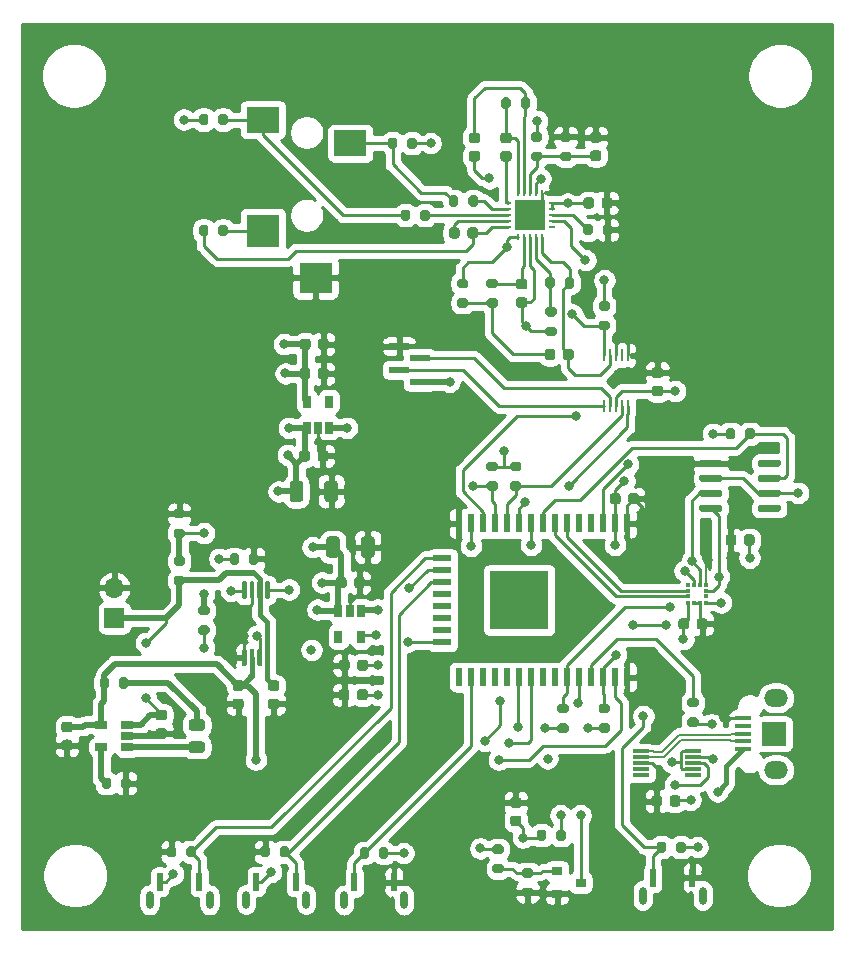
<source format=gbr>
%TF.GenerationSoftware,KiCad,Pcbnew,5.1.10-88a1d61d58~88~ubuntu20.04.1*%
%TF.CreationDate,2021-05-09T11:34:52+02:00*%
%TF.ProjectId,osw-light-modifiedv2,6f73772d-6c69-4676-9874-2d6d6f646966,rev?*%
%TF.SameCoordinates,Original*%
%TF.FileFunction,Copper,L1,Top*%
%TF.FilePolarity,Positive*%
%FSLAX46Y46*%
G04 Gerber Fmt 4.6, Leading zero omitted, Abs format (unit mm)*
G04 Created by KiCad (PCBNEW 5.1.10-88a1d61d58~88~ubuntu20.04.1) date 2021-05-09 11:34:52*
%MOMM*%
%LPD*%
G01*
G04 APERTURE LIST*
%TA.AperFunction,SMDPad,CuDef*%
%ADD10R,2.500000X2.500000*%
%TD*%
%TA.AperFunction,SMDPad,CuDef*%
%ADD11R,0.250000X0.500000*%
%TD*%
%TA.AperFunction,SMDPad,CuDef*%
%ADD12R,0.500000X0.250000*%
%TD*%
%TA.AperFunction,SMDPad,CuDef*%
%ADD13R,1.350000X0.400000*%
%TD*%
%TA.AperFunction,ComponentPad*%
%ADD14O,2.000000X1.500000*%
%TD*%
%TA.AperFunction,SMDPad,CuDef*%
%ADD15R,2.000000X2.000000*%
%TD*%
%TA.AperFunction,SMDPad,CuDef*%
%ADD16R,1.400000X0.300000*%
%TD*%
%TA.AperFunction,SMDPad,CuDef*%
%ADD17R,0.650000X1.060000*%
%TD*%
%TA.AperFunction,SMDPad,CuDef*%
%ADD18R,0.250000X1.100000*%
%TD*%
%TA.AperFunction,SMDPad,CuDef*%
%ADD19R,1.524000X0.600000*%
%TD*%
%TA.AperFunction,SMDPad,CuDef*%
%ADD20R,0.600000X1.524000*%
%TD*%
%TA.AperFunction,SMDPad,CuDef*%
%ADD21R,5.000000X5.000000*%
%TD*%
%TA.AperFunction,SMDPad,CuDef*%
%ADD22R,0.350000X0.375000*%
%TD*%
%TA.AperFunction,SMDPad,CuDef*%
%ADD23R,0.375000X0.350000*%
%TD*%
%TA.AperFunction,SMDPad,CuDef*%
%ADD24R,1.060000X0.650000*%
%TD*%
%TA.AperFunction,SMDPad,CuDef*%
%ADD25R,0.500000X1.524000*%
%TD*%
%TA.AperFunction,ComponentPad*%
%ADD26O,0.600000X1.524000*%
%TD*%
%TA.AperFunction,SMDPad,CuDef*%
%ADD27R,0.900000X0.800000*%
%TD*%
%TA.AperFunction,ComponentPad*%
%ADD28O,1.700000X1.700000*%
%TD*%
%TA.AperFunction,ComponentPad*%
%ADD29R,1.700000X1.700000*%
%TD*%
%TA.AperFunction,SMDPad,CuDef*%
%ADD30R,2.800000X2.800000*%
%TD*%
%TA.AperFunction,SMDPad,CuDef*%
%ADD31R,2.800000X2.600000*%
%TD*%
%TA.AperFunction,SMDPad,CuDef*%
%ADD32R,2.800000X2.200000*%
%TD*%
%TA.AperFunction,SMDPad,CuDef*%
%ADD33R,1.750000X0.600000*%
%TD*%
%TA.AperFunction,ViaPad*%
%ADD34C,0.800000*%
%TD*%
%TA.AperFunction,Conductor*%
%ADD35C,0.500000*%
%TD*%
%TA.AperFunction,Conductor*%
%ADD36C,0.400000*%
%TD*%
%TA.AperFunction,Conductor*%
%ADD37C,0.250000*%
%TD*%
%TA.AperFunction,Conductor*%
%ADD38C,0.200000*%
%TD*%
%TA.AperFunction,Conductor*%
%ADD39C,0.254000*%
%TD*%
%TA.AperFunction,Conductor*%
%ADD40C,0.100000*%
%TD*%
G04 APERTURE END LIST*
D10*
%TO.P,U3,PAD*%
%TO.N,GND*%
X148700000Y-50900000D03*
D11*
%TO.P,U3,20*%
%TO.N,Net-(C8-Pad1)*%
X147700000Y-49050000D03*
%TO.P,U3,19*%
%TO.N,Net-(C2-Pad2)*%
X148200000Y-49050000D03*
%TO.P,U3,18*%
%TO.N,Net-(C13-Pad1)*%
X148700000Y-49050000D03*
%TO.P,U3,17*%
%TO.N,+3.3VA*%
X149200000Y-49050000D03*
%TO.P,U3,16*%
%TO.N,GND*%
X149700000Y-49050000D03*
D12*
%TO.P,U3,15*%
%TO.N,+3.3VA*%
X150550000Y-49900000D03*
%TO.P,U3,14*%
X150550000Y-50400000D03*
%TO.P,U3,13*%
%TO.N,/ECG_SDN*%
X150550000Y-50900000D03*
%TO.P,U3,12*%
%TO.N,/LO*%
X150550000Y-51400000D03*
%TO.P,U3,11*%
%TO.N,N/C*%
X150550000Y-51900000D03*
D11*
%TO.P,U3,10*%
%TO.N,/ECG_OUT*%
X149700000Y-52750000D03*
%TO.P,U3,9*%
%TO.N,Net-(R7-Pad2)*%
X149200000Y-52750000D03*
%TO.P,U3,8*%
%TO.N,/REF_OUT*%
X148700000Y-52750000D03*
%TO.P,U3,7*%
%TO.N,Net-(C5-Pad1)*%
X148200000Y-52750000D03*
%TO.P,U3,6*%
%TO.N,Net-(C2-Pad1)*%
X147700000Y-52750000D03*
D12*
%TO.P,U3,5*%
%TO.N,Net-(C4-Pad2)*%
X146850000Y-51900000D03*
%TO.P,U3,4*%
%TO.N,Net-(C4-Pad1)*%
X146850000Y-51400000D03*
%TO.P,U3,3*%
%TO.N,Net-(R11-Pad2)*%
X146850000Y-50900000D03*
%TO.P,U3,2*%
%TO.N,Net-(R10-Pad2)*%
X146850000Y-50400000D03*
%TO.P,U3,1*%
%TO.N,Net-(C8-Pad2)*%
X146850000Y-49900000D03*
%TD*%
D13*
%TO.P,U12,1*%
%TO.N,GND*%
X166725000Y-93500000D03*
%TO.P,U12,2*%
%TO.N,N/C*%
X166725000Y-94150000D03*
%TO.P,U12,3*%
%TO.N,/D_P*%
X166725000Y-94800000D03*
%TO.P,U12,4*%
%TO.N,/D_N*%
X166725000Y-95450000D03*
%TO.P,U12,5*%
%TO.N,/VBUS*%
X166725000Y-96100000D03*
D14*
%TO.P,U12,*%
%TO.N,*%
X169527000Y-91752000D03*
D15*
%TO.P,U12,6*%
%TO.N,N/C*%
X169400000Y-94800000D03*
D14*
%TO.P,U12,*%
%TO.N,*%
X169527000Y-97848000D03*
%TD*%
D16*
%TO.P,U11,1*%
%TO.N,/D_P*%
X158100000Y-96300000D03*
%TO.P,U11,2*%
%TO.N,/D_N*%
X158100000Y-96800000D03*
%TO.P,U11,3*%
%TO.N,GND*%
X158100000Y-97300000D03*
%TO.P,U11,4*%
%TO.N,N/C*%
X158100000Y-97800000D03*
%TO.P,U11,5*%
X158100000Y-98300000D03*
%TO.P,U11,6*%
X162500000Y-98300000D03*
%TO.P,U11,7*%
%TO.N,+3V3*%
X162500000Y-97800000D03*
%TO.P,U11,8*%
%TO.N,/RX*%
X162500000Y-97300000D03*
%TO.P,U11,9*%
%TO.N,Net-(R32-Pad1)*%
X162500000Y-96800000D03*
%TO.P,U11,10*%
%TO.N,+3V3*%
X162500000Y-96300000D03*
%TD*%
D17*
%TO.P,U9,5*%
%TO.N,+3.3VA*%
X129810000Y-66680000D03*
%TO.P,U9,4*%
%TO.N,N/C*%
X131710000Y-66680000D03*
%TO.P,U9,3*%
%TO.N,/VCC*%
X131710000Y-68880000D03*
%TO.P,U9,2*%
%TO.N,GND*%
X130760000Y-68880000D03*
%TO.P,U9,1*%
%TO.N,/VCC*%
X129810000Y-68880000D03*
%TD*%
%TO.P,U8,5*%
%TO.N,+3V3*%
X134390000Y-86600000D03*
%TO.P,U8,4*%
%TO.N,N/C*%
X132490000Y-86600000D03*
%TO.P,U8,3*%
%TO.N,/VCC*%
X132490000Y-84400000D03*
%TO.P,U8,2*%
%TO.N,GND*%
X133440000Y-84400000D03*
%TO.P,U8,1*%
%TO.N,/VCC*%
X134390000Y-84400000D03*
%TD*%
D18*
%TO.P,U7,10*%
%TO.N,/SCL_2*%
X157000000Y-67050000D03*
%TO.P,U7,9*%
%TO.N,/SDA_2*%
X156500000Y-67050000D03*
%TO.P,U7,8*%
%TO.N,+3.3VA*%
X156000000Y-67050000D03*
%TO.P,U7,7*%
%TO.N,/ADC_2*%
X155500000Y-67050000D03*
%TO.P,U7,6*%
%TO.N,/ADC_1*%
X155000000Y-67050000D03*
%TO.P,U7,5*%
%TO.N,/REF_OUT*%
X155000000Y-62750000D03*
%TO.P,U7,4*%
%TO.N,/ECG_OUT*%
X155500000Y-62750000D03*
%TO.P,U7,3*%
%TO.N,GND*%
X156000000Y-62750000D03*
%TO.P,U7,2*%
%TO.N,N/C*%
X156500000Y-62750000D03*
%TO.P,U7,1*%
%TO.N,GND*%
X157000000Y-62750000D03*
%TD*%
D19*
%TO.P,U6,23*%
%TO.N,/STAT_PWR*%
X141300000Y-87056000D03*
%TO.P,U6,22*%
%TO.N,N/C*%
X141300000Y-86040000D03*
%TO.P,U6,21*%
X141300000Y-85024000D03*
%TO.P,U6,20*%
X141300000Y-84008000D03*
%TO.P,U6,19*%
X141300000Y-82992000D03*
%TO.P,U6,18*%
%TO.N,/BTN2*%
X141300000Y-81976000D03*
%TO.P,U6,17*%
%TO.N,/PIN_LED*%
X141300000Y-80960000D03*
%TO.P,U6,16*%
%TO.N,/BTN3*%
X141300000Y-79944000D03*
D20*
%TO.P,U6,32*%
%TO.N,N/C*%
X150816000Y-90000000D03*
%TO.P,U6,38*%
%TO.N,GND*%
X156912000Y-90000000D03*
%TO.P,U6,29*%
%TO.N,/TFT_CS*%
X147768000Y-90000000D03*
%TO.P,U6,30*%
%TO.N,/SCK*%
X148784000Y-90000000D03*
%TO.P,U6,37*%
%TO.N,/MOSI*%
X155896000Y-90000000D03*
%TO.P,U6,36*%
%TO.N,/SCL*%
X154880000Y-90000000D03*
%TO.P,U6,35*%
%TO.N,/TX*%
X153864000Y-90000000D03*
%TO.P,U6,34*%
%TO.N,/RX*%
X152848000Y-90000000D03*
%TO.P,U6,24*%
%TO.N,N/C*%
X142688000Y-90000000D03*
%TO.P,U6,25*%
%TO.N,/FLASH*%
X143704000Y-90000000D03*
%TO.P,U6,31*%
%TO.N,N/C*%
X149800000Y-90000000D03*
%TO.P,U6,27*%
X145736000Y-90000000D03*
%TO.P,U6,33*%
%TO.N,/SDA*%
X151832000Y-90000000D03*
%TO.P,U6,28*%
%TO.N,N/C*%
X146752000Y-90000000D03*
%TO.P,U6,26*%
X144720000Y-90000000D03*
%TO.P,U6,1*%
%TO.N,GND*%
X156912000Y-77000000D03*
%TO.P,U6,2*%
%TO.N,+3V3*%
X155896000Y-77000000D03*
%TO.P,U6,3*%
%TO.N,/EN*%
X154880000Y-77000000D03*
%TO.P,U6,4*%
%TO.N,N/C*%
X153864000Y-77000000D03*
%TO.P,U6,5*%
X152848000Y-77000000D03*
%TO.P,U6,6*%
%TO.N,/IO34*%
X151832000Y-77000000D03*
%TO.P,U6,7*%
%TO.N,/IO35*%
X150816000Y-77000000D03*
%TO.P,U6,8*%
%TO.N,/RTC_INT*%
X149800000Y-77000000D03*
%TO.P,U6,9*%
%TO.N,/TFT_RST*%
X148800000Y-77000000D03*
%TO.P,U6,10*%
%TO.N,/B_MON*%
X147768000Y-77000000D03*
%TO.P,U6,11*%
%TO.N,/SDA_2*%
X146752000Y-77000000D03*
%TO.P,U6,12*%
%TO.N,/SCL_2*%
X145736000Y-77000000D03*
%TO.P,U6,13*%
%TO.N,/LO*%
X144720000Y-77000000D03*
%TO.P,U6,14*%
%TO.N,/TFT_DC*%
X143704000Y-77000000D03*
%TO.P,U6,15*%
%TO.N,GND*%
X142688000Y-77000000D03*
D21*
%TO.P,U6,EP*%
%TO.N,N/C*%
X147800000Y-83500000D03*
%TD*%
%TO.P,U5,1*%
%TO.N,/STAT_PWR*%
%TA.AperFunction,SMDPad,CuDef*%
G36*
G01*
X126375000Y-81900000D02*
X126575000Y-81900000D01*
G75*
G02*
X126675000Y-82000000I0J-100000D01*
G01*
X126675000Y-83275000D01*
G75*
G02*
X126575000Y-83375000I-100000J0D01*
G01*
X126375000Y-83375000D01*
G75*
G02*
X126275000Y-83275000I0J100000D01*
G01*
X126275000Y-82000000D01*
G75*
G02*
X126375000Y-81900000I100000J0D01*
G01*
G37*
%TD.AperFunction*%
%TO.P,U5,2*%
%TO.N,/VBAT*%
%TA.AperFunction,SMDPad,CuDef*%
G36*
G01*
X125725000Y-81900000D02*
X125925000Y-81900000D01*
G75*
G02*
X126025000Y-82000000I0J-100000D01*
G01*
X126025000Y-83275000D01*
G75*
G02*
X125925000Y-83375000I-100000J0D01*
G01*
X125725000Y-83375000D01*
G75*
G02*
X125625000Y-83275000I0J100000D01*
G01*
X125625000Y-82000000D01*
G75*
G02*
X125725000Y-81900000I100000J0D01*
G01*
G37*
%TD.AperFunction*%
%TO.P,U5,3*%
%TO.N,GND*%
%TA.AperFunction,SMDPad,CuDef*%
G36*
G01*
X125075000Y-81900000D02*
X125275000Y-81900000D01*
G75*
G02*
X125375000Y-82000000I0J-100000D01*
G01*
X125375000Y-83275000D01*
G75*
G02*
X125275000Y-83375000I-100000J0D01*
G01*
X125075000Y-83375000D01*
G75*
G02*
X124975000Y-83275000I0J100000D01*
G01*
X124975000Y-82000000D01*
G75*
G02*
X125075000Y-81900000I100000J0D01*
G01*
G37*
%TD.AperFunction*%
%TO.P,U5,4*%
%TO.N,Net-(R14-Pad1)*%
%TA.AperFunction,SMDPad,CuDef*%
G36*
G01*
X124425000Y-81900000D02*
X124625000Y-81900000D01*
G75*
G02*
X124725000Y-82000000I0J-100000D01*
G01*
X124725000Y-83275000D01*
G75*
G02*
X124625000Y-83375000I-100000J0D01*
G01*
X124425000Y-83375000D01*
G75*
G02*
X124325000Y-83275000I0J100000D01*
G01*
X124325000Y-82000000D01*
G75*
G02*
X124425000Y-81900000I100000J0D01*
G01*
G37*
%TD.AperFunction*%
%TO.P,U5,5*%
%TO.N,GND*%
%TA.AperFunction,SMDPad,CuDef*%
G36*
G01*
X124425000Y-87625000D02*
X124625000Y-87625000D01*
G75*
G02*
X124725000Y-87725000I0J-100000D01*
G01*
X124725000Y-89000000D01*
G75*
G02*
X124625000Y-89100000I-100000J0D01*
G01*
X124425000Y-89100000D01*
G75*
G02*
X124325000Y-89000000I0J100000D01*
G01*
X124325000Y-87725000D01*
G75*
G02*
X124425000Y-87625000I100000J0D01*
G01*
G37*
%TD.AperFunction*%
%TO.P,U5,6*%
%TO.N,/VBUS*%
%TA.AperFunction,SMDPad,CuDef*%
G36*
G01*
X125075000Y-87625000D02*
X125275000Y-87625000D01*
G75*
G02*
X125375000Y-87725000I0J-100000D01*
G01*
X125375000Y-89000000D01*
G75*
G02*
X125275000Y-89100000I-100000J0D01*
G01*
X125075000Y-89100000D01*
G75*
G02*
X124975000Y-89000000I0J100000D01*
G01*
X124975000Y-87725000D01*
G75*
G02*
X125075000Y-87625000I100000J0D01*
G01*
G37*
%TD.AperFunction*%
%TO.P,U5,7*%
%TO.N,/VCC*%
%TA.AperFunction,SMDPad,CuDef*%
G36*
G01*
X125725000Y-87625000D02*
X125925000Y-87625000D01*
G75*
G02*
X126025000Y-87725000I0J-100000D01*
G01*
X126025000Y-89000000D01*
G75*
G02*
X125925000Y-89100000I-100000J0D01*
G01*
X125725000Y-89100000D01*
G75*
G02*
X125625000Y-89000000I0J100000D01*
G01*
X125625000Y-87725000D01*
G75*
G02*
X125725000Y-87625000I100000J0D01*
G01*
G37*
%TD.AperFunction*%
%TO.P,U5,8*%
%TO.N,/VBAT*%
%TA.AperFunction,SMDPad,CuDef*%
G36*
G01*
X126375000Y-87625000D02*
X126575000Y-87625000D01*
G75*
G02*
X126675000Y-87725000I0J-100000D01*
G01*
X126675000Y-89000000D01*
G75*
G02*
X126575000Y-89100000I-100000J0D01*
G01*
X126375000Y-89100000D01*
G75*
G02*
X126275000Y-89000000I0J100000D01*
G01*
X126275000Y-87725000D01*
G75*
G02*
X126375000Y-87625000I100000J0D01*
G01*
G37*
%TD.AperFunction*%
%TD*%
D22*
%TO.P,U4,2*%
%TO.N,/SDA*%
X163100000Y-82167500D03*
%TO.P,U4,3*%
%TO.N,+3V3*%
X162600000Y-82167500D03*
%TO.P,U4,9*%
%TO.N,GND*%
X163100000Y-83692500D03*
%TO.P,U4,8*%
X162600000Y-83692500D03*
%TO.P,U4,4*%
%TO.N,N/C*%
X162100000Y-82167500D03*
%TO.P,U4,7*%
%TO.N,+3V3*%
X162100000Y-83692500D03*
%TO.P,U4,1*%
%TO.N,GND*%
X163600000Y-82167500D03*
%TO.P,U4,10*%
%TO.N,+3V3*%
X163600000Y-83692500D03*
D23*
%TO.P,U4,5*%
%TO.N,/IO34*%
X162087500Y-82680000D03*
%TO.P,U4,6*%
%TO.N,/IO35*%
X162087500Y-83180000D03*
%TO.P,U4,11*%
%TO.N,N/C*%
X163612500Y-83180000D03*
%TO.P,U4,12*%
%TO.N,/SCL*%
X163612500Y-82680000D03*
%TD*%
D24*
%TO.P,U2,1*%
%TO.N,Net-(D1-Pad1)*%
X114600000Y-95950000D03*
%TO.P,U2,2*%
%TO.N,GND*%
X114600000Y-95000000D03*
%TO.P,U2,3*%
%TO.N,/VBAT*%
X114600000Y-94050000D03*
%TO.P,U2,4*%
%TO.N,/VBUS*%
X112400000Y-94050000D03*
%TO.P,U2,5*%
%TO.N,Net-(R12-Pad1)*%
X112400000Y-95950000D03*
%TD*%
%TO.P,U1,8*%
%TO.N,/SCL*%
%TA.AperFunction,SMDPad,CuDef*%
G36*
G01*
X165000000Y-75555000D02*
X165000000Y-75855000D01*
G75*
G02*
X164850000Y-76005000I-150000J0D01*
G01*
X163200000Y-76005000D01*
G75*
G02*
X163050000Y-75855000I0J150000D01*
G01*
X163050000Y-75555000D01*
G75*
G02*
X163200000Y-75405000I150000J0D01*
G01*
X164850000Y-75405000D01*
G75*
G02*
X165000000Y-75555000I0J-150000D01*
G01*
G37*
%TD.AperFunction*%
%TO.P,U1,7*%
%TO.N,/SDA*%
%TA.AperFunction,SMDPad,CuDef*%
G36*
G01*
X165000000Y-74285000D02*
X165000000Y-74585000D01*
G75*
G02*
X164850000Y-74735000I-150000J0D01*
G01*
X163200000Y-74735000D01*
G75*
G02*
X163050000Y-74585000I0J150000D01*
G01*
X163050000Y-74285000D01*
G75*
G02*
X163200000Y-74135000I150000J0D01*
G01*
X164850000Y-74135000D01*
G75*
G02*
X165000000Y-74285000I0J-150000D01*
G01*
G37*
%TD.AperFunction*%
%TO.P,U1,6*%
%TO.N,+3V3*%
%TA.AperFunction,SMDPad,CuDef*%
G36*
G01*
X165000000Y-73015000D02*
X165000000Y-73315000D01*
G75*
G02*
X164850000Y-73465000I-150000J0D01*
G01*
X163200000Y-73465000D01*
G75*
G02*
X163050000Y-73315000I0J150000D01*
G01*
X163050000Y-73015000D01*
G75*
G02*
X163200000Y-72865000I150000J0D01*
G01*
X164850000Y-72865000D01*
G75*
G02*
X165000000Y-73015000I0J-150000D01*
G01*
G37*
%TD.AperFunction*%
%TO.P,U1,5*%
%TO.N,GND*%
%TA.AperFunction,SMDPad,CuDef*%
G36*
G01*
X165000000Y-71745000D02*
X165000000Y-72045000D01*
G75*
G02*
X164850000Y-72195000I-150000J0D01*
G01*
X163200000Y-72195000D01*
G75*
G02*
X163050000Y-72045000I0J150000D01*
G01*
X163050000Y-71745000D01*
G75*
G02*
X163200000Y-71595000I150000J0D01*
G01*
X164850000Y-71595000D01*
G75*
G02*
X165000000Y-71745000I0J-150000D01*
G01*
G37*
%TD.AperFunction*%
%TO.P,U1,4*%
%TO.N,N/C*%
%TA.AperFunction,SMDPad,CuDef*%
G36*
G01*
X169950000Y-71745000D02*
X169950000Y-72045000D01*
G75*
G02*
X169800000Y-72195000I-150000J0D01*
G01*
X168150000Y-72195000D01*
G75*
G02*
X168000000Y-72045000I0J150000D01*
G01*
X168000000Y-71745000D01*
G75*
G02*
X168150000Y-71595000I150000J0D01*
G01*
X169800000Y-71595000D01*
G75*
G02*
X169950000Y-71745000I0J-150000D01*
G01*
G37*
%TD.AperFunction*%
%TO.P,U1,3*%
%TO.N,/RTC_INT*%
%TA.AperFunction,SMDPad,CuDef*%
G36*
G01*
X169950000Y-73015000D02*
X169950000Y-73315000D01*
G75*
G02*
X169800000Y-73465000I-150000J0D01*
G01*
X168150000Y-73465000D01*
G75*
G02*
X168000000Y-73315000I0J150000D01*
G01*
X168000000Y-73015000D01*
G75*
G02*
X168150000Y-72865000I150000J0D01*
G01*
X169800000Y-72865000D01*
G75*
G02*
X169950000Y-73015000I0J-150000D01*
G01*
G37*
%TD.AperFunction*%
%TO.P,U1,2*%
%TO.N,+3V3*%
%TA.AperFunction,SMDPad,CuDef*%
G36*
G01*
X169950000Y-74285000D02*
X169950000Y-74585000D01*
G75*
G02*
X169800000Y-74735000I-150000J0D01*
G01*
X168150000Y-74735000D01*
G75*
G02*
X168000000Y-74585000I0J150000D01*
G01*
X168000000Y-74285000D01*
G75*
G02*
X168150000Y-74135000I150000J0D01*
G01*
X169800000Y-74135000D01*
G75*
G02*
X169950000Y-74285000I0J-150000D01*
G01*
G37*
%TD.AperFunction*%
%TO.P,U1,1*%
%TO.N,N/C*%
%TA.AperFunction,SMDPad,CuDef*%
G36*
G01*
X169950000Y-75555000D02*
X169950000Y-75855000D01*
G75*
G02*
X169800000Y-76005000I-150000J0D01*
G01*
X168150000Y-76005000D01*
G75*
G02*
X168000000Y-75855000I0J150000D01*
G01*
X168000000Y-75555000D01*
G75*
G02*
X168150000Y-75405000I150000J0D01*
G01*
X169800000Y-75405000D01*
G75*
G02*
X169950000Y-75555000I0J-150000D01*
G01*
G37*
%TD.AperFunction*%
%TD*%
D25*
%TO.P,SW4,1*%
%TO.N,GND*%
X137190001Y-107366999D03*
%TO.P,SW4,2*%
%TO.N,/FLASH*%
X133840001Y-107366999D03*
D26*
%TO.P,SW4,*%
%TO.N,*%
X138055001Y-108886999D03*
X132975001Y-108886999D03*
%TD*%
D25*
%TO.P,SW3,1*%
%TO.N,GND*%
X162460001Y-106996999D03*
%TO.P,SW3,2*%
%TO.N,/EN*%
X159110001Y-106996999D03*
D26*
%TO.P,SW3,*%
%TO.N,*%
X163325001Y-108516999D03*
X158245001Y-108516999D03*
%TD*%
D25*
%TO.P,SW2,1*%
%TO.N,/BTN3*%
X120710001Y-107346999D03*
%TO.P,SW2,2*%
%TO.N,+3V3*%
X117360001Y-107346999D03*
D26*
%TO.P,SW2,*%
%TO.N,*%
X121575001Y-108866999D03*
X116495001Y-108866999D03*
%TD*%
D25*
%TO.P,SW1,1*%
%TO.N,/BTN2*%
X128875000Y-107330000D03*
%TO.P,SW1,2*%
%TO.N,+3V3*%
X125525000Y-107330000D03*
D26*
%TO.P,SW1,*%
%TO.N,*%
X129740000Y-108850000D03*
X124660000Y-108850000D03*
%TD*%
%TO.P,R33,2*%
%TO.N,Net-(R33-Pad2)*%
%TA.AperFunction,SMDPad,CuDef*%
G36*
G01*
X150925000Y-103675000D02*
X150925000Y-103125000D01*
G75*
G02*
X151125000Y-102925000I200000J0D01*
G01*
X151525000Y-102925000D01*
G75*
G02*
X151725000Y-103125000I0J-200000D01*
G01*
X151725000Y-103675000D01*
G75*
G02*
X151525000Y-103875000I-200000J0D01*
G01*
X151125000Y-103875000D01*
G75*
G02*
X150925000Y-103675000I0J200000D01*
G01*
G37*
%TD.AperFunction*%
%TO.P,R33,1*%
%TO.N,+3V3*%
%TA.AperFunction,SMDPad,CuDef*%
G36*
G01*
X149275000Y-103675000D02*
X149275000Y-103125000D01*
G75*
G02*
X149475000Y-102925000I200000J0D01*
G01*
X149875000Y-102925000D01*
G75*
G02*
X150075000Y-103125000I0J-200000D01*
G01*
X150075000Y-103675000D01*
G75*
G02*
X149875000Y-103875000I-200000J0D01*
G01*
X149475000Y-103875000D01*
G75*
G02*
X149275000Y-103675000I0J200000D01*
G01*
G37*
%TD.AperFunction*%
%TD*%
%TO.P,R32,2*%
%TO.N,/TX*%
%TA.AperFunction,SMDPad,CuDef*%
G36*
G01*
X162775000Y-92575000D02*
X162225000Y-92575000D01*
G75*
G02*
X162025000Y-92375000I0J200000D01*
G01*
X162025000Y-91975000D01*
G75*
G02*
X162225000Y-91775000I200000J0D01*
G01*
X162775000Y-91775000D01*
G75*
G02*
X162975000Y-91975000I0J-200000D01*
G01*
X162975000Y-92375000D01*
G75*
G02*
X162775000Y-92575000I-200000J0D01*
G01*
G37*
%TD.AperFunction*%
%TO.P,R32,1*%
%TO.N,Net-(R32-Pad1)*%
%TA.AperFunction,SMDPad,CuDef*%
G36*
G01*
X162775000Y-94225000D02*
X162225000Y-94225000D01*
G75*
G02*
X162025000Y-94025000I0J200000D01*
G01*
X162025000Y-93625000D01*
G75*
G02*
X162225000Y-93425000I200000J0D01*
G01*
X162775000Y-93425000D01*
G75*
G02*
X162975000Y-93625000I0J-200000D01*
G01*
X162975000Y-94025000D01*
G75*
G02*
X162775000Y-94225000I-200000J0D01*
G01*
G37*
%TD.AperFunction*%
%TD*%
%TO.P,R31,2*%
%TO.N,/FLASH*%
%TA.AperFunction,SMDPad,CuDef*%
G36*
G01*
X135075000Y-104625000D02*
X135075000Y-105175000D01*
G75*
G02*
X134875000Y-105375000I-200000J0D01*
G01*
X134475000Y-105375000D01*
G75*
G02*
X134275000Y-105175000I0J200000D01*
G01*
X134275000Y-104625000D01*
G75*
G02*
X134475000Y-104425000I200000J0D01*
G01*
X134875000Y-104425000D01*
G75*
G02*
X135075000Y-104625000I0J-200000D01*
G01*
G37*
%TD.AperFunction*%
%TO.P,R31,1*%
%TO.N,+3V3*%
%TA.AperFunction,SMDPad,CuDef*%
G36*
G01*
X136725000Y-104625000D02*
X136725000Y-105175000D01*
G75*
G02*
X136525000Y-105375000I-200000J0D01*
G01*
X136125000Y-105375000D01*
G75*
G02*
X135925000Y-105175000I0J200000D01*
G01*
X135925000Y-104625000D01*
G75*
G02*
X136125000Y-104425000I200000J0D01*
G01*
X136525000Y-104425000D01*
G75*
G02*
X136725000Y-104625000I0J-200000D01*
G01*
G37*
%TD.AperFunction*%
%TD*%
%TO.P,R30,2*%
%TO.N,/SCL_2*%
%TA.AperFunction,SMDPad,CuDef*%
G36*
G01*
X145225000Y-73425000D02*
X145775000Y-73425000D01*
G75*
G02*
X145975000Y-73625000I0J-200000D01*
G01*
X145975000Y-74025000D01*
G75*
G02*
X145775000Y-74225000I-200000J0D01*
G01*
X145225000Y-74225000D01*
G75*
G02*
X145025000Y-74025000I0J200000D01*
G01*
X145025000Y-73625000D01*
G75*
G02*
X145225000Y-73425000I200000J0D01*
G01*
G37*
%TD.AperFunction*%
%TO.P,R30,1*%
%TO.N,+3V3*%
%TA.AperFunction,SMDPad,CuDef*%
G36*
G01*
X145225000Y-71775000D02*
X145775000Y-71775000D01*
G75*
G02*
X145975000Y-71975000I0J-200000D01*
G01*
X145975000Y-72375000D01*
G75*
G02*
X145775000Y-72575000I-200000J0D01*
G01*
X145225000Y-72575000D01*
G75*
G02*
X145025000Y-72375000I0J200000D01*
G01*
X145025000Y-71975000D01*
G75*
G02*
X145225000Y-71775000I200000J0D01*
G01*
G37*
%TD.AperFunction*%
%TD*%
%TO.P,R29,2*%
%TO.N,/SCL*%
%TA.AperFunction,SMDPad,CuDef*%
G36*
G01*
X155275000Y-93075000D02*
X154725000Y-93075000D01*
G75*
G02*
X154525000Y-92875000I0J200000D01*
G01*
X154525000Y-92475000D01*
G75*
G02*
X154725000Y-92275000I200000J0D01*
G01*
X155275000Y-92275000D01*
G75*
G02*
X155475000Y-92475000I0J-200000D01*
G01*
X155475000Y-92875000D01*
G75*
G02*
X155275000Y-93075000I-200000J0D01*
G01*
G37*
%TD.AperFunction*%
%TO.P,R29,1*%
%TO.N,+3V3*%
%TA.AperFunction,SMDPad,CuDef*%
G36*
G01*
X155275000Y-94725000D02*
X154725000Y-94725000D01*
G75*
G02*
X154525000Y-94525000I0J200000D01*
G01*
X154525000Y-94125000D01*
G75*
G02*
X154725000Y-93925000I200000J0D01*
G01*
X155275000Y-93925000D01*
G75*
G02*
X155475000Y-94125000I0J-200000D01*
G01*
X155475000Y-94525000D01*
G75*
G02*
X155275000Y-94725000I-200000J0D01*
G01*
G37*
%TD.AperFunction*%
%TD*%
%TO.P,R28,2*%
%TO.N,/EN*%
%TA.AperFunction,SMDPad,CuDef*%
G36*
G01*
X160250000Y-104125000D02*
X160250000Y-104675000D01*
G75*
G02*
X160050000Y-104875000I-200000J0D01*
G01*
X159650000Y-104875000D01*
G75*
G02*
X159450000Y-104675000I0J200000D01*
G01*
X159450000Y-104125000D01*
G75*
G02*
X159650000Y-103925000I200000J0D01*
G01*
X160050000Y-103925000D01*
G75*
G02*
X160250000Y-104125000I0J-200000D01*
G01*
G37*
%TD.AperFunction*%
%TO.P,R28,1*%
%TO.N,+3V3*%
%TA.AperFunction,SMDPad,CuDef*%
G36*
G01*
X161900000Y-104125000D02*
X161900000Y-104675000D01*
G75*
G02*
X161700000Y-104875000I-200000J0D01*
G01*
X161300000Y-104875000D01*
G75*
G02*
X161100000Y-104675000I0J200000D01*
G01*
X161100000Y-104125000D01*
G75*
G02*
X161300000Y-103925000I200000J0D01*
G01*
X161700000Y-103925000D01*
G75*
G02*
X161900000Y-104125000I0J-200000D01*
G01*
G37*
%TD.AperFunction*%
%TD*%
%TO.P,R27,2*%
%TO.N,/SDA_2*%
%TA.AperFunction,SMDPad,CuDef*%
G36*
G01*
X147225000Y-73425000D02*
X147775000Y-73425000D01*
G75*
G02*
X147975000Y-73625000I0J-200000D01*
G01*
X147975000Y-74025000D01*
G75*
G02*
X147775000Y-74225000I-200000J0D01*
G01*
X147225000Y-74225000D01*
G75*
G02*
X147025000Y-74025000I0J200000D01*
G01*
X147025000Y-73625000D01*
G75*
G02*
X147225000Y-73425000I200000J0D01*
G01*
G37*
%TD.AperFunction*%
%TO.P,R27,1*%
%TO.N,+3V3*%
%TA.AperFunction,SMDPad,CuDef*%
G36*
G01*
X147225000Y-71775000D02*
X147775000Y-71775000D01*
G75*
G02*
X147975000Y-71975000I0J-200000D01*
G01*
X147975000Y-72375000D01*
G75*
G02*
X147775000Y-72575000I-200000J0D01*
G01*
X147225000Y-72575000D01*
G75*
G02*
X147025000Y-72375000I0J200000D01*
G01*
X147025000Y-71975000D01*
G75*
G02*
X147225000Y-71775000I200000J0D01*
G01*
G37*
%TD.AperFunction*%
%TD*%
%TO.P,R26,2*%
%TO.N,/SDA*%
%TA.AperFunction,SMDPad,CuDef*%
G36*
G01*
X151775000Y-93075000D02*
X151225000Y-93075000D01*
G75*
G02*
X151025000Y-92875000I0J200000D01*
G01*
X151025000Y-92475000D01*
G75*
G02*
X151225000Y-92275000I200000J0D01*
G01*
X151775000Y-92275000D01*
G75*
G02*
X151975000Y-92475000I0J-200000D01*
G01*
X151975000Y-92875000D01*
G75*
G02*
X151775000Y-93075000I-200000J0D01*
G01*
G37*
%TD.AperFunction*%
%TO.P,R26,1*%
%TO.N,+3V3*%
%TA.AperFunction,SMDPad,CuDef*%
G36*
G01*
X151775000Y-94725000D02*
X151225000Y-94725000D01*
G75*
G02*
X151025000Y-94525000I0J200000D01*
G01*
X151025000Y-94125000D01*
G75*
G02*
X151225000Y-93925000I200000J0D01*
G01*
X151775000Y-93925000D01*
G75*
G02*
X151975000Y-94125000I0J-200000D01*
G01*
X151975000Y-94525000D01*
G75*
G02*
X151775000Y-94725000I-200000J0D01*
G01*
G37*
%TD.AperFunction*%
%TD*%
%TO.P,R25,2*%
%TO.N,GND*%
%TA.AperFunction,SMDPad,CuDef*%
G36*
G01*
X118775000Y-104525000D02*
X118775000Y-105075000D01*
G75*
G02*
X118575000Y-105275000I-200000J0D01*
G01*
X118175000Y-105275000D01*
G75*
G02*
X117975000Y-105075000I0J200000D01*
G01*
X117975000Y-104525000D01*
G75*
G02*
X118175000Y-104325000I200000J0D01*
G01*
X118575000Y-104325000D01*
G75*
G02*
X118775000Y-104525000I0J-200000D01*
G01*
G37*
%TD.AperFunction*%
%TO.P,R25,1*%
%TO.N,/BTN3*%
%TA.AperFunction,SMDPad,CuDef*%
G36*
G01*
X120425000Y-104525000D02*
X120425000Y-105075000D01*
G75*
G02*
X120225000Y-105275000I-200000J0D01*
G01*
X119825000Y-105275000D01*
G75*
G02*
X119625000Y-105075000I0J200000D01*
G01*
X119625000Y-104525000D01*
G75*
G02*
X119825000Y-104325000I200000J0D01*
G01*
X120225000Y-104325000D01*
G75*
G02*
X120425000Y-104525000I0J-200000D01*
G01*
G37*
%TD.AperFunction*%
%TD*%
%TO.P,R24,2*%
%TO.N,GND*%
%TA.AperFunction,SMDPad,CuDef*%
G36*
G01*
X126675000Y-104525000D02*
X126675000Y-105075000D01*
G75*
G02*
X126475000Y-105275000I-200000J0D01*
G01*
X126075000Y-105275000D01*
G75*
G02*
X125875000Y-105075000I0J200000D01*
G01*
X125875000Y-104525000D01*
G75*
G02*
X126075000Y-104325000I200000J0D01*
G01*
X126475000Y-104325000D01*
G75*
G02*
X126675000Y-104525000I0J-200000D01*
G01*
G37*
%TD.AperFunction*%
%TO.P,R24,1*%
%TO.N,/BTN2*%
%TA.AperFunction,SMDPad,CuDef*%
G36*
G01*
X128325000Y-104525000D02*
X128325000Y-105075000D01*
G75*
G02*
X128125000Y-105275000I-200000J0D01*
G01*
X127725000Y-105275000D01*
G75*
G02*
X127525000Y-105075000I0J200000D01*
G01*
X127525000Y-104525000D01*
G75*
G02*
X127725000Y-104325000I200000J0D01*
G01*
X128125000Y-104325000D01*
G75*
G02*
X128325000Y-104525000I0J-200000D01*
G01*
G37*
%TD.AperFunction*%
%TD*%
%TO.P,R23,2*%
%TO.N,Net-(Q1-Pad1)*%
%TA.AperFunction,SMDPad,CuDef*%
G36*
G01*
X148775000Y-106975000D02*
X148225000Y-106975000D01*
G75*
G02*
X148025000Y-106775000I0J200000D01*
G01*
X148025000Y-106375000D01*
G75*
G02*
X148225000Y-106175000I200000J0D01*
G01*
X148775000Y-106175000D01*
G75*
G02*
X148975000Y-106375000I0J-200000D01*
G01*
X148975000Y-106775000D01*
G75*
G02*
X148775000Y-106975000I-200000J0D01*
G01*
G37*
%TD.AperFunction*%
%TO.P,R23,1*%
%TO.N,GND*%
%TA.AperFunction,SMDPad,CuDef*%
G36*
G01*
X148775000Y-108625000D02*
X148225000Y-108625000D01*
G75*
G02*
X148025000Y-108425000I0J200000D01*
G01*
X148025000Y-108025000D01*
G75*
G02*
X148225000Y-107825000I200000J0D01*
G01*
X148775000Y-107825000D01*
G75*
G02*
X148975000Y-108025000I0J-200000D01*
G01*
X148975000Y-108425000D01*
G75*
G02*
X148775000Y-108625000I-200000J0D01*
G01*
G37*
%TD.AperFunction*%
%TD*%
%TO.P,R22,2*%
%TO.N,/PIN_LED*%
%TA.AperFunction,SMDPad,CuDef*%
G36*
G01*
X146275000Y-104975000D02*
X145725000Y-104975000D01*
G75*
G02*
X145525000Y-104775000I0J200000D01*
G01*
X145525000Y-104375000D01*
G75*
G02*
X145725000Y-104175000I200000J0D01*
G01*
X146275000Y-104175000D01*
G75*
G02*
X146475000Y-104375000I0J-200000D01*
G01*
X146475000Y-104775000D01*
G75*
G02*
X146275000Y-104975000I-200000J0D01*
G01*
G37*
%TD.AperFunction*%
%TO.P,R22,1*%
%TO.N,Net-(Q1-Pad1)*%
%TA.AperFunction,SMDPad,CuDef*%
G36*
G01*
X146275000Y-106625000D02*
X145725000Y-106625000D01*
G75*
G02*
X145525000Y-106425000I0J200000D01*
G01*
X145525000Y-106025000D01*
G75*
G02*
X145725000Y-105825000I200000J0D01*
G01*
X146275000Y-105825000D01*
G75*
G02*
X146475000Y-106025000I0J-200000D01*
G01*
X146475000Y-106425000D01*
G75*
G02*
X146275000Y-106625000I-200000J0D01*
G01*
G37*
%TD.AperFunction*%
%TD*%
%TO.P,R21,2*%
%TO.N,GND*%
%TA.AperFunction,SMDPad,CuDef*%
G36*
G01*
X119275000Y-76575000D02*
X118725000Y-76575000D01*
G75*
G02*
X118525000Y-76375000I0J200000D01*
G01*
X118525000Y-75975000D01*
G75*
G02*
X118725000Y-75775000I200000J0D01*
G01*
X119275000Y-75775000D01*
G75*
G02*
X119475000Y-75975000I0J-200000D01*
G01*
X119475000Y-76375000D01*
G75*
G02*
X119275000Y-76575000I-200000J0D01*
G01*
G37*
%TD.AperFunction*%
%TO.P,R21,1*%
%TO.N,/B_MON*%
%TA.AperFunction,SMDPad,CuDef*%
G36*
G01*
X119275000Y-78225000D02*
X118725000Y-78225000D01*
G75*
G02*
X118525000Y-78025000I0J200000D01*
G01*
X118525000Y-77625000D01*
G75*
G02*
X118725000Y-77425000I200000J0D01*
G01*
X119275000Y-77425000D01*
G75*
G02*
X119475000Y-77625000I0J-200000D01*
G01*
X119475000Y-78025000D01*
G75*
G02*
X119275000Y-78225000I-200000J0D01*
G01*
G37*
%TD.AperFunction*%
%TD*%
%TO.P,R20,2*%
%TO.N,/B_MON*%
%TA.AperFunction,SMDPad,CuDef*%
G36*
G01*
X119275000Y-80575000D02*
X118725000Y-80575000D01*
G75*
G02*
X118525000Y-80375000I0J200000D01*
G01*
X118525000Y-79975000D01*
G75*
G02*
X118725000Y-79775000I200000J0D01*
G01*
X119275000Y-79775000D01*
G75*
G02*
X119475000Y-79975000I0J-200000D01*
G01*
X119475000Y-80375000D01*
G75*
G02*
X119275000Y-80575000I-200000J0D01*
G01*
G37*
%TD.AperFunction*%
%TO.P,R20,1*%
%TO.N,/VBAT*%
%TA.AperFunction,SMDPad,CuDef*%
G36*
G01*
X119275000Y-82225000D02*
X118725000Y-82225000D01*
G75*
G02*
X118525000Y-82025000I0J200000D01*
G01*
X118525000Y-81625000D01*
G75*
G02*
X118725000Y-81425000I200000J0D01*
G01*
X119275000Y-81425000D01*
G75*
G02*
X119475000Y-81625000I0J-200000D01*
G01*
X119475000Y-82025000D01*
G75*
G02*
X119275000Y-82225000I-200000J0D01*
G01*
G37*
%TD.AperFunction*%
%TD*%
%TO.P,R19,2*%
%TO.N,GND*%
%TA.AperFunction,SMDPad,CuDef*%
G36*
G01*
X154875000Y-52415000D02*
X154875000Y-51865000D01*
G75*
G02*
X155075000Y-51665000I200000J0D01*
G01*
X155475000Y-51665000D01*
G75*
G02*
X155675000Y-51865000I0J-200000D01*
G01*
X155675000Y-52415000D01*
G75*
G02*
X155475000Y-52615000I-200000J0D01*
G01*
X155075000Y-52615000D01*
G75*
G02*
X154875000Y-52415000I0J200000D01*
G01*
G37*
%TD.AperFunction*%
%TO.P,R19,1*%
%TO.N,/ECG_SDN*%
%TA.AperFunction,SMDPad,CuDef*%
G36*
G01*
X153225000Y-52415000D02*
X153225000Y-51865000D01*
G75*
G02*
X153425000Y-51665000I200000J0D01*
G01*
X153825000Y-51665000D01*
G75*
G02*
X154025000Y-51865000I0J-200000D01*
G01*
X154025000Y-52415000D01*
G75*
G02*
X153825000Y-52615000I-200000J0D01*
G01*
X153425000Y-52615000D01*
G75*
G02*
X153225000Y-52415000I0J200000D01*
G01*
G37*
%TD.AperFunction*%
%TD*%
%TO.P,R18,2*%
%TO.N,GND*%
%TA.AperFunction,SMDPad,CuDef*%
G36*
G01*
X151995000Y-44675000D02*
X151445000Y-44675000D01*
G75*
G02*
X151245000Y-44475000I0J200000D01*
G01*
X151245000Y-44075000D01*
G75*
G02*
X151445000Y-43875000I200000J0D01*
G01*
X151995000Y-43875000D01*
G75*
G02*
X152195000Y-44075000I0J-200000D01*
G01*
X152195000Y-44475000D01*
G75*
G02*
X151995000Y-44675000I-200000J0D01*
G01*
G37*
%TD.AperFunction*%
%TO.P,R18,1*%
%TO.N,Net-(C13-Pad1)*%
%TA.AperFunction,SMDPad,CuDef*%
G36*
G01*
X151995000Y-46325000D02*
X151445000Y-46325000D01*
G75*
G02*
X151245000Y-46125000I0J200000D01*
G01*
X151245000Y-45725000D01*
G75*
G02*
X151445000Y-45525000I200000J0D01*
G01*
X151995000Y-45525000D01*
G75*
G02*
X152195000Y-45725000I0J-200000D01*
G01*
X152195000Y-46125000D01*
G75*
G02*
X151995000Y-46325000I-200000J0D01*
G01*
G37*
%TD.AperFunction*%
%TD*%
%TO.P,R17,2*%
%TO.N,Net-(C2-Pad2)*%
%TA.AperFunction,SMDPad,CuDef*%
G36*
G01*
X147925000Y-41675000D02*
X147925000Y-41125000D01*
G75*
G02*
X148125000Y-40925000I200000J0D01*
G01*
X148525000Y-40925000D01*
G75*
G02*
X148725000Y-41125000I0J-200000D01*
G01*
X148725000Y-41675000D01*
G75*
G02*
X148525000Y-41875000I-200000J0D01*
G01*
X148125000Y-41875000D01*
G75*
G02*
X147925000Y-41675000I0J200000D01*
G01*
G37*
%TD.AperFunction*%
%TO.P,R17,1*%
%TO.N,Net-(C8-Pad1)*%
%TA.AperFunction,SMDPad,CuDef*%
G36*
G01*
X146275000Y-41675000D02*
X146275000Y-41125000D01*
G75*
G02*
X146475000Y-40925000I200000J0D01*
G01*
X146875000Y-40925000D01*
G75*
G02*
X147075000Y-41125000I0J-200000D01*
G01*
X147075000Y-41675000D01*
G75*
G02*
X146875000Y-41875000I-200000J0D01*
G01*
X146475000Y-41875000D01*
G75*
G02*
X146275000Y-41675000I0J200000D01*
G01*
G37*
%TD.AperFunction*%
%TD*%
%TO.P,R16,2*%
%TO.N,+3.3VA*%
%TA.AperFunction,SMDPad,CuDef*%
G36*
G01*
X149535000Y-44675000D02*
X148985000Y-44675000D01*
G75*
G02*
X148785000Y-44475000I0J200000D01*
G01*
X148785000Y-44075000D01*
G75*
G02*
X148985000Y-43875000I200000J0D01*
G01*
X149535000Y-43875000D01*
G75*
G02*
X149735000Y-44075000I0J-200000D01*
G01*
X149735000Y-44475000D01*
G75*
G02*
X149535000Y-44675000I-200000J0D01*
G01*
G37*
%TD.AperFunction*%
%TO.P,R16,1*%
%TO.N,Net-(C13-Pad1)*%
%TA.AperFunction,SMDPad,CuDef*%
G36*
G01*
X149535000Y-46325000D02*
X148985000Y-46325000D01*
G75*
G02*
X148785000Y-46125000I0J200000D01*
G01*
X148785000Y-45725000D01*
G75*
G02*
X148985000Y-45525000I200000J0D01*
G01*
X149535000Y-45525000D01*
G75*
G02*
X149735000Y-45725000I0J-200000D01*
G01*
X149735000Y-46125000D01*
G75*
G02*
X149535000Y-46325000I-200000J0D01*
G01*
G37*
%TD.AperFunction*%
%TD*%
%TO.P,R15,2*%
%TO.N,/STAT_PWR*%
%TA.AperFunction,SMDPad,CuDef*%
G36*
G01*
X120825000Y-85625000D02*
X121375000Y-85625000D01*
G75*
G02*
X121575000Y-85825000I0J-200000D01*
G01*
X121575000Y-86225000D01*
G75*
G02*
X121375000Y-86425000I-200000J0D01*
G01*
X120825000Y-86425000D01*
G75*
G02*
X120625000Y-86225000I0J200000D01*
G01*
X120625000Y-85825000D01*
G75*
G02*
X120825000Y-85625000I200000J0D01*
G01*
G37*
%TD.AperFunction*%
%TO.P,R15,1*%
%TO.N,/VCC*%
%TA.AperFunction,SMDPad,CuDef*%
G36*
G01*
X120825000Y-83975000D02*
X121375000Y-83975000D01*
G75*
G02*
X121575000Y-84175000I0J-200000D01*
G01*
X121575000Y-84575000D01*
G75*
G02*
X121375000Y-84775000I-200000J0D01*
G01*
X120825000Y-84775000D01*
G75*
G02*
X120625000Y-84575000I0J200000D01*
G01*
X120625000Y-84175000D01*
G75*
G02*
X120825000Y-83975000I200000J0D01*
G01*
G37*
%TD.AperFunction*%
%TD*%
%TO.P,R14,2*%
%TO.N,GND*%
%TA.AperFunction,SMDPad,CuDef*%
G36*
G01*
X124925000Y-80275000D02*
X124925000Y-79725000D01*
G75*
G02*
X125125000Y-79525000I200000J0D01*
G01*
X125525000Y-79525000D01*
G75*
G02*
X125725000Y-79725000I0J-200000D01*
G01*
X125725000Y-80275000D01*
G75*
G02*
X125525000Y-80475000I-200000J0D01*
G01*
X125125000Y-80475000D01*
G75*
G02*
X124925000Y-80275000I0J200000D01*
G01*
G37*
%TD.AperFunction*%
%TO.P,R14,1*%
%TO.N,Net-(R14-Pad1)*%
%TA.AperFunction,SMDPad,CuDef*%
G36*
G01*
X123275000Y-80275000D02*
X123275000Y-79725000D01*
G75*
G02*
X123475000Y-79525000I200000J0D01*
G01*
X123875000Y-79525000D01*
G75*
G02*
X124075000Y-79725000I0J-200000D01*
G01*
X124075000Y-80275000D01*
G75*
G02*
X123875000Y-80475000I-200000J0D01*
G01*
X123475000Y-80475000D01*
G75*
G02*
X123275000Y-80275000I0J200000D01*
G01*
G37*
%TD.AperFunction*%
%TD*%
%TO.P,R13,2*%
%TO.N,+3V3*%
%TA.AperFunction,SMDPad,CuDef*%
G36*
G01*
X166075000Y-69125000D02*
X166075000Y-69675000D01*
G75*
G02*
X165875000Y-69875000I-200000J0D01*
G01*
X165475000Y-69875000D01*
G75*
G02*
X165275000Y-69675000I0J200000D01*
G01*
X165275000Y-69125000D01*
G75*
G02*
X165475000Y-68925000I200000J0D01*
G01*
X165875000Y-68925000D01*
G75*
G02*
X166075000Y-69125000I0J-200000D01*
G01*
G37*
%TD.AperFunction*%
%TO.P,R13,1*%
%TO.N,/RTC_INT*%
%TA.AperFunction,SMDPad,CuDef*%
G36*
G01*
X167725000Y-69125000D02*
X167725000Y-69675000D01*
G75*
G02*
X167525000Y-69875000I-200000J0D01*
G01*
X167125000Y-69875000D01*
G75*
G02*
X166925000Y-69675000I0J200000D01*
G01*
X166925000Y-69125000D01*
G75*
G02*
X167125000Y-68925000I200000J0D01*
G01*
X167525000Y-68925000D01*
G75*
G02*
X167725000Y-69125000I0J-200000D01*
G01*
G37*
%TD.AperFunction*%
%TD*%
%TO.P,R12,2*%
%TO.N,GND*%
%TA.AperFunction,SMDPad,CuDef*%
G36*
G01*
X114100000Y-99275000D02*
X114100000Y-98725000D01*
G75*
G02*
X114300000Y-98525000I200000J0D01*
G01*
X114700000Y-98525000D01*
G75*
G02*
X114900000Y-98725000I0J-200000D01*
G01*
X114900000Y-99275000D01*
G75*
G02*
X114700000Y-99475000I-200000J0D01*
G01*
X114300000Y-99475000D01*
G75*
G02*
X114100000Y-99275000I0J200000D01*
G01*
G37*
%TD.AperFunction*%
%TO.P,R12,1*%
%TO.N,Net-(R12-Pad1)*%
%TA.AperFunction,SMDPad,CuDef*%
G36*
G01*
X112450000Y-99275000D02*
X112450000Y-98725000D01*
G75*
G02*
X112650000Y-98525000I200000J0D01*
G01*
X113050000Y-98525000D01*
G75*
G02*
X113250000Y-98725000I0J-200000D01*
G01*
X113250000Y-99275000D01*
G75*
G02*
X113050000Y-99475000I-200000J0D01*
G01*
X112650000Y-99475000D01*
G75*
G02*
X112450000Y-99275000I0J200000D01*
G01*
G37*
%TD.AperFunction*%
%TD*%
%TO.P,R11,2*%
%TO.N,Net-(R11-Pad2)*%
%TA.AperFunction,SMDPad,CuDef*%
G36*
G01*
X139425000Y-51175000D02*
X139425000Y-50625000D01*
G75*
G02*
X139625000Y-50425000I200000J0D01*
G01*
X140025000Y-50425000D01*
G75*
G02*
X140225000Y-50625000I0J-200000D01*
G01*
X140225000Y-51175000D01*
G75*
G02*
X140025000Y-51375000I-200000J0D01*
G01*
X139625000Y-51375000D01*
G75*
G02*
X139425000Y-51175000I0J200000D01*
G01*
G37*
%TD.AperFunction*%
%TO.P,R11,1*%
%TO.N,/RA*%
%TA.AperFunction,SMDPad,CuDef*%
G36*
G01*
X137775000Y-51175000D02*
X137775000Y-50625000D01*
G75*
G02*
X137975000Y-50425000I200000J0D01*
G01*
X138375000Y-50425000D01*
G75*
G02*
X138575000Y-50625000I0J-200000D01*
G01*
X138575000Y-51175000D01*
G75*
G02*
X138375000Y-51375000I-200000J0D01*
G01*
X137975000Y-51375000D01*
G75*
G02*
X137775000Y-51175000I0J200000D01*
G01*
G37*
%TD.AperFunction*%
%TD*%
%TO.P,R10,2*%
%TO.N,Net-(R10-Pad2)*%
%TA.AperFunction,SMDPad,CuDef*%
G36*
G01*
X143495000Y-49975000D02*
X143495000Y-49425000D01*
G75*
G02*
X143695000Y-49225000I200000J0D01*
G01*
X144095000Y-49225000D01*
G75*
G02*
X144295000Y-49425000I0J-200000D01*
G01*
X144295000Y-49975000D01*
G75*
G02*
X144095000Y-50175000I-200000J0D01*
G01*
X143695000Y-50175000D01*
G75*
G02*
X143495000Y-49975000I0J200000D01*
G01*
G37*
%TD.AperFunction*%
%TO.P,R10,1*%
%TO.N,/LA*%
%TA.AperFunction,SMDPad,CuDef*%
G36*
G01*
X141845000Y-49975000D02*
X141845000Y-49425000D01*
G75*
G02*
X142045000Y-49225000I200000J0D01*
G01*
X142445000Y-49225000D01*
G75*
G02*
X142645000Y-49425000I0J-200000D01*
G01*
X142645000Y-49975000D01*
G75*
G02*
X142445000Y-50175000I-200000J0D01*
G01*
X142045000Y-50175000D01*
G75*
G02*
X141845000Y-49975000I0J200000D01*
G01*
G37*
%TD.AperFunction*%
%TD*%
%TO.P,R9,2*%
%TO.N,Net-(C1-Pad1)*%
%TA.AperFunction,SMDPad,CuDef*%
G36*
G01*
X145225000Y-57935000D02*
X145775000Y-57935000D01*
G75*
G02*
X145975000Y-58135000I0J-200000D01*
G01*
X145975000Y-58535000D01*
G75*
G02*
X145775000Y-58735000I-200000J0D01*
G01*
X145225000Y-58735000D01*
G75*
G02*
X145025000Y-58535000I0J200000D01*
G01*
X145025000Y-58135000D01*
G75*
G02*
X145225000Y-57935000I200000J0D01*
G01*
G37*
%TD.AperFunction*%
%TO.P,R9,1*%
%TO.N,Net-(C5-Pad1)*%
%TA.AperFunction,SMDPad,CuDef*%
G36*
G01*
X145225000Y-56285000D02*
X145775000Y-56285000D01*
G75*
G02*
X145975000Y-56485000I0J-200000D01*
G01*
X145975000Y-56885000D01*
G75*
G02*
X145775000Y-57085000I-200000J0D01*
G01*
X145225000Y-57085000D01*
G75*
G02*
X145025000Y-56885000I0J200000D01*
G01*
X145025000Y-56485000D01*
G75*
G02*
X145225000Y-56285000I200000J0D01*
G01*
G37*
%TD.AperFunction*%
%TD*%
%TO.P,R8,2*%
%TO.N,/ECG_OUT*%
%TA.AperFunction,SMDPad,CuDef*%
G36*
G01*
X151655000Y-56905000D02*
X151655000Y-56355000D01*
G75*
G02*
X151855000Y-56155000I200000J0D01*
G01*
X152255000Y-56155000D01*
G75*
G02*
X152455000Y-56355000I0J-200000D01*
G01*
X152455000Y-56905000D01*
G75*
G02*
X152255000Y-57105000I-200000J0D01*
G01*
X151855000Y-57105000D01*
G75*
G02*
X151655000Y-56905000I0J200000D01*
G01*
G37*
%TD.AperFunction*%
%TO.P,R8,1*%
%TO.N,Net-(R7-Pad2)*%
%TA.AperFunction,SMDPad,CuDef*%
G36*
G01*
X150005000Y-56905000D02*
X150005000Y-56355000D01*
G75*
G02*
X150205000Y-56155000I200000J0D01*
G01*
X150605000Y-56155000D01*
G75*
G02*
X150805000Y-56355000I0J-200000D01*
G01*
X150805000Y-56905000D01*
G75*
G02*
X150605000Y-57105000I-200000J0D01*
G01*
X150205000Y-57105000D01*
G75*
G02*
X150005000Y-56905000I0J200000D01*
G01*
G37*
%TD.AperFunction*%
%TD*%
%TO.P,R7,2*%
%TO.N,Net-(R7-Pad2)*%
%TA.AperFunction,SMDPad,CuDef*%
G36*
G01*
X150765000Y-59475000D02*
X150215000Y-59475000D01*
G75*
G02*
X150015000Y-59275000I0J200000D01*
G01*
X150015000Y-58875000D01*
G75*
G02*
X150215000Y-58675000I200000J0D01*
G01*
X150765000Y-58675000D01*
G75*
G02*
X150965000Y-58875000I0J-200000D01*
G01*
X150965000Y-59275000D01*
G75*
G02*
X150765000Y-59475000I-200000J0D01*
G01*
G37*
%TD.AperFunction*%
%TO.P,R7,1*%
%TO.N,/REF_OUT*%
%TA.AperFunction,SMDPad,CuDef*%
G36*
G01*
X150765000Y-61125000D02*
X150215000Y-61125000D01*
G75*
G02*
X150015000Y-60925000I0J200000D01*
G01*
X150015000Y-60525000D01*
G75*
G02*
X150215000Y-60325000I200000J0D01*
G01*
X150765000Y-60325000D01*
G75*
G02*
X150965000Y-60525000I0J-200000D01*
G01*
X150965000Y-60925000D01*
G75*
G02*
X150765000Y-61125000I-200000J0D01*
G01*
G37*
%TD.AperFunction*%
%TD*%
%TO.P,R6,2*%
%TO.N,/REF_OUT*%
%TA.AperFunction,SMDPad,CuDef*%
G36*
G01*
X154715000Y-59825000D02*
X155265000Y-59825000D01*
G75*
G02*
X155465000Y-60025000I0J-200000D01*
G01*
X155465000Y-60425000D01*
G75*
G02*
X155265000Y-60625000I-200000J0D01*
G01*
X154715000Y-60625000D01*
G75*
G02*
X154515000Y-60425000I0J200000D01*
G01*
X154515000Y-60025000D01*
G75*
G02*
X154715000Y-59825000I200000J0D01*
G01*
G37*
%TD.AperFunction*%
%TO.P,R6,1*%
%TO.N,Net-(C2-Pad1)*%
%TA.AperFunction,SMDPad,CuDef*%
G36*
G01*
X154715000Y-58175000D02*
X155265000Y-58175000D01*
G75*
G02*
X155465000Y-58375000I0J-200000D01*
G01*
X155465000Y-58775000D01*
G75*
G02*
X155265000Y-58975000I-200000J0D01*
G01*
X154715000Y-58975000D01*
G75*
G02*
X154515000Y-58775000I0J200000D01*
G01*
X154515000Y-58375000D01*
G75*
G02*
X154715000Y-58175000I200000J0D01*
G01*
G37*
%TD.AperFunction*%
%TD*%
%TO.P,R5,2*%
%TO.N,/LA*%
%TA.AperFunction,SMDPad,CuDef*%
G36*
G01*
X137475000Y-44525000D02*
X137475000Y-45075000D01*
G75*
G02*
X137275000Y-45275000I-200000J0D01*
G01*
X136875000Y-45275000D01*
G75*
G02*
X136675000Y-45075000I0J200000D01*
G01*
X136675000Y-44525000D01*
G75*
G02*
X136875000Y-44325000I200000J0D01*
G01*
X137275000Y-44325000D01*
G75*
G02*
X137475000Y-44525000I0J-200000D01*
G01*
G37*
%TD.AperFunction*%
%TO.P,R5,1*%
%TO.N,+3.3VA*%
%TA.AperFunction,SMDPad,CuDef*%
G36*
G01*
X139125000Y-44525000D02*
X139125000Y-45075000D01*
G75*
G02*
X138925000Y-45275000I-200000J0D01*
G01*
X138525000Y-45275000D01*
G75*
G02*
X138325000Y-45075000I0J200000D01*
G01*
X138325000Y-44525000D01*
G75*
G02*
X138525000Y-44325000I200000J0D01*
G01*
X138925000Y-44325000D01*
G75*
G02*
X139125000Y-44525000I0J-200000D01*
G01*
G37*
%TD.AperFunction*%
%TD*%
%TO.P,R4,2*%
%TO.N,/RL*%
%TA.AperFunction,SMDPad,CuDef*%
G36*
G01*
X122325000Y-52475000D02*
X122325000Y-51925000D01*
G75*
G02*
X122525000Y-51725000I200000J0D01*
G01*
X122925000Y-51725000D01*
G75*
G02*
X123125000Y-51925000I0J-200000D01*
G01*
X123125000Y-52475000D01*
G75*
G02*
X122925000Y-52675000I-200000J0D01*
G01*
X122525000Y-52675000D01*
G75*
G02*
X122325000Y-52475000I0J200000D01*
G01*
G37*
%TD.AperFunction*%
%TO.P,R4,1*%
%TO.N,Net-(C4-Pad2)*%
%TA.AperFunction,SMDPad,CuDef*%
G36*
G01*
X120675000Y-52475000D02*
X120675000Y-51925000D01*
G75*
G02*
X120875000Y-51725000I200000J0D01*
G01*
X121275000Y-51725000D01*
G75*
G02*
X121475000Y-51925000I0J-200000D01*
G01*
X121475000Y-52475000D01*
G75*
G02*
X121275000Y-52675000I-200000J0D01*
G01*
X120875000Y-52675000D01*
G75*
G02*
X120675000Y-52475000I0J200000D01*
G01*
G37*
%TD.AperFunction*%
%TD*%
%TO.P,R3,2*%
%TO.N,Net-(C1-Pad1)*%
%TA.AperFunction,SMDPad,CuDef*%
G36*
G01*
X142725000Y-57935000D02*
X143275000Y-57935000D01*
G75*
G02*
X143475000Y-58135000I0J-200000D01*
G01*
X143475000Y-58535000D01*
G75*
G02*
X143275000Y-58735000I-200000J0D01*
G01*
X142725000Y-58735000D01*
G75*
G02*
X142525000Y-58535000I0J200000D01*
G01*
X142525000Y-58135000D01*
G75*
G02*
X142725000Y-57935000I200000J0D01*
G01*
G37*
%TD.AperFunction*%
%TO.P,R3,1*%
%TO.N,Net-(C2-Pad1)*%
%TA.AperFunction,SMDPad,CuDef*%
G36*
G01*
X142725000Y-56285000D02*
X143275000Y-56285000D01*
G75*
G02*
X143475000Y-56485000I0J-200000D01*
G01*
X143475000Y-56885000D01*
G75*
G02*
X143275000Y-57085000I-200000J0D01*
G01*
X142725000Y-57085000D01*
G75*
G02*
X142525000Y-56885000I0J200000D01*
G01*
X142525000Y-56485000D01*
G75*
G02*
X142725000Y-56285000I200000J0D01*
G01*
G37*
%TD.AperFunction*%
%TD*%
%TO.P,R2,2*%
%TO.N,/RA*%
%TA.AperFunction,SMDPad,CuDef*%
G36*
G01*
X122325000Y-43075000D02*
X122325000Y-42525000D01*
G75*
G02*
X122525000Y-42325000I200000J0D01*
G01*
X122925000Y-42325000D01*
G75*
G02*
X123125000Y-42525000I0J-200000D01*
G01*
X123125000Y-43075000D01*
G75*
G02*
X122925000Y-43275000I-200000J0D01*
G01*
X122525000Y-43275000D01*
G75*
G02*
X122325000Y-43075000I0J200000D01*
G01*
G37*
%TD.AperFunction*%
%TO.P,R2,1*%
%TO.N,+3.3VA*%
%TA.AperFunction,SMDPad,CuDef*%
G36*
G01*
X120675000Y-43075000D02*
X120675000Y-42525000D01*
G75*
G02*
X120875000Y-42325000I200000J0D01*
G01*
X121275000Y-42325000D01*
G75*
G02*
X121475000Y-42525000I0J-200000D01*
G01*
X121475000Y-43075000D01*
G75*
G02*
X121275000Y-43275000I-200000J0D01*
G01*
X120875000Y-43275000D01*
G75*
G02*
X120675000Y-43075000I0J200000D01*
G01*
G37*
%TD.AperFunction*%
%TD*%
%TO.P,R1,2*%
%TO.N,/VBUS*%
%TA.AperFunction,SMDPad,CuDef*%
G36*
G01*
X113075000Y-90225000D02*
X113075000Y-90775000D01*
G75*
G02*
X112875000Y-90975000I-200000J0D01*
G01*
X112475000Y-90975000D01*
G75*
G02*
X112275000Y-90775000I0J200000D01*
G01*
X112275000Y-90225000D01*
G75*
G02*
X112475000Y-90025000I200000J0D01*
G01*
X112875000Y-90025000D01*
G75*
G02*
X113075000Y-90225000I0J-200000D01*
G01*
G37*
%TD.AperFunction*%
%TO.P,R1,1*%
%TO.N,Net-(D1-Pad2)*%
%TA.AperFunction,SMDPad,CuDef*%
G36*
G01*
X114725000Y-90225000D02*
X114725000Y-90775000D01*
G75*
G02*
X114525000Y-90975000I-200000J0D01*
G01*
X114125000Y-90975000D01*
G75*
G02*
X113925000Y-90775000I0J200000D01*
G01*
X113925000Y-90225000D01*
G75*
G02*
X114125000Y-90025000I200000J0D01*
G01*
X114525000Y-90025000D01*
G75*
G02*
X114725000Y-90225000I0J-200000D01*
G01*
G37*
%TD.AperFunction*%
%TD*%
D27*
%TO.P,Q1,3*%
%TO.N,/LEDK*%
X153000000Y-107400000D03*
%TO.P,Q1,2*%
%TO.N,GND*%
X151000000Y-108350000D03*
%TO.P,Q1,1*%
%TO.N,Net-(Q1-Pad1)*%
X151000000Y-106450000D03*
%TD*%
D28*
%TO.P,J3,2*%
%TO.N,GND*%
X113500000Y-82460000D03*
D29*
%TO.P,J3,1*%
%TO.N,/VBAT*%
X113500000Y-85000000D03*
%TD*%
D30*
%TO.P,J2,T*%
%TO.N,/RL*%
X126100000Y-52200000D03*
D31*
%TO.P,J2,G*%
%TO.N,GND*%
X130550000Y-56200000D03*
D32*
%TO.P,J2,S*%
%TO.N,/RA*%
X126100000Y-42800000D03*
%TO.P,J2,R*%
%TO.N,/LA*%
X133500000Y-44800000D03*
%TD*%
D33*
%TO.P,J1,4*%
%TO.N,GND*%
X137625000Y-62000000D03*
%TO.P,J1,2*%
%TO.N,/ADC_1*%
X137625000Y-64000000D03*
%TO.P,J1,3*%
%TO.N,/ADC_2*%
X139375000Y-63000000D03*
%TO.P,J1,1*%
%TO.N,+3.3VA*%
X139375000Y-65000000D03*
%TD*%
%TO.P,D1,2*%
%TO.N,Net-(D1-Pad2)*%
%TA.AperFunction,SMDPad,CuDef*%
G36*
G01*
X120956250Y-94550000D02*
X120043750Y-94550000D01*
G75*
G02*
X119800000Y-94306250I0J243750D01*
G01*
X119800000Y-93818750D01*
G75*
G02*
X120043750Y-93575000I243750J0D01*
G01*
X120956250Y-93575000D01*
G75*
G02*
X121200000Y-93818750I0J-243750D01*
G01*
X121200000Y-94306250D01*
G75*
G02*
X120956250Y-94550000I-243750J0D01*
G01*
G37*
%TD.AperFunction*%
%TO.P,D1,1*%
%TO.N,Net-(D1-Pad1)*%
%TA.AperFunction,SMDPad,CuDef*%
G36*
G01*
X120956250Y-96425000D02*
X120043750Y-96425000D01*
G75*
G02*
X119800000Y-96181250I0J243750D01*
G01*
X119800000Y-95693750D01*
G75*
G02*
X120043750Y-95450000I243750J0D01*
G01*
X120956250Y-95450000D01*
G75*
G02*
X121200000Y-95693750I0J-243750D01*
G01*
X121200000Y-96181250D01*
G75*
G02*
X120956250Y-96425000I-243750J0D01*
G01*
G37*
%TD.AperFunction*%
%TD*%
%TO.P,C26,2*%
%TO.N,GND*%
%TA.AperFunction,SMDPad,CuDef*%
G36*
G01*
X159875000Y-100250000D02*
X159875000Y-100750000D01*
G75*
G02*
X159650000Y-100975000I-225000J0D01*
G01*
X159200000Y-100975000D01*
G75*
G02*
X158975000Y-100750000I0J225000D01*
G01*
X158975000Y-100250000D01*
G75*
G02*
X159200000Y-100025000I225000J0D01*
G01*
X159650000Y-100025000D01*
G75*
G02*
X159875000Y-100250000I0J-225000D01*
G01*
G37*
%TD.AperFunction*%
%TO.P,C26,1*%
%TO.N,+3V3*%
%TA.AperFunction,SMDPad,CuDef*%
G36*
G01*
X161425000Y-100250000D02*
X161425000Y-100750000D01*
G75*
G02*
X161200000Y-100975000I-225000J0D01*
G01*
X160750000Y-100975000D01*
G75*
G02*
X160525000Y-100750000I0J225000D01*
G01*
X160525000Y-100250000D01*
G75*
G02*
X160750000Y-100025000I225000J0D01*
G01*
X161200000Y-100025000D01*
G75*
G02*
X161425000Y-100250000I0J-225000D01*
G01*
G37*
%TD.AperFunction*%
%TD*%
%TO.P,C24,2*%
%TO.N,GND*%
%TA.AperFunction,SMDPad,CuDef*%
G36*
G01*
X147750000Y-101075000D02*
X147250000Y-101075000D01*
G75*
G02*
X147025000Y-100850000I0J225000D01*
G01*
X147025000Y-100400000D01*
G75*
G02*
X147250000Y-100175000I225000J0D01*
G01*
X147750000Y-100175000D01*
G75*
G02*
X147975000Y-100400000I0J-225000D01*
G01*
X147975000Y-100850000D01*
G75*
G02*
X147750000Y-101075000I-225000J0D01*
G01*
G37*
%TD.AperFunction*%
%TO.P,C24,1*%
%TO.N,+3V3*%
%TA.AperFunction,SMDPad,CuDef*%
G36*
G01*
X147750000Y-102625000D02*
X147250000Y-102625000D01*
G75*
G02*
X147025000Y-102400000I0J225000D01*
G01*
X147025000Y-101950000D01*
G75*
G02*
X147250000Y-101725000I225000J0D01*
G01*
X147750000Y-101725000D01*
G75*
G02*
X147975000Y-101950000I0J-225000D01*
G01*
X147975000Y-102400000D01*
G75*
G02*
X147750000Y-102625000I-225000J0D01*
G01*
G37*
%TD.AperFunction*%
%TD*%
%TO.P,C23,2*%
%TO.N,GND*%
%TA.AperFunction,SMDPad,CuDef*%
G36*
G01*
X130775000Y-62070000D02*
X130775000Y-61570000D01*
G75*
G02*
X131000000Y-61345000I225000J0D01*
G01*
X131450000Y-61345000D01*
G75*
G02*
X131675000Y-61570000I0J-225000D01*
G01*
X131675000Y-62070000D01*
G75*
G02*
X131450000Y-62295000I-225000J0D01*
G01*
X131000000Y-62295000D01*
G75*
G02*
X130775000Y-62070000I0J225000D01*
G01*
G37*
%TD.AperFunction*%
%TO.P,C23,1*%
%TO.N,+3.3VA*%
%TA.AperFunction,SMDPad,CuDef*%
G36*
G01*
X129225000Y-62070000D02*
X129225000Y-61570000D01*
G75*
G02*
X129450000Y-61345000I225000J0D01*
G01*
X129900000Y-61345000D01*
G75*
G02*
X130125000Y-61570000I0J-225000D01*
G01*
X130125000Y-62070000D01*
G75*
G02*
X129900000Y-62295000I-225000J0D01*
G01*
X129450000Y-62295000D01*
G75*
G02*
X129225000Y-62070000I0J225000D01*
G01*
G37*
%TD.AperFunction*%
%TD*%
%TO.P,C22,2*%
%TO.N,GND*%
%TA.AperFunction,SMDPad,CuDef*%
G36*
G01*
X133435000Y-88750000D02*
X133435000Y-89250000D01*
G75*
G02*
X133210000Y-89475000I-225000J0D01*
G01*
X132760000Y-89475000D01*
G75*
G02*
X132535000Y-89250000I0J225000D01*
G01*
X132535000Y-88750000D01*
G75*
G02*
X132760000Y-88525000I225000J0D01*
G01*
X133210000Y-88525000D01*
G75*
G02*
X133435000Y-88750000I0J-225000D01*
G01*
G37*
%TD.AperFunction*%
%TO.P,C22,1*%
%TO.N,+3V3*%
%TA.AperFunction,SMDPad,CuDef*%
G36*
G01*
X134985000Y-88750000D02*
X134985000Y-89250000D01*
G75*
G02*
X134760000Y-89475000I-225000J0D01*
G01*
X134310000Y-89475000D01*
G75*
G02*
X134085000Y-89250000I0J225000D01*
G01*
X134085000Y-88750000D01*
G75*
G02*
X134310000Y-88525000I225000J0D01*
G01*
X134760000Y-88525000D01*
G75*
G02*
X134985000Y-88750000I0J-225000D01*
G01*
G37*
%TD.AperFunction*%
%TD*%
%TO.P,C21,2*%
%TO.N,GND*%
%TA.AperFunction,SMDPad,CuDef*%
G36*
G01*
X130760000Y-64560000D02*
X130760000Y-64060000D01*
G75*
G02*
X130985000Y-63835000I225000J0D01*
G01*
X131435000Y-63835000D01*
G75*
G02*
X131660000Y-64060000I0J-225000D01*
G01*
X131660000Y-64560000D01*
G75*
G02*
X131435000Y-64785000I-225000J0D01*
G01*
X130985000Y-64785000D01*
G75*
G02*
X130760000Y-64560000I0J225000D01*
G01*
G37*
%TD.AperFunction*%
%TO.P,C21,1*%
%TO.N,+3.3VA*%
%TA.AperFunction,SMDPad,CuDef*%
G36*
G01*
X129210000Y-64560000D02*
X129210000Y-64060000D01*
G75*
G02*
X129435000Y-63835000I225000J0D01*
G01*
X129885000Y-63835000D01*
G75*
G02*
X130110000Y-64060000I0J-225000D01*
G01*
X130110000Y-64560000D01*
G75*
G02*
X129885000Y-64785000I-225000J0D01*
G01*
X129435000Y-64785000D01*
G75*
G02*
X129210000Y-64560000I0J225000D01*
G01*
G37*
%TD.AperFunction*%
%TD*%
%TO.P,C20,2*%
%TO.N,GND*%
%TA.AperFunction,SMDPad,CuDef*%
G36*
G01*
X133415000Y-91250000D02*
X133415000Y-91750000D01*
G75*
G02*
X133190000Y-91975000I-225000J0D01*
G01*
X132740000Y-91975000D01*
G75*
G02*
X132515000Y-91750000I0J225000D01*
G01*
X132515000Y-91250000D01*
G75*
G02*
X132740000Y-91025000I225000J0D01*
G01*
X133190000Y-91025000D01*
G75*
G02*
X133415000Y-91250000I0J-225000D01*
G01*
G37*
%TD.AperFunction*%
%TO.P,C20,1*%
%TO.N,+3V3*%
%TA.AperFunction,SMDPad,CuDef*%
G36*
G01*
X134965000Y-91250000D02*
X134965000Y-91750000D01*
G75*
G02*
X134740000Y-91975000I-225000J0D01*
G01*
X134290000Y-91975000D01*
G75*
G02*
X134065000Y-91750000I0J225000D01*
G01*
X134065000Y-91250000D01*
G75*
G02*
X134290000Y-91025000I225000J0D01*
G01*
X134740000Y-91025000D01*
G75*
G02*
X134965000Y-91250000I0J-225000D01*
G01*
G37*
%TD.AperFunction*%
%TD*%
%TO.P,C19,2*%
%TO.N,+3.3VA*%
%TA.AperFunction,SMDPad,CuDef*%
G36*
G01*
X159250000Y-65325000D02*
X159750000Y-65325000D01*
G75*
G02*
X159975000Y-65550000I0J-225000D01*
G01*
X159975000Y-66000000D01*
G75*
G02*
X159750000Y-66225000I-225000J0D01*
G01*
X159250000Y-66225000D01*
G75*
G02*
X159025000Y-66000000I0J225000D01*
G01*
X159025000Y-65550000D01*
G75*
G02*
X159250000Y-65325000I225000J0D01*
G01*
G37*
%TD.AperFunction*%
%TO.P,C19,1*%
%TO.N,GND*%
%TA.AperFunction,SMDPad,CuDef*%
G36*
G01*
X159250000Y-63775000D02*
X159750000Y-63775000D01*
G75*
G02*
X159975000Y-64000000I0J-225000D01*
G01*
X159975000Y-64450000D01*
G75*
G02*
X159750000Y-64675000I-225000J0D01*
G01*
X159250000Y-64675000D01*
G75*
G02*
X159025000Y-64450000I0J225000D01*
G01*
X159025000Y-64000000D01*
G75*
G02*
X159250000Y-63775000I225000J0D01*
G01*
G37*
%TD.AperFunction*%
%TD*%
%TO.P,C18,2*%
%TO.N,GND*%
%TA.AperFunction,SMDPad,CuDef*%
G36*
G01*
X130725000Y-71530000D02*
X130725000Y-71030000D01*
G75*
G02*
X130950000Y-70805000I225000J0D01*
G01*
X131400000Y-70805000D01*
G75*
G02*
X131625000Y-71030000I0J-225000D01*
G01*
X131625000Y-71530000D01*
G75*
G02*
X131400000Y-71755000I-225000J0D01*
G01*
X130950000Y-71755000D01*
G75*
G02*
X130725000Y-71530000I0J225000D01*
G01*
G37*
%TD.AperFunction*%
%TO.P,C18,1*%
%TO.N,/VCC*%
%TA.AperFunction,SMDPad,CuDef*%
G36*
G01*
X129175000Y-71530000D02*
X129175000Y-71030000D01*
G75*
G02*
X129400000Y-70805000I225000J0D01*
G01*
X129850000Y-70805000D01*
G75*
G02*
X130075000Y-71030000I0J-225000D01*
G01*
X130075000Y-71530000D01*
G75*
G02*
X129850000Y-71755000I-225000J0D01*
G01*
X129400000Y-71755000D01*
G75*
G02*
X129175000Y-71530000I0J225000D01*
G01*
G37*
%TD.AperFunction*%
%TD*%
%TO.P,C17,2*%
%TO.N,GND*%
%TA.AperFunction,SMDPad,CuDef*%
G36*
G01*
X133825000Y-82250000D02*
X133825000Y-81750000D01*
G75*
G02*
X134050000Y-81525000I225000J0D01*
G01*
X134500000Y-81525000D01*
G75*
G02*
X134725000Y-81750000I0J-225000D01*
G01*
X134725000Y-82250000D01*
G75*
G02*
X134500000Y-82475000I-225000J0D01*
G01*
X134050000Y-82475000D01*
G75*
G02*
X133825000Y-82250000I0J225000D01*
G01*
G37*
%TD.AperFunction*%
%TO.P,C17,1*%
%TO.N,/VCC*%
%TA.AperFunction,SMDPad,CuDef*%
G36*
G01*
X132275000Y-82250000D02*
X132275000Y-81750000D01*
G75*
G02*
X132500000Y-81525000I225000J0D01*
G01*
X132950000Y-81525000D01*
G75*
G02*
X133175000Y-81750000I0J-225000D01*
G01*
X133175000Y-82250000D01*
G75*
G02*
X132950000Y-82475000I-225000J0D01*
G01*
X132500000Y-82475000D01*
G75*
G02*
X132275000Y-82250000I0J225000D01*
G01*
G37*
%TD.AperFunction*%
%TD*%
%TO.P,C16,2*%
%TO.N,GND*%
%TA.AperFunction,SMDPad,CuDef*%
G36*
G01*
X131300000Y-74930001D02*
X131300000Y-73629999D01*
G75*
G02*
X131549999Y-73380000I249999J0D01*
G01*
X132200001Y-73380000D01*
G75*
G02*
X132450000Y-73629999I0J-249999D01*
G01*
X132450000Y-74930001D01*
G75*
G02*
X132200001Y-75180000I-249999J0D01*
G01*
X131549999Y-75180000D01*
G75*
G02*
X131300000Y-74930001I0J249999D01*
G01*
G37*
%TD.AperFunction*%
%TO.P,C16,1*%
%TO.N,/VCC*%
%TA.AperFunction,SMDPad,CuDef*%
G36*
G01*
X128350000Y-74930001D02*
X128350000Y-73629999D01*
G75*
G02*
X128599999Y-73380000I249999J0D01*
G01*
X129250001Y-73380000D01*
G75*
G02*
X129500000Y-73629999I0J-249999D01*
G01*
X129500000Y-74930001D01*
G75*
G02*
X129250001Y-75180000I-249999J0D01*
G01*
X128599999Y-75180000D01*
G75*
G02*
X128350000Y-74930001I0J249999D01*
G01*
G37*
%TD.AperFunction*%
%TD*%
%TO.P,C15,2*%
%TO.N,GND*%
%TA.AperFunction,SMDPad,CuDef*%
G36*
G01*
X134400000Y-79650001D02*
X134400000Y-78349999D01*
G75*
G02*
X134649999Y-78100000I249999J0D01*
G01*
X135300001Y-78100000D01*
G75*
G02*
X135550000Y-78349999I0J-249999D01*
G01*
X135550000Y-79650001D01*
G75*
G02*
X135300001Y-79900000I-249999J0D01*
G01*
X134649999Y-79900000D01*
G75*
G02*
X134400000Y-79650001I0J249999D01*
G01*
G37*
%TD.AperFunction*%
%TO.P,C15,1*%
%TO.N,/VCC*%
%TA.AperFunction,SMDPad,CuDef*%
G36*
G01*
X131450000Y-79650001D02*
X131450000Y-78349999D01*
G75*
G02*
X131699999Y-78100000I249999J0D01*
G01*
X132350001Y-78100000D01*
G75*
G02*
X132600000Y-78349999I0J-249999D01*
G01*
X132600000Y-79650001D01*
G75*
G02*
X132350001Y-79900000I-249999J0D01*
G01*
X131699999Y-79900000D01*
G75*
G02*
X131450000Y-79650001I0J249999D01*
G01*
G37*
%TD.AperFunction*%
%TD*%
%TO.P,C14,2*%
%TO.N,GND*%
%TA.AperFunction,SMDPad,CuDef*%
G36*
G01*
X126750000Y-91825000D02*
X127250000Y-91825000D01*
G75*
G02*
X127475000Y-92050000I0J-225000D01*
G01*
X127475000Y-92500000D01*
G75*
G02*
X127250000Y-92725000I-225000J0D01*
G01*
X126750000Y-92725000D01*
G75*
G02*
X126525000Y-92500000I0J225000D01*
G01*
X126525000Y-92050000D01*
G75*
G02*
X126750000Y-91825000I225000J0D01*
G01*
G37*
%TD.AperFunction*%
%TO.P,C14,1*%
%TO.N,/VBAT*%
%TA.AperFunction,SMDPad,CuDef*%
G36*
G01*
X126750000Y-90275000D02*
X127250000Y-90275000D01*
G75*
G02*
X127475000Y-90500000I0J-225000D01*
G01*
X127475000Y-90950000D01*
G75*
G02*
X127250000Y-91175000I-225000J0D01*
G01*
X126750000Y-91175000D01*
G75*
G02*
X126525000Y-90950000I0J225000D01*
G01*
X126525000Y-90500000D01*
G75*
G02*
X126750000Y-90275000I225000J0D01*
G01*
G37*
%TD.AperFunction*%
%TD*%
%TO.P,C13,2*%
%TO.N,GND*%
%TA.AperFunction,SMDPad,CuDef*%
G36*
G01*
X154520000Y-44765000D02*
X154020000Y-44765000D01*
G75*
G02*
X153795000Y-44540000I0J225000D01*
G01*
X153795000Y-44090000D01*
G75*
G02*
X154020000Y-43865000I225000J0D01*
G01*
X154520000Y-43865000D01*
G75*
G02*
X154745000Y-44090000I0J-225000D01*
G01*
X154745000Y-44540000D01*
G75*
G02*
X154520000Y-44765000I-225000J0D01*
G01*
G37*
%TD.AperFunction*%
%TO.P,C13,1*%
%TO.N,Net-(C13-Pad1)*%
%TA.AperFunction,SMDPad,CuDef*%
G36*
G01*
X154520000Y-46315000D02*
X154020000Y-46315000D01*
G75*
G02*
X153795000Y-46090000I0J225000D01*
G01*
X153795000Y-45640000D01*
G75*
G02*
X154020000Y-45415000I225000J0D01*
G01*
X154520000Y-45415000D01*
G75*
G02*
X154745000Y-45640000I0J-225000D01*
G01*
X154745000Y-46090000D01*
G75*
G02*
X154520000Y-46315000I-225000J0D01*
G01*
G37*
%TD.AperFunction*%
%TD*%
%TO.P,C12,2*%
%TO.N,GND*%
%TA.AperFunction,SMDPad,CuDef*%
G36*
G01*
X123750000Y-91825000D02*
X124250000Y-91825000D01*
G75*
G02*
X124475000Y-92050000I0J-225000D01*
G01*
X124475000Y-92500000D01*
G75*
G02*
X124250000Y-92725000I-225000J0D01*
G01*
X123750000Y-92725000D01*
G75*
G02*
X123525000Y-92500000I0J225000D01*
G01*
X123525000Y-92050000D01*
G75*
G02*
X123750000Y-91825000I225000J0D01*
G01*
G37*
%TD.AperFunction*%
%TO.P,C12,1*%
%TO.N,/VBUS*%
%TA.AperFunction,SMDPad,CuDef*%
G36*
G01*
X123750000Y-90275000D02*
X124250000Y-90275000D01*
G75*
G02*
X124475000Y-90500000I0J-225000D01*
G01*
X124475000Y-90950000D01*
G75*
G02*
X124250000Y-91175000I-225000J0D01*
G01*
X123750000Y-91175000D01*
G75*
G02*
X123525000Y-90950000I0J225000D01*
G01*
X123525000Y-90500000D01*
G75*
G02*
X123750000Y-90275000I225000J0D01*
G01*
G37*
%TD.AperFunction*%
%TD*%
%TO.P,C11,2*%
%TO.N,GND*%
%TA.AperFunction,SMDPad,CuDef*%
G36*
G01*
X162825000Y-85750000D02*
X162825000Y-85250000D01*
G75*
G02*
X163050000Y-85025000I225000J0D01*
G01*
X163500000Y-85025000D01*
G75*
G02*
X163725000Y-85250000I0J-225000D01*
G01*
X163725000Y-85750000D01*
G75*
G02*
X163500000Y-85975000I-225000J0D01*
G01*
X163050000Y-85975000D01*
G75*
G02*
X162825000Y-85750000I0J225000D01*
G01*
G37*
%TD.AperFunction*%
%TO.P,C11,1*%
%TO.N,+3V3*%
%TA.AperFunction,SMDPad,CuDef*%
G36*
G01*
X161275000Y-85750000D02*
X161275000Y-85250000D01*
G75*
G02*
X161500000Y-85025000I225000J0D01*
G01*
X161950000Y-85025000D01*
G75*
G02*
X162175000Y-85250000I0J-225000D01*
G01*
X162175000Y-85750000D01*
G75*
G02*
X161950000Y-85975000I-225000J0D01*
G01*
X161500000Y-85975000D01*
G75*
G02*
X161275000Y-85750000I0J225000D01*
G01*
G37*
%TD.AperFunction*%
%TD*%
%TO.P,C10,2*%
%TO.N,GND*%
%TA.AperFunction,SMDPad,CuDef*%
G36*
G01*
X154775000Y-50110000D02*
X154775000Y-49610000D01*
G75*
G02*
X155000000Y-49385000I225000J0D01*
G01*
X155450000Y-49385000D01*
G75*
G02*
X155675000Y-49610000I0J-225000D01*
G01*
X155675000Y-50110000D01*
G75*
G02*
X155450000Y-50335000I-225000J0D01*
G01*
X155000000Y-50335000D01*
G75*
G02*
X154775000Y-50110000I0J225000D01*
G01*
G37*
%TD.AperFunction*%
%TO.P,C10,1*%
%TO.N,+3.3VA*%
%TA.AperFunction,SMDPad,CuDef*%
G36*
G01*
X153225000Y-50110000D02*
X153225000Y-49610000D01*
G75*
G02*
X153450000Y-49385000I225000J0D01*
G01*
X153900000Y-49385000D01*
G75*
G02*
X154125000Y-49610000I0J-225000D01*
G01*
X154125000Y-50110000D01*
G75*
G02*
X153900000Y-50335000I-225000J0D01*
G01*
X153450000Y-50335000D01*
G75*
G02*
X153225000Y-50110000I0J225000D01*
G01*
G37*
%TD.AperFunction*%
%TD*%
%TO.P,C9,2*%
%TO.N,GND*%
%TA.AperFunction,SMDPad,CuDef*%
G36*
G01*
X157025000Y-75150000D02*
X157025000Y-74650000D01*
G75*
G02*
X157250000Y-74425000I225000J0D01*
G01*
X157700000Y-74425000D01*
G75*
G02*
X157925000Y-74650000I0J-225000D01*
G01*
X157925000Y-75150000D01*
G75*
G02*
X157700000Y-75375000I-225000J0D01*
G01*
X157250000Y-75375000D01*
G75*
G02*
X157025000Y-75150000I0J225000D01*
G01*
G37*
%TD.AperFunction*%
%TO.P,C9,1*%
%TO.N,+3V3*%
%TA.AperFunction,SMDPad,CuDef*%
G36*
G01*
X155475000Y-75150000D02*
X155475000Y-74650000D01*
G75*
G02*
X155700000Y-74425000I225000J0D01*
G01*
X156150000Y-74425000D01*
G75*
G02*
X156375000Y-74650000I0J-225000D01*
G01*
X156375000Y-75150000D01*
G75*
G02*
X156150000Y-75375000I-225000J0D01*
G01*
X155700000Y-75375000D01*
G75*
G02*
X155475000Y-75150000I0J225000D01*
G01*
G37*
%TD.AperFunction*%
%TD*%
%TO.P,C8,2*%
%TO.N,Net-(C8-Pad2)*%
%TA.AperFunction,SMDPad,CuDef*%
G36*
G01*
X146430000Y-45455000D02*
X146930000Y-45455000D01*
G75*
G02*
X147155000Y-45680000I0J-225000D01*
G01*
X147155000Y-46130000D01*
G75*
G02*
X146930000Y-46355000I-225000J0D01*
G01*
X146430000Y-46355000D01*
G75*
G02*
X146205000Y-46130000I0J225000D01*
G01*
X146205000Y-45680000D01*
G75*
G02*
X146430000Y-45455000I225000J0D01*
G01*
G37*
%TD.AperFunction*%
%TO.P,C8,1*%
%TO.N,Net-(C8-Pad1)*%
%TA.AperFunction,SMDPad,CuDef*%
G36*
G01*
X146430000Y-43905000D02*
X146930000Y-43905000D01*
G75*
G02*
X147155000Y-44130000I0J-225000D01*
G01*
X147155000Y-44580000D01*
G75*
G02*
X146930000Y-44805000I-225000J0D01*
G01*
X146430000Y-44805000D01*
G75*
G02*
X146205000Y-44580000I0J225000D01*
G01*
X146205000Y-44130000D01*
G75*
G02*
X146430000Y-43905000I225000J0D01*
G01*
G37*
%TD.AperFunction*%
%TD*%
%TO.P,C7,2*%
%TO.N,GND*%
%TA.AperFunction,SMDPad,CuDef*%
G36*
G01*
X117250000Y-94325000D02*
X117750000Y-94325000D01*
G75*
G02*
X117975000Y-94550000I0J-225000D01*
G01*
X117975000Y-95000000D01*
G75*
G02*
X117750000Y-95225000I-225000J0D01*
G01*
X117250000Y-95225000D01*
G75*
G02*
X117025000Y-95000000I0J225000D01*
G01*
X117025000Y-94550000D01*
G75*
G02*
X117250000Y-94325000I225000J0D01*
G01*
G37*
%TD.AperFunction*%
%TO.P,C7,1*%
%TO.N,/VBAT*%
%TA.AperFunction,SMDPad,CuDef*%
G36*
G01*
X117250000Y-92775000D02*
X117750000Y-92775000D01*
G75*
G02*
X117975000Y-93000000I0J-225000D01*
G01*
X117975000Y-93450000D01*
G75*
G02*
X117750000Y-93675000I-225000J0D01*
G01*
X117250000Y-93675000D01*
G75*
G02*
X117025000Y-93450000I0J225000D01*
G01*
X117025000Y-93000000D01*
G75*
G02*
X117250000Y-92775000I225000J0D01*
G01*
G37*
%TD.AperFunction*%
%TD*%
%TO.P,C6,2*%
%TO.N,GND*%
%TA.AperFunction,SMDPad,CuDef*%
G36*
G01*
X166175000Y-78150000D02*
X166175000Y-78650000D01*
G75*
G02*
X165950000Y-78875000I-225000J0D01*
G01*
X165500000Y-78875000D01*
G75*
G02*
X165275000Y-78650000I0J225000D01*
G01*
X165275000Y-78150000D01*
G75*
G02*
X165500000Y-77925000I225000J0D01*
G01*
X165950000Y-77925000D01*
G75*
G02*
X166175000Y-78150000I0J-225000D01*
G01*
G37*
%TD.AperFunction*%
%TO.P,C6,1*%
%TO.N,+3V3*%
%TA.AperFunction,SMDPad,CuDef*%
G36*
G01*
X167725000Y-78150000D02*
X167725000Y-78650000D01*
G75*
G02*
X167500000Y-78875000I-225000J0D01*
G01*
X167050000Y-78875000D01*
G75*
G02*
X166825000Y-78650000I0J225000D01*
G01*
X166825000Y-78150000D01*
G75*
G02*
X167050000Y-77925000I225000J0D01*
G01*
X167500000Y-77925000D01*
G75*
G02*
X167725000Y-78150000I0J-225000D01*
G01*
G37*
%TD.AperFunction*%
%TD*%
%TO.P,C5,2*%
%TO.N,/REF_OUT*%
%TA.AperFunction,SMDPad,CuDef*%
G36*
G01*
X147750000Y-57835000D02*
X148250000Y-57835000D01*
G75*
G02*
X148475000Y-58060000I0J-225000D01*
G01*
X148475000Y-58510000D01*
G75*
G02*
X148250000Y-58735000I-225000J0D01*
G01*
X147750000Y-58735000D01*
G75*
G02*
X147525000Y-58510000I0J225000D01*
G01*
X147525000Y-58060000D01*
G75*
G02*
X147750000Y-57835000I225000J0D01*
G01*
G37*
%TD.AperFunction*%
%TO.P,C5,1*%
%TO.N,Net-(C5-Pad1)*%
%TA.AperFunction,SMDPad,CuDef*%
G36*
G01*
X147750000Y-56285000D02*
X148250000Y-56285000D01*
G75*
G02*
X148475000Y-56510000I0J-225000D01*
G01*
X148475000Y-56960000D01*
G75*
G02*
X148250000Y-57185000I-225000J0D01*
G01*
X147750000Y-57185000D01*
G75*
G02*
X147525000Y-56960000I0J225000D01*
G01*
X147525000Y-56510000D01*
G75*
G02*
X147750000Y-56285000I225000J0D01*
G01*
G37*
%TD.AperFunction*%
%TD*%
%TO.P,C4,2*%
%TO.N,Net-(C4-Pad2)*%
%TA.AperFunction,SMDPad,CuDef*%
G36*
G01*
X143400000Y-52650000D02*
X143400000Y-52150000D01*
G75*
G02*
X143625000Y-51925000I225000J0D01*
G01*
X144075000Y-51925000D01*
G75*
G02*
X144300000Y-52150000I0J-225000D01*
G01*
X144300000Y-52650000D01*
G75*
G02*
X144075000Y-52875000I-225000J0D01*
G01*
X143625000Y-52875000D01*
G75*
G02*
X143400000Y-52650000I0J225000D01*
G01*
G37*
%TD.AperFunction*%
%TO.P,C4,1*%
%TO.N,Net-(C4-Pad1)*%
%TA.AperFunction,SMDPad,CuDef*%
G36*
G01*
X141850000Y-52650000D02*
X141850000Y-52150000D01*
G75*
G02*
X142075000Y-51925000I225000J0D01*
G01*
X142525000Y-51925000D01*
G75*
G02*
X142750000Y-52150000I0J-225000D01*
G01*
X142750000Y-52650000D01*
G75*
G02*
X142525000Y-52875000I-225000J0D01*
G01*
X142075000Y-52875000D01*
G75*
G02*
X141850000Y-52650000I0J225000D01*
G01*
G37*
%TD.AperFunction*%
%TD*%
%TO.P,C3,2*%
%TO.N,/VBUS*%
%TA.AperFunction,SMDPad,CuDef*%
G36*
G01*
X109750000Y-94675000D02*
X109250000Y-94675000D01*
G75*
G02*
X109025000Y-94450000I0J225000D01*
G01*
X109025000Y-94000000D01*
G75*
G02*
X109250000Y-93775000I225000J0D01*
G01*
X109750000Y-93775000D01*
G75*
G02*
X109975000Y-94000000I0J-225000D01*
G01*
X109975000Y-94450000D01*
G75*
G02*
X109750000Y-94675000I-225000J0D01*
G01*
G37*
%TD.AperFunction*%
%TO.P,C3,1*%
%TO.N,GND*%
%TA.AperFunction,SMDPad,CuDef*%
G36*
G01*
X109750000Y-96225000D02*
X109250000Y-96225000D01*
G75*
G02*
X109025000Y-96000000I0J225000D01*
G01*
X109025000Y-95550000D01*
G75*
G02*
X109250000Y-95325000I225000J0D01*
G01*
X109750000Y-95325000D01*
G75*
G02*
X109975000Y-95550000I0J-225000D01*
G01*
X109975000Y-96000000D01*
G75*
G02*
X109750000Y-96225000I-225000J0D01*
G01*
G37*
%TD.AperFunction*%
%TD*%
%TO.P,C2,2*%
%TO.N,Net-(C2-Pad2)*%
%TA.AperFunction,SMDPad,CuDef*%
G36*
G01*
X144250000Y-44805000D02*
X143750000Y-44805000D01*
G75*
G02*
X143525000Y-44580000I0J225000D01*
G01*
X143525000Y-44130000D01*
G75*
G02*
X143750000Y-43905000I225000J0D01*
G01*
X144250000Y-43905000D01*
G75*
G02*
X144475000Y-44130000I0J-225000D01*
G01*
X144475000Y-44580000D01*
G75*
G02*
X144250000Y-44805000I-225000J0D01*
G01*
G37*
%TD.AperFunction*%
%TO.P,C2,1*%
%TO.N,Net-(C2-Pad1)*%
%TA.AperFunction,SMDPad,CuDef*%
G36*
G01*
X144250000Y-46355000D02*
X143750000Y-46355000D01*
G75*
G02*
X143525000Y-46130000I0J225000D01*
G01*
X143525000Y-45680000D01*
G75*
G02*
X143750000Y-45455000I225000J0D01*
G01*
X144250000Y-45455000D01*
G75*
G02*
X144475000Y-45680000I0J-225000D01*
G01*
X144475000Y-46130000D01*
G75*
G02*
X144250000Y-46355000I-225000J0D01*
G01*
G37*
%TD.AperFunction*%
%TD*%
%TO.P,C1,2*%
%TO.N,/ECG_OUT*%
%TA.AperFunction,SMDPad,CuDef*%
G36*
G01*
X151495000Y-62940000D02*
X151495000Y-62440000D01*
G75*
G02*
X151720000Y-62215000I225000J0D01*
G01*
X152170000Y-62215000D01*
G75*
G02*
X152395000Y-62440000I0J-225000D01*
G01*
X152395000Y-62940000D01*
G75*
G02*
X152170000Y-63165000I-225000J0D01*
G01*
X151720000Y-63165000D01*
G75*
G02*
X151495000Y-62940000I0J225000D01*
G01*
G37*
%TD.AperFunction*%
%TO.P,C1,1*%
%TO.N,Net-(C1-Pad1)*%
%TA.AperFunction,SMDPad,CuDef*%
G36*
G01*
X149945000Y-62940000D02*
X149945000Y-62440000D01*
G75*
G02*
X150170000Y-62215000I225000J0D01*
G01*
X150620000Y-62215000D01*
G75*
G02*
X150845000Y-62440000I0J-225000D01*
G01*
X150845000Y-62940000D01*
G75*
G02*
X150620000Y-63165000I-225000J0D01*
G01*
X150170000Y-63165000D01*
G75*
G02*
X149945000Y-62940000I0J225000D01*
G01*
G37*
%TD.AperFunction*%
%TD*%
D34*
%TO.N,/VBUS*%
X125500000Y-97000000D03*
X164600000Y-99700000D03*
%TO.N,GND*%
X163300000Y-86800000D03*
X132800000Y-61900000D03*
X131600000Y-91400000D03*
X131600000Y-89000000D03*
X127000000Y-93600000D03*
X124000000Y-93700000D03*
X135800000Y-82000000D03*
X136800000Y-79000000D03*
X133300000Y-74300000D03*
X113500000Y-79500000D03*
X119000000Y-74500000D03*
X118900000Y-94800000D03*
X109500000Y-95700000D03*
X143600000Y-99100000D03*
X138400000Y-106900000D03*
X149800000Y-109200000D03*
X149100000Y-101300000D03*
X153400000Y-99200000D03*
X165100000Y-93500000D03*
X156500000Y-61300000D03*
X159500000Y-62700000D03*
X161600000Y-71900000D03*
X165700000Y-79900000D03*
X158100000Y-100500000D03*
X163600000Y-106500000D03*
X116000000Y-99000000D03*
X124900000Y-104800000D03*
X117100000Y-104800000D03*
X132600000Y-71300000D03*
X135500000Y-62000000D03*
X132800000Y-64400000D03*
X130000000Y-57000000D03*
X131500000Y-55500000D03*
X131500000Y-57000000D03*
X130000000Y-55500000D03*
X149300000Y-51500000D03*
X148200000Y-50500000D03*
X153000000Y-44300000D03*
X156400000Y-51000000D03*
X163800000Y-80100000D03*
X160700000Y-90600000D03*
X124500000Y-86500000D03*
X124500000Y-84500000D03*
X158300000Y-76000000D03*
%TO.N,+3V3*%
X135700000Y-86400000D03*
X160700000Y-97200000D03*
X155900000Y-78800000D03*
X135800000Y-91500000D03*
X135800000Y-89000000D03*
X153600000Y-94300000D03*
X150000000Y-94300000D03*
X148100000Y-103600000D03*
X150200000Y-96900000D03*
X146500000Y-70900000D03*
X164200000Y-69400000D03*
X167300000Y-79900000D03*
X171400000Y-74400000D03*
X162300000Y-100400000D03*
X162900000Y-104400000D03*
X118500000Y-106700000D03*
X126800000Y-106500000D03*
X138000000Y-104900000D03*
X161700000Y-86800000D03*
X164900000Y-83700000D03*
X161800000Y-81000000D03*
X156700000Y-73400000D03*
%TO.N,/VBAT*%
X116200000Y-91800000D03*
X116200000Y-87100000D03*
%TO.N,/VCC*%
X135800000Y-84300000D03*
X121100000Y-82950000D03*
X133200000Y-68900000D03*
X127400000Y-74280000D03*
X130300000Y-79000000D03*
X131100000Y-82000000D03*
X128300000Y-68900000D03*
X128200000Y-71200000D03*
X130700000Y-84300000D03*
X125600000Y-86500000D03*
%TO.N,/LEDK*%
X153000000Y-101700000D03*
%TO.N,/STAT_PWR*%
X138400000Y-87000000D03*
X121100000Y-87500000D03*
X128300000Y-82600000D03*
X130200000Y-87700000D03*
%TO.N,/B_MON*%
X148300000Y-75200000D03*
X121100000Y-77825000D03*
%TO.N,/PIN_LED*%
X144500000Y-104500000D03*
X138500000Y-82500000D03*
%TO.N,/EN*%
X158300000Y-93300000D03*
X157000014Y-72000000D03*
%TO.N,Net-(R14-Pad1)*%
X123400000Y-82700000D03*
X122400000Y-80000000D03*
%TO.N,/SDA*%
X160600000Y-84100000D03*
X162400000Y-80200000D03*
%TO.N,/SCL*%
X156000000Y-88100000D03*
X164700000Y-81500000D03*
X157400000Y-85600000D03*
X160225010Y-85600000D03*
%TO.N,/TFT_CS*%
X147700000Y-94200016D03*
%TO.N,/SCK*%
X146900000Y-95600000D03*
%TO.N,/MOSI*%
X146074990Y-97000000D03*
%TO.N,/RX*%
X161000000Y-99100000D03*
X152800000Y-92200000D03*
%TO.N,/TFT_RST*%
X148800000Y-78800000D03*
X146200000Y-92000000D03*
X144900006Y-95400000D03*
%TO.N,/TFT_DC*%
X143704000Y-78900000D03*
%TO.N,Net-(C2-Pad1)*%
X155000000Y-56400000D03*
X146760000Y-53600000D03*
X145270000Y-47780000D03*
%TO.N,/REF_OUT*%
X148400000Y-60300000D03*
X152300000Y-59300000D03*
%TO.N,+3.3VA*%
X141900000Y-65000000D03*
X161000000Y-65800000D03*
X119400000Y-42800000D03*
X140300000Y-44800000D03*
X151900000Y-49900000D03*
X149300000Y-42900000D03*
X149600000Y-47800000D03*
X128000000Y-64300000D03*
X127900000Y-61820000D03*
%TO.N,/SCL_2*%
X143900000Y-73800000D03*
X152000000Y-73800000D03*
%TO.N,Net-(R32-Pad1)*%
X164100000Y-94000000D03*
X164200000Y-96900000D03*
%TO.N,Net-(R33-Pad2)*%
X151300000Y-101700000D03*
%TO.N,/LO*%
X153400000Y-54700000D03*
X152600000Y-67900000D03*
%TD*%
D35*
%TO.N,/VBUS*%
X112675000Y-90500000D02*
X112675000Y-92025000D01*
X112400000Y-92300000D02*
X112400000Y-94050000D01*
X112675000Y-92025000D02*
X112400000Y-92300000D01*
X111050000Y-94050000D02*
X112400000Y-94050000D01*
X110875000Y-94225000D02*
X111050000Y-94050000D01*
X109500000Y-94225000D02*
X110875000Y-94225000D01*
X112675000Y-90500000D02*
X112675000Y-89825000D01*
X112675000Y-89825000D02*
X113600000Y-88900000D01*
X122175000Y-88900000D02*
X124000000Y-90725000D01*
X113600000Y-88900000D02*
X122175000Y-88900000D01*
X124375000Y-90725000D02*
X125200000Y-89900000D01*
X124000000Y-90725000D02*
X124375000Y-90725000D01*
D36*
X125200000Y-88387500D02*
X125175000Y-88362500D01*
X125200000Y-89900000D02*
X125200000Y-88387500D01*
D35*
X124000000Y-90725000D02*
X124825000Y-90725000D01*
X124825000Y-90725000D02*
X125500000Y-91400000D01*
X125500000Y-91400000D02*
X125500000Y-97000000D01*
D36*
X165300001Y-97524999D02*
X166725000Y-96100000D01*
X165300001Y-98999999D02*
X165300001Y-97524999D01*
X164600000Y-99700000D02*
X165300001Y-98999999D01*
D37*
%TO.N,GND*%
X149700000Y-49900000D02*
X148700000Y-50900000D01*
X149700000Y-49050000D02*
X149700000Y-49900000D01*
X152975000Y-44275000D02*
X153000000Y-44300000D01*
X151720000Y-44275000D02*
X152975000Y-44275000D01*
X154255000Y-44300000D02*
X154270000Y-44315000D01*
X153000000Y-44300000D02*
X154255000Y-44300000D01*
X156400000Y-51700000D02*
X156400000Y-50400000D01*
X155860000Y-49860000D02*
X155225000Y-49860000D01*
X156400000Y-50400000D02*
X155860000Y-49860000D01*
X155960000Y-52140000D02*
X155275000Y-52140000D01*
X156400000Y-51700000D02*
X155960000Y-52140000D01*
X162600000Y-83692500D02*
X163100000Y-83692500D01*
X163100000Y-85325000D02*
X163275000Y-85500000D01*
X163100000Y-83692500D02*
X163100000Y-85325000D01*
D38*
X163600000Y-80300000D02*
X163800000Y-80100000D01*
X163600000Y-82167500D02*
X163600000Y-80300000D01*
D37*
X159425000Y-97689998D02*
X159425000Y-100500000D01*
X159035002Y-97300000D02*
X159425000Y-97689998D01*
X158100000Y-97300000D02*
X159035002Y-97300000D01*
X156000000Y-61800000D02*
X156500000Y-61300000D01*
X156000000Y-62750000D02*
X156000000Y-61800000D01*
X157000000Y-61800000D02*
X157000000Y-62750000D01*
X156500000Y-61300000D02*
X157000000Y-61800000D01*
X165100000Y-93500000D02*
X166725000Y-93500000D01*
X124500000Y-88337500D02*
X124525000Y-88362500D01*
X124500000Y-86500000D02*
X124500000Y-88337500D01*
X125175000Y-83825000D02*
X125175000Y-82637500D01*
X124500000Y-84500000D02*
X125175000Y-83825000D01*
X131600000Y-89000000D02*
X132985000Y-89000000D01*
X132865000Y-91400000D02*
X132965000Y-91500000D01*
X131600000Y-91400000D02*
X132865000Y-91400000D01*
X133440000Y-84400000D02*
X133440000Y-83660000D01*
X134275000Y-82825000D02*
X134275000Y-82000000D01*
X133440000Y-83660000D02*
X134275000Y-82825000D01*
X130760000Y-70865000D02*
X130760000Y-68880000D01*
X131175000Y-71280000D02*
X130760000Y-70865000D01*
D35*
X117275000Y-95000000D02*
X117500000Y-94775000D01*
X114600000Y-95000000D02*
X117275000Y-95000000D01*
D37*
X156912000Y-75463000D02*
X157475000Y-74900000D01*
X156912000Y-77000000D02*
X156912000Y-75463000D01*
X157475000Y-74900000D02*
X157475000Y-74900000D01*
X158300000Y-75725000D02*
X157475000Y-74900000D01*
X158300000Y-76000000D02*
X158300000Y-75725000D01*
%TO.N,+3V3*%
X146500000Y-72150000D02*
X146525000Y-72175000D01*
X146525000Y-72175000D02*
X147500000Y-72175000D01*
X146500000Y-70900000D02*
X146500000Y-72150000D01*
X145500000Y-72175000D02*
X146525000Y-72175000D01*
X148100000Y-102775000D02*
X147500000Y-102175000D01*
X148100000Y-103600000D02*
X148100000Y-102775000D01*
X149475000Y-103600000D02*
X149675000Y-103400000D01*
X148100000Y-103600000D02*
X149475000Y-103600000D01*
X138000000Y-104900000D02*
X136325000Y-104900000D01*
X117853001Y-107346999D02*
X118500000Y-106700000D01*
X117360001Y-107346999D02*
X117853001Y-107346999D01*
X125970000Y-107330000D02*
X126800000Y-106500000D01*
X125525000Y-107330000D02*
X125970000Y-107330000D01*
X151475000Y-94300000D02*
X151500000Y-94325000D01*
X150000000Y-94300000D02*
X151475000Y-94300000D01*
X153625000Y-94325000D02*
X153600000Y-94300000D01*
X155000000Y-94325000D02*
X153625000Y-94325000D01*
X162100000Y-85125000D02*
X161812500Y-85412500D01*
X162100000Y-83692500D02*
X162100000Y-84600000D01*
X161725000Y-85500000D02*
X161725000Y-85500000D01*
X161812500Y-85412500D02*
X161725000Y-85500000D01*
X161700000Y-85525000D02*
X161725000Y-85500000D01*
X161700000Y-86800000D02*
X161700000Y-85525000D01*
X164900000Y-83700000D02*
X163600001Y-83700000D01*
X167275000Y-79875000D02*
X167300000Y-79900000D01*
X167275000Y-78400000D02*
X167275000Y-79875000D01*
X169010000Y-74400000D02*
X168975000Y-74435000D01*
X171400000Y-74400000D02*
X169010000Y-74400000D01*
X168000000Y-74435000D02*
X166730000Y-73165000D01*
X166730000Y-73165000D02*
X164025000Y-73165000D01*
X168975000Y-74435000D02*
X168000000Y-74435000D01*
X164200000Y-69400000D02*
X165675000Y-69400000D01*
X162100000Y-84600000D02*
X162100000Y-85125000D01*
X162600000Y-81800000D02*
X161800000Y-81000000D01*
X162600000Y-82167500D02*
X162600000Y-81800000D01*
X155900000Y-77004000D02*
X155896000Y-77000000D01*
X155900000Y-78800000D02*
X155900000Y-77004000D01*
X161075000Y-100400000D02*
X160975000Y-100500000D01*
X162300000Y-100400000D02*
X161075000Y-100400000D01*
X162900000Y-104400000D02*
X161500000Y-104400000D01*
X161564998Y-97800000D02*
X162500000Y-97800000D01*
X161474999Y-97710001D02*
X161564998Y-97800000D01*
X161564998Y-96300000D02*
X161474999Y-96389999D01*
X162500000Y-96300000D02*
X161564998Y-96300000D01*
X161449998Y-97200000D02*
X161474999Y-97174999D01*
X160700000Y-97200000D02*
X161449998Y-97200000D01*
X161474999Y-97174999D02*
X161474999Y-97710001D01*
X161474999Y-96389999D02*
X161474999Y-97174999D01*
X134590000Y-86400000D02*
X134390000Y-86600000D01*
X135700000Y-86400000D02*
X134590000Y-86400000D01*
X134515000Y-91500000D02*
X135800000Y-91500000D01*
X134535000Y-89000000D02*
X135800000Y-89000000D01*
X155896000Y-74929000D02*
X155925000Y-74900000D01*
X155896000Y-77000000D02*
X155896000Y-74929000D01*
X155925000Y-74900000D02*
X155925000Y-74900000D01*
X155925000Y-74175000D02*
X156700000Y-73400000D01*
X155925000Y-74900000D02*
X155925000Y-74175000D01*
D35*
%TO.N,/VBAT*%
X116575000Y-93225000D02*
X117500000Y-93225000D01*
X115750000Y-94050000D02*
X116575000Y-93225000D01*
X114600000Y-94050000D02*
X115750000Y-94050000D01*
D36*
X125825000Y-82637500D02*
X125825000Y-84725000D01*
X126475000Y-85375000D02*
X126475000Y-88362500D01*
X125825000Y-84725000D02*
X126475000Y-85375000D01*
X126475000Y-90200000D02*
X127000000Y-90725000D01*
X126475000Y-88362500D02*
X126475000Y-90200000D01*
X125825000Y-81725000D02*
X125300000Y-81200000D01*
X125825000Y-82637500D02*
X125825000Y-81725000D01*
D35*
X119000000Y-81825000D02*
X122375000Y-81825000D01*
X123000000Y-81200000D02*
X125300000Y-81200000D01*
X122375000Y-81825000D02*
X123000000Y-81200000D01*
X113500000Y-85000000D02*
X117900000Y-85000000D01*
X119000000Y-83900000D02*
X119000000Y-81825000D01*
X117900000Y-85000000D02*
X119000000Y-83900000D01*
D37*
X117500000Y-93100000D02*
X116200000Y-91800000D01*
X117500000Y-93225000D02*
X117500000Y-93100000D01*
X117900000Y-85400000D02*
X117900000Y-85000000D01*
X116200000Y-87100000D02*
X117900000Y-85400000D01*
D35*
%TO.N,/VCC*%
X132025000Y-79000000D02*
X132025000Y-79000000D01*
X128925000Y-71980000D02*
X129625000Y-71280000D01*
X129625000Y-69065000D02*
X129810000Y-68880000D01*
X129625000Y-71280000D02*
X129625000Y-71275000D01*
X132725000Y-79700000D02*
X132025000Y-79000000D01*
X132725000Y-82000000D02*
X132725000Y-79700000D01*
X132490000Y-82235000D02*
X132490000Y-83010000D01*
X132725000Y-82000000D02*
X132490000Y-82235000D01*
X121100000Y-82950000D02*
X121100000Y-84375000D01*
X132490000Y-84260000D02*
X132490000Y-84400000D01*
X131710000Y-68880000D02*
X131710000Y-68880000D01*
X128925000Y-74280000D02*
X128925000Y-74280000D01*
X132490000Y-83010000D02*
X132490000Y-84260000D01*
X127400000Y-74280000D02*
X128925000Y-74280000D01*
X131730000Y-68900000D02*
X131710000Y-68880000D01*
X133200000Y-68900000D02*
X131730000Y-68900000D01*
X129790000Y-68900000D02*
X129810000Y-68880000D01*
X128300000Y-68900000D02*
X129790000Y-68900000D01*
X128925000Y-74280000D02*
X128925000Y-71980000D01*
X129625000Y-71275000D02*
X129625000Y-69065000D01*
X128925000Y-71925000D02*
X128925000Y-71980000D01*
X128200000Y-71200000D02*
X128925000Y-71925000D01*
X132725000Y-82000000D02*
X131100000Y-82000000D01*
X132490000Y-84400000D02*
X132490000Y-84400000D01*
X134490000Y-84300000D02*
X134390000Y-84400000D01*
X135800000Y-84300000D02*
X134490000Y-84300000D01*
X130800000Y-84400000D02*
X130700000Y-84300000D01*
X132490000Y-84400000D02*
X130800000Y-84400000D01*
X130300000Y-79000000D02*
X132025000Y-79000000D01*
D37*
X125825000Y-86725000D02*
X125600000Y-86500000D01*
X125825000Y-88362500D02*
X125825000Y-86725000D01*
D35*
%TO.N,Net-(D1-Pad2)*%
X120500000Y-92900000D02*
X120500000Y-94062500D01*
X118100000Y-90500000D02*
X120500000Y-92900000D01*
X114325000Y-90500000D02*
X118100000Y-90500000D01*
%TO.N,Net-(D1-Pad1)*%
X120487500Y-95950000D02*
X120500000Y-95937500D01*
X114600000Y-95950000D02*
X120487500Y-95950000D01*
D37*
%TO.N,/LEDK*%
X153000000Y-101700000D02*
X153000000Y-107400000D01*
%TO.N,Net-(Q1-Pad1)*%
X148500000Y-106575000D02*
X149625000Y-106575000D01*
X149750000Y-106450000D02*
X151000000Y-106450000D01*
X149625000Y-106575000D02*
X149750000Y-106450000D01*
X148500000Y-106575000D02*
X147575000Y-106575000D01*
X147225000Y-106225000D02*
X146000000Y-106225000D01*
X147575000Y-106575000D02*
X147225000Y-106225000D01*
%TO.N,/RTC_INT*%
X170235000Y-73165000D02*
X168975000Y-73165000D01*
X170500000Y-72900000D02*
X170235000Y-73165000D01*
X170500000Y-69800000D02*
X170500000Y-72900000D01*
X170100000Y-69400000D02*
X170500000Y-69800000D01*
X167325000Y-69400000D02*
X170100000Y-69400000D01*
X166125000Y-70600000D02*
X167325000Y-69400000D01*
X157326996Y-70600000D02*
X166125000Y-70600000D01*
X152926996Y-75000000D02*
X157326996Y-70600000D01*
X150788000Y-75000000D02*
X152926996Y-75000000D01*
X149800000Y-75988000D02*
X150788000Y-75000000D01*
X149800000Y-77000000D02*
X149800000Y-75988000D01*
%TO.N,/STAT_PWR*%
X121100000Y-86025000D02*
X121100000Y-87500000D01*
X126512500Y-82600000D02*
X126475000Y-82637500D01*
X128300000Y-82600000D02*
X126512500Y-82600000D01*
X138456000Y-87056000D02*
X138400000Y-87000000D01*
X141300000Y-87056000D02*
X138456000Y-87056000D01*
D35*
%TO.N,/B_MON*%
X119000000Y-77825000D02*
X119000000Y-80175000D01*
D37*
X147768000Y-75732000D02*
X148300000Y-75200000D01*
X147768000Y-77000000D02*
X147768000Y-75732000D01*
X121100000Y-77825000D02*
X119000000Y-77825000D01*
%TO.N,/PIN_LED*%
X141300000Y-80960000D02*
X140288000Y-80960000D01*
X144575000Y-104575000D02*
X144500000Y-104500000D01*
X146000000Y-104575000D02*
X144575000Y-104575000D01*
X138628660Y-82571340D02*
X138628660Y-82628660D01*
X140040000Y-80960000D02*
X140288000Y-80960000D01*
X138500000Y-82500000D02*
X140040000Y-80960000D01*
%TO.N,/BTN2*%
X128875000Y-105750000D02*
X127925000Y-104800000D01*
X128875000Y-107330000D02*
X128875000Y-105750000D01*
X140354322Y-81976000D02*
X141300000Y-81976000D01*
X137600000Y-84730322D02*
X140354322Y-81976000D01*
X128325000Y-104800000D02*
X137600000Y-95525000D01*
X137600000Y-95525000D02*
X137600000Y-84730322D01*
X127925000Y-104800000D02*
X128325000Y-104800000D01*
%TO.N,/BTN3*%
X120710001Y-105485001D02*
X120025000Y-104800000D01*
X120710001Y-107346999D02*
X120710001Y-105485001D01*
X139856000Y-79944000D02*
X141300000Y-79944000D01*
X136900000Y-82900000D02*
X139856000Y-79944000D01*
X136900000Y-92600000D02*
X136900000Y-82900000D01*
X126800000Y-102700000D02*
X136900000Y-92600000D01*
X122125000Y-102700000D02*
X126800000Y-102700000D01*
X120025000Y-104800000D02*
X122125000Y-102700000D01*
%TO.N,/EN*%
X159110001Y-105139999D02*
X159850000Y-104400000D01*
X159110001Y-106996999D02*
X159110001Y-105139999D01*
X158300000Y-94200000D02*
X158300000Y-93300000D01*
X156500000Y-96000000D02*
X158300000Y-94200000D01*
X156500000Y-102500000D02*
X156500000Y-96000000D01*
X158400000Y-104400000D02*
X156500000Y-102500000D01*
X159850000Y-104400000D02*
X158400000Y-104400000D01*
X154880000Y-77000000D02*
X154880000Y-74120014D01*
X154880000Y-74120014D02*
X157000014Y-72000000D01*
%TO.N,/FLASH*%
X133840001Y-105734999D02*
X134675000Y-104900000D01*
X133840001Y-107366999D02*
X133840001Y-105734999D01*
X143704000Y-95871000D02*
X143704000Y-90000000D01*
X134675000Y-104900000D02*
X143704000Y-95871000D01*
%TO.N,/TX*%
X159400000Y-86800000D02*
X162500000Y-89900000D01*
X162500000Y-89900000D02*
X162500000Y-92175000D01*
X156052000Y-86800000D02*
X159400000Y-86800000D01*
X153864000Y-88988000D02*
X156052000Y-86800000D01*
X153864000Y-90000000D02*
X153864000Y-88988000D01*
%TO.N,Net-(R14-Pad1)*%
X122400000Y-80000000D02*
X123675000Y-80000000D01*
X124462500Y-82700000D02*
X124525000Y-82637500D01*
X123400000Y-82700000D02*
X124462500Y-82700000D01*
%TO.N,/SDA*%
X163100000Y-80900000D02*
X163100000Y-82167500D01*
X162400000Y-80200000D02*
X162400000Y-80200000D01*
X162400000Y-75085000D02*
X162400000Y-80200000D01*
X163050000Y-74435000D02*
X162400000Y-75085000D01*
X164025000Y-74435000D02*
X163050000Y-74435000D01*
X151500000Y-92675000D02*
X151500000Y-91700000D01*
X151832000Y-91368000D02*
X151832000Y-90000000D01*
X151500000Y-91700000D02*
X151832000Y-91368000D01*
X151832000Y-88988000D02*
X156720000Y-84100000D01*
X151832000Y-90000000D02*
X151832000Y-88988000D01*
X156720000Y-84100000D02*
X160600000Y-84100000D01*
X160600000Y-84100000D02*
X160600000Y-84100000D01*
X162400000Y-80200000D02*
X163100000Y-80900000D01*
%TO.N,/SCL*%
X164220000Y-82680000D02*
X163612500Y-82680000D01*
X164700000Y-82200000D02*
X164220000Y-82680000D01*
X164700000Y-76380000D02*
X164700000Y-81500000D01*
X164025000Y-75705000D02*
X164700000Y-76380000D01*
X155000000Y-92675000D02*
X155000000Y-91500000D01*
X154880000Y-91380000D02*
X154880000Y-90000000D01*
X155000000Y-91500000D02*
X154880000Y-91380000D01*
X154880000Y-90000000D02*
X154880000Y-89220000D01*
X154880000Y-89220000D02*
X156000000Y-88100000D01*
X156000000Y-88100000D02*
X156000000Y-88100000D01*
X164700000Y-81500000D02*
X164700000Y-82200000D01*
X159900000Y-85600000D02*
X159900000Y-85600000D01*
X157400000Y-85600000D02*
X160225010Y-85600000D01*
%TO.N,/IO34*%
X156380000Y-82680000D02*
X162087500Y-82680000D01*
X151832000Y-78132000D02*
X156380000Y-82680000D01*
X151832000Y-77000000D02*
X151832000Y-78132000D01*
%TO.N,/IO35*%
X150816000Y-78012000D02*
X155984000Y-83180000D01*
X155984000Y-83180000D02*
X162087500Y-83180000D01*
X150816000Y-77000000D02*
X150816000Y-78012000D01*
%TO.N,/TFT_CS*%
X147700000Y-90068000D02*
X147700000Y-94200016D01*
X147768000Y-90000000D02*
X147700000Y-90068000D01*
%TO.N,/SCK*%
X148784000Y-95316000D02*
X148500000Y-95600000D01*
X148500000Y-95600000D02*
X146900000Y-95600000D01*
X148784000Y-90000000D02*
X148784000Y-95316000D01*
%TO.N,/MOSI*%
X148600000Y-97000000D02*
X146074990Y-97000000D01*
X155896000Y-91696000D02*
X156400000Y-92200000D01*
X156400000Y-92200000D02*
X156400000Y-94500000D01*
X156400000Y-94500000D02*
X155100000Y-95800000D01*
X155100000Y-95800000D02*
X149800000Y-95800000D01*
X155896000Y-90000000D02*
X155896000Y-91696000D01*
X149800000Y-95800000D02*
X148600000Y-97000000D01*
%TO.N,/RX*%
X152848000Y-92152000D02*
X152800000Y-92200000D01*
X152848000Y-90000000D02*
X152848000Y-92152000D01*
X163450000Y-97300000D02*
X163800000Y-97650000D01*
X162500000Y-97300000D02*
X163450000Y-97300000D01*
X163135002Y-99100000D02*
X161000000Y-99100000D01*
X163800000Y-98435002D02*
X163135002Y-99100000D01*
X163800000Y-97650000D02*
X163800000Y-98435002D01*
%TO.N,/TFT_RST*%
X148800000Y-78800000D02*
X148800000Y-77000000D01*
X146200000Y-92000000D02*
X146200000Y-94100006D01*
X146200000Y-94100006D02*
X144900006Y-95400000D01*
%TO.N,/TFT_DC*%
X143704000Y-77000000D02*
X143704000Y-78900000D01*
D38*
%TO.N,/D_P*%
X165612499Y-94900000D02*
X161281800Y-94900000D01*
X165712499Y-94800000D02*
X165612499Y-94900000D01*
X166725000Y-94800000D02*
X165712499Y-94800000D01*
X159150001Y-96300000D02*
X158100000Y-96300000D01*
X159175001Y-96325000D02*
X159150001Y-96300000D01*
X159856800Y-96325000D02*
X159175001Y-96325000D01*
X161281800Y-94900000D02*
X159856800Y-96325000D01*
%TO.N,/D_N*%
X165712499Y-95450000D02*
X165612499Y-95350000D01*
X166725000Y-95450000D02*
X165712499Y-95450000D01*
X165612499Y-95350000D02*
X161468200Y-95350000D01*
X159150001Y-96800000D02*
X158100000Y-96800000D01*
X159175001Y-96775000D02*
X159150001Y-96800000D01*
X161468200Y-95350000D02*
X160043200Y-96775000D01*
X160043200Y-96775000D02*
X159175001Y-96775000D01*
D37*
%TO.N,/ECG_OUT*%
X152055000Y-55455000D02*
X152055000Y-56630000D01*
X151500000Y-54900000D02*
X152055000Y-55455000D01*
X150500000Y-54900000D02*
X151500000Y-54900000D01*
X149700000Y-54100000D02*
X150500000Y-54900000D01*
X149700000Y-52750000D02*
X149700000Y-54100000D01*
X151945000Y-62690000D02*
X151945000Y-63845000D01*
X151945000Y-63845000D02*
X152500000Y-64400000D01*
X155500000Y-63550000D02*
X155500000Y-62750000D01*
X154650000Y-64400000D02*
X155500000Y-63550000D01*
X152500000Y-64400000D02*
X154650000Y-64400000D01*
X151500000Y-62245000D02*
X151945000Y-62690000D01*
X151500000Y-57185000D02*
X151500000Y-62245000D01*
X152055000Y-56630000D02*
X151500000Y-57185000D01*
%TO.N,Net-(C1-Pad1)*%
X143000000Y-58335000D02*
X145500000Y-58335000D01*
X145500000Y-58335000D02*
X145500000Y-60900000D01*
X147290000Y-62690000D02*
X150395000Y-62690000D01*
X145500000Y-60900000D02*
X147290000Y-62690000D01*
%TO.N,Net-(C2-Pad2)*%
X148325000Y-42475000D02*
X148325000Y-41400000D01*
X148200000Y-42600000D02*
X148325000Y-42475000D01*
X148200000Y-49050000D02*
X148200000Y-42600000D01*
X144000000Y-41010000D02*
X144000000Y-44355000D01*
X147860000Y-40120000D02*
X144890000Y-40120000D01*
X148325000Y-40585000D02*
X147860000Y-40120000D01*
X144890000Y-40120000D02*
X144000000Y-41010000D01*
X148325000Y-41400000D02*
X148325000Y-40585000D01*
%TO.N,Net-(C2-Pad1)*%
X146760000Y-53020000D02*
X146760000Y-53600000D01*
X147030000Y-52750000D02*
X146760000Y-53020000D01*
X147700000Y-52750000D02*
X147030000Y-52750000D01*
X144000000Y-47110000D02*
X144000000Y-45905000D01*
X144670000Y-47780000D02*
X144000000Y-47110000D01*
X145270000Y-47780000D02*
X144670000Y-47780000D01*
X145460000Y-54900000D02*
X146760000Y-53600000D01*
X143500000Y-54900000D02*
X145460000Y-54900000D01*
X143000000Y-55400000D02*
X143500000Y-54900000D01*
X143000000Y-56685000D02*
X143000000Y-55400000D01*
X155000000Y-58565000D02*
X154990000Y-58575000D01*
X155000000Y-56400000D02*
X155000000Y-58565000D01*
%TO.N,Net-(C4-Pad2)*%
X145020000Y-52400000D02*
X143850000Y-52400000D01*
X145520000Y-51900000D02*
X145020000Y-52400000D01*
X146850000Y-51900000D02*
X145520000Y-51900000D01*
X143850000Y-53350000D02*
X143850000Y-52400000D01*
X143300000Y-53900000D02*
X143850000Y-53350000D01*
X121075000Y-52200000D02*
X121075000Y-53475000D01*
X121075000Y-53475000D02*
X122200000Y-54600000D01*
X122200000Y-54600000D02*
X128200000Y-54600000D01*
X128900000Y-53900000D02*
X143300000Y-53900000D01*
X128200000Y-54600000D02*
X128900000Y-53900000D01*
%TO.N,Net-(C4-Pad1)*%
X146850000Y-51400000D02*
X142590000Y-51400000D01*
X142300000Y-51690000D02*
X142300000Y-52400000D01*
X142590000Y-51400000D02*
X142300000Y-51690000D01*
%TO.N,/REF_OUT*%
X148705000Y-58285000D02*
X148000000Y-58285000D01*
X149010000Y-57980000D02*
X148705000Y-58285000D01*
X149010000Y-55530000D02*
X149010000Y-57980000D01*
X148700000Y-55220000D02*
X149010000Y-55530000D01*
X148700000Y-52750000D02*
X148700000Y-55220000D01*
X148000000Y-58285000D02*
X148000000Y-59900000D01*
X148825000Y-60725000D02*
X150490000Y-60725000D01*
X148000000Y-59900000D02*
X148825000Y-60725000D01*
X154990000Y-62740000D02*
X155000000Y-62750000D01*
X154990000Y-60225000D02*
X154990000Y-62740000D01*
X154915000Y-60300000D02*
X154990000Y-60225000D01*
X153300000Y-60300000D02*
X154915000Y-60300000D01*
X152300000Y-59300000D02*
X153300000Y-60300000D01*
%TO.N,Net-(C5-Pad1)*%
X148000000Y-55410000D02*
X148000000Y-56735000D01*
X148200000Y-55210000D02*
X148000000Y-55410000D01*
X148200000Y-52750000D02*
X148200000Y-55210000D01*
X147950000Y-56685000D02*
X148000000Y-56735000D01*
X145500000Y-56685000D02*
X147950000Y-56685000D01*
%TO.N,Net-(C8-Pad2)*%
X146680000Y-49730000D02*
X146850000Y-49900000D01*
X146680000Y-45905000D02*
X146680000Y-49730000D01*
%TO.N,Net-(C8-Pad1)*%
X146680000Y-41405000D02*
X146675000Y-41400000D01*
X146680000Y-44355000D02*
X146680000Y-41405000D01*
X147700000Y-49050000D02*
X147700000Y-44600000D01*
X147455000Y-44355000D02*
X146680000Y-44355000D01*
X147700000Y-44600000D02*
X147455000Y-44355000D01*
%TO.N,+3.3VA*%
X150550000Y-49900000D02*
X150550000Y-50400000D01*
X149200000Y-48200000D02*
X149600000Y-47800000D01*
X149200000Y-49050000D02*
X149200000Y-48200000D01*
X149260000Y-42940000D02*
X149300000Y-42900000D01*
X149260000Y-44275000D02*
X149260000Y-42940000D01*
X153635000Y-49900000D02*
X153675000Y-49860000D01*
X150550000Y-49900000D02*
X153635000Y-49900000D01*
X140300000Y-44800000D02*
X138725000Y-44800000D01*
X119400000Y-42800000D02*
X121075000Y-42800000D01*
D35*
X129660000Y-66530000D02*
X129810000Y-66680000D01*
X129660000Y-64310000D02*
X129660000Y-64310000D01*
X129675000Y-64295000D02*
X129660000Y-64310000D01*
X129675000Y-61820000D02*
X129675000Y-61820000D01*
X129660000Y-64310000D02*
X129660000Y-66530000D01*
X129675000Y-61820000D02*
X129675000Y-64295000D01*
X128010000Y-64310000D02*
X128000000Y-64300000D01*
X129660000Y-64310000D02*
X128010000Y-64310000D01*
X129675000Y-61820000D02*
X127900000Y-61820000D01*
X139375000Y-65000000D02*
X141900000Y-65000000D01*
D37*
X159525000Y-65800000D02*
X159500000Y-65775000D01*
X161000000Y-65800000D02*
X159525000Y-65800000D01*
X156475000Y-65775000D02*
X159500000Y-65775000D01*
X156000000Y-66250000D02*
X156475000Y-65775000D01*
X156000000Y-67050000D02*
X156000000Y-66250000D01*
%TO.N,Net-(C13-Pad1)*%
X154210000Y-45925000D02*
X154270000Y-45865000D01*
X151720000Y-45925000D02*
X154210000Y-45925000D01*
X149260000Y-45925000D02*
X151720000Y-45925000D01*
X149260000Y-46810000D02*
X149260000Y-45925000D01*
X148700000Y-47370000D02*
X149260000Y-46810000D01*
X148700000Y-49050000D02*
X148700000Y-47370000D01*
%TO.N,/ADC_1*%
X137625000Y-64000000D02*
X143000000Y-64000000D01*
X146050000Y-67050000D02*
X155000000Y-67050000D01*
X143000000Y-64000000D02*
X146050000Y-67050000D01*
%TO.N,/ADC_2*%
X154710002Y-65500000D02*
X155500000Y-66289998D01*
X146500000Y-65500000D02*
X154710002Y-65500000D01*
X144000000Y-63000000D02*
X146500000Y-65500000D01*
X155500000Y-66289998D02*
X155500000Y-67050000D01*
X139375000Y-63000000D02*
X144000000Y-63000000D01*
%TO.N,/RL*%
X122725000Y-52200000D02*
X126100000Y-52200000D01*
%TO.N,/LA*%
X137075000Y-44800000D02*
X133500000Y-44800000D01*
X137075000Y-44800000D02*
X137075000Y-46575000D01*
X137075000Y-46575000D02*
X139500000Y-49000000D01*
X141545000Y-49000000D02*
X142245000Y-49700000D01*
X139500000Y-49000000D02*
X141545000Y-49000000D01*
%TO.N,/RA*%
X126100000Y-42800000D02*
X122725000Y-42800000D01*
X126100000Y-42800000D02*
X126100000Y-44100000D01*
X132900000Y-50900000D02*
X138175000Y-50900000D01*
X126100000Y-44100000D02*
X132900000Y-50900000D01*
%TO.N,Net-(R7-Pad2)*%
X150405000Y-55805000D02*
X150405000Y-56630000D01*
X149200000Y-54600000D02*
X150405000Y-55805000D01*
X149200000Y-52750000D02*
X149200000Y-54600000D01*
X150405000Y-58990000D02*
X150490000Y-59075000D01*
X150405000Y-56630000D02*
X150405000Y-58990000D01*
%TO.N,Net-(R10-Pad2)*%
X146850000Y-50400000D02*
X145500000Y-50400000D01*
X144800000Y-49700000D02*
X143895000Y-49700000D01*
X145500000Y-50400000D02*
X144800000Y-49700000D01*
%TO.N,Net-(R11-Pad2)*%
X146850000Y-50900000D02*
X139825000Y-50900000D01*
D35*
%TO.N,Net-(R12-Pad1)*%
X112400000Y-98550000D02*
X112850000Y-99000000D01*
X112400000Y-95950000D02*
X112400000Y-98550000D01*
D37*
%TO.N,/ECG_SDN*%
X152385000Y-50900000D02*
X153625000Y-52140000D01*
X150550000Y-50900000D02*
X152385000Y-50900000D01*
%TO.N,/SDA_2*%
X150525000Y-73825000D02*
X147500000Y-73825000D01*
X156500000Y-67850000D02*
X150525000Y-73825000D01*
X156500000Y-67050000D02*
X156500000Y-67850000D01*
X146752000Y-75348000D02*
X146752000Y-77000000D01*
X147500000Y-74600000D02*
X146752000Y-75348000D01*
X147500000Y-73825000D02*
X147500000Y-74600000D01*
%TO.N,/SCL_2*%
X157000000Y-67700000D02*
X156950010Y-67749990D01*
X156950010Y-67749990D02*
X156950010Y-68849990D01*
X157000000Y-67050000D02*
X157000000Y-67700000D01*
X156950010Y-68849990D02*
X152000000Y-73800000D01*
X145475000Y-73800000D02*
X145500000Y-73825000D01*
X143900000Y-73800000D02*
X145475000Y-73800000D01*
X145500000Y-73825000D02*
X145500000Y-75100000D01*
X145736000Y-75336000D02*
X145736000Y-77000000D01*
X145500000Y-75100000D02*
X145736000Y-75336000D01*
%TO.N,Net-(R32-Pad1)*%
X164100000Y-96800000D02*
X164200000Y-96900000D01*
X162500000Y-96800000D02*
X164100000Y-96800000D01*
X162675000Y-94000000D02*
X162500000Y-93825000D01*
X164100000Y-94000000D02*
X162675000Y-94000000D01*
%TO.N,Net-(R33-Pad2)*%
X151325000Y-101725000D02*
X151300000Y-101700000D01*
X151325000Y-103400000D02*
X151325000Y-101725000D01*
%TO.N,/LO*%
X152200000Y-52000000D02*
X152200000Y-53500000D01*
X151600000Y-51400000D02*
X152200000Y-52000000D01*
X152200000Y-53500000D02*
X153400000Y-54700000D01*
X150550000Y-51400000D02*
X151600000Y-51400000D01*
X143000000Y-72500000D02*
X147600000Y-67900000D01*
X144720000Y-75988000D02*
X143000000Y-74268000D01*
X147600000Y-67900000D02*
X152600000Y-67900000D01*
X143000000Y-74268000D02*
X143000000Y-72500000D01*
X144720000Y-77000000D02*
X144720000Y-75988000D01*
%TD*%
D39*
%TO.N,GND*%
X174315001Y-111315000D02*
X105685000Y-111315000D01*
X105685000Y-106525701D01*
X107415000Y-106525701D01*
X107415000Y-107074299D01*
X107522026Y-107612354D01*
X107731965Y-108119192D01*
X108036750Y-108575334D01*
X108424666Y-108963250D01*
X108880808Y-109268035D01*
X109387646Y-109477974D01*
X109925701Y-109585000D01*
X110474299Y-109585000D01*
X111012354Y-109477974D01*
X111261124Y-109374930D01*
X115560001Y-109374930D01*
X115573530Y-109512290D01*
X115626994Y-109688538D01*
X115713815Y-109850970D01*
X115830657Y-109993343D01*
X115973029Y-110110185D01*
X116135461Y-110197006D01*
X116311709Y-110250470D01*
X116495001Y-110268523D01*
X116678292Y-110250470D01*
X116854540Y-110197006D01*
X117016972Y-110110185D01*
X117159345Y-109993343D01*
X117276187Y-109850971D01*
X117363008Y-109688539D01*
X117416472Y-109512291D01*
X117430001Y-109374931D01*
X117430001Y-108747071D01*
X117610001Y-108747071D01*
X117734483Y-108734811D01*
X117854181Y-108698501D01*
X117964495Y-108639536D01*
X118061186Y-108560184D01*
X118140538Y-108463493D01*
X118199503Y-108353179D01*
X118235813Y-108233481D01*
X118248073Y-108108999D01*
X118248073Y-107997583D01*
X118277277Y-107981973D01*
X118393002Y-107887000D01*
X118416804Y-107857997D01*
X118539801Y-107735000D01*
X118601939Y-107735000D01*
X118801898Y-107695226D01*
X118990256Y-107617205D01*
X119159774Y-107503937D01*
X119303937Y-107359774D01*
X119417205Y-107190256D01*
X119495226Y-107001898D01*
X119535000Y-106801939D01*
X119535000Y-106598061D01*
X119495226Y-106398102D01*
X119417205Y-106209744D01*
X119303937Y-106040226D01*
X119159774Y-105896063D01*
X119071047Y-105836778D01*
X119129494Y-105805537D01*
X119226185Y-105726185D01*
X119257410Y-105688137D01*
X119359392Y-105771831D01*
X119504284Y-105849278D01*
X119661500Y-105896969D01*
X119825000Y-105913072D01*
X119950002Y-105913072D01*
X119950002Y-106205480D01*
X119929464Y-106230505D01*
X119870499Y-106340819D01*
X119834189Y-106460517D01*
X119821929Y-106584999D01*
X119821929Y-108108999D01*
X119834189Y-108233481D01*
X119870499Y-108353179D01*
X119929464Y-108463493D01*
X120008816Y-108560184D01*
X120105507Y-108639536D01*
X120215821Y-108698501D01*
X120335519Y-108734811D01*
X120460001Y-108747071D01*
X120640002Y-108747071D01*
X120640001Y-109374930D01*
X120653530Y-109512290D01*
X120706994Y-109688538D01*
X120793815Y-109850970D01*
X120910657Y-109993343D01*
X121053029Y-110110185D01*
X121215461Y-110197006D01*
X121391709Y-110250470D01*
X121575001Y-110268523D01*
X121758292Y-110250470D01*
X121934540Y-110197006D01*
X122096972Y-110110185D01*
X122239345Y-109993343D01*
X122356187Y-109850971D01*
X122443008Y-109688539D01*
X122496472Y-109512291D01*
X122510001Y-109374931D01*
X122510001Y-108359067D01*
X122496472Y-108221707D01*
X122443008Y-108045459D01*
X122356187Y-107883027D01*
X122239345Y-107740655D01*
X122096973Y-107623813D01*
X121934541Y-107536992D01*
X121758293Y-107483528D01*
X121598073Y-107467747D01*
X121598073Y-106584999D01*
X121585813Y-106460517D01*
X121549503Y-106340819D01*
X121490538Y-106230505D01*
X121470001Y-106205481D01*
X121470001Y-105522326D01*
X121473677Y-105485001D01*
X121470001Y-105447676D01*
X121470001Y-105447668D01*
X121459004Y-105336015D01*
X121415547Y-105192754D01*
X121344975Y-105060725D01*
X121250002Y-104945000D01*
X121221003Y-104921202D01*
X121099802Y-104800000D01*
X121574802Y-104325000D01*
X125236928Y-104325000D01*
X125240000Y-104514250D01*
X125398750Y-104673000D01*
X126148000Y-104673000D01*
X126148000Y-103848750D01*
X125989250Y-103690000D01*
X125875000Y-103686928D01*
X125750518Y-103699188D01*
X125630820Y-103735498D01*
X125520506Y-103794463D01*
X125423815Y-103873815D01*
X125344463Y-103970506D01*
X125285498Y-104080820D01*
X125249188Y-104200518D01*
X125236928Y-104325000D01*
X121574802Y-104325000D01*
X122439803Y-103460000D01*
X126762678Y-103460000D01*
X126800000Y-103463676D01*
X126837322Y-103460000D01*
X126837333Y-103460000D01*
X126948986Y-103449003D01*
X127092247Y-103405546D01*
X127224276Y-103334974D01*
X127340001Y-103240001D01*
X127363804Y-103210997D01*
X136840000Y-93734802D01*
X136840000Y-95210198D01*
X128333513Y-103716686D01*
X128288500Y-103703031D01*
X128125000Y-103686928D01*
X127725000Y-103686928D01*
X127561500Y-103703031D01*
X127404284Y-103750722D01*
X127259392Y-103828169D01*
X127157410Y-103911863D01*
X127126185Y-103873815D01*
X127029494Y-103794463D01*
X126919180Y-103735498D01*
X126799482Y-103699188D01*
X126675000Y-103686928D01*
X126560750Y-103690000D01*
X126402000Y-103848750D01*
X126402000Y-104673000D01*
X126422000Y-104673000D01*
X126422000Y-104927000D01*
X126402000Y-104927000D01*
X126402000Y-104947000D01*
X126148000Y-104947000D01*
X126148000Y-104927000D01*
X125398750Y-104927000D01*
X125240000Y-105085750D01*
X125236928Y-105275000D01*
X125249188Y-105399482D01*
X125285498Y-105519180D01*
X125344463Y-105629494D01*
X125423815Y-105726185D01*
X125520506Y-105805537D01*
X125630820Y-105864502D01*
X125750518Y-105900812D01*
X125875000Y-105913072D01*
X125948713Y-105911090D01*
X125923139Y-105949364D01*
X125899482Y-105942188D01*
X125775000Y-105929928D01*
X125275000Y-105929928D01*
X125150518Y-105942188D01*
X125030820Y-105978498D01*
X124920506Y-106037463D01*
X124823815Y-106116815D01*
X124744463Y-106213506D01*
X124685498Y-106323820D01*
X124649188Y-106443518D01*
X124636928Y-106568000D01*
X124636928Y-107450748D01*
X124476709Y-107466529D01*
X124300461Y-107519993D01*
X124138029Y-107606814D01*
X123995657Y-107723656D01*
X123878815Y-107866028D01*
X123791994Y-108028460D01*
X123738530Y-108204708D01*
X123725001Y-108342068D01*
X123725000Y-109357931D01*
X123738529Y-109495291D01*
X123791993Y-109671539D01*
X123878814Y-109833971D01*
X123995656Y-109976344D01*
X124138028Y-110093186D01*
X124300460Y-110180007D01*
X124476708Y-110233471D01*
X124660000Y-110251524D01*
X124843291Y-110233471D01*
X125019539Y-110180007D01*
X125181971Y-110093186D01*
X125324344Y-109976344D01*
X125441186Y-109833972D01*
X125528007Y-109671540D01*
X125581471Y-109495292D01*
X125595000Y-109357932D01*
X125595000Y-108730072D01*
X125775000Y-108730072D01*
X125899482Y-108717812D01*
X126019180Y-108681502D01*
X126129494Y-108622537D01*
X126226185Y-108543185D01*
X126305537Y-108446494D01*
X126364502Y-108336180D01*
X126400812Y-108216482D01*
X126413072Y-108092000D01*
X126413072Y-107949549D01*
X126510001Y-107870001D01*
X126533803Y-107840998D01*
X126839801Y-107535000D01*
X126901939Y-107535000D01*
X127101898Y-107495226D01*
X127290256Y-107417205D01*
X127459774Y-107303937D01*
X127603937Y-107159774D01*
X127717205Y-106990256D01*
X127795226Y-106801898D01*
X127835000Y-106601939D01*
X127835000Y-106398061D01*
X127795226Y-106198102D01*
X127717205Y-106009744D01*
X127647512Y-105905440D01*
X127725000Y-105913072D01*
X127963270Y-105913072D01*
X128115001Y-106064803D01*
X128115001Y-106188481D01*
X128094463Y-106213506D01*
X128035498Y-106323820D01*
X127999188Y-106443518D01*
X127986928Y-106568000D01*
X127986928Y-108092000D01*
X127999188Y-108216482D01*
X128035498Y-108336180D01*
X128094463Y-108446494D01*
X128173815Y-108543185D01*
X128270506Y-108622537D01*
X128380820Y-108681502D01*
X128500518Y-108717812D01*
X128625000Y-108730072D01*
X128805001Y-108730072D01*
X128805000Y-109357931D01*
X128818529Y-109495291D01*
X128871993Y-109671539D01*
X128958814Y-109833971D01*
X129075656Y-109976344D01*
X129218028Y-110093186D01*
X129380460Y-110180007D01*
X129556708Y-110233471D01*
X129740000Y-110251524D01*
X129923291Y-110233471D01*
X130099539Y-110180007D01*
X130261971Y-110093186D01*
X130404344Y-109976344D01*
X130521186Y-109833972D01*
X130608007Y-109671540D01*
X130661471Y-109495292D01*
X130675000Y-109357932D01*
X130675000Y-108342068D01*
X130661471Y-108204708D01*
X130608007Y-108028460D01*
X130521186Y-107866028D01*
X130404344Y-107723656D01*
X130261972Y-107606814D01*
X130099540Y-107519993D01*
X129923292Y-107466529D01*
X129763072Y-107450748D01*
X129763072Y-106568000D01*
X129750812Y-106443518D01*
X129714502Y-106323820D01*
X129655537Y-106213506D01*
X129635000Y-106188482D01*
X129635000Y-105787323D01*
X129638676Y-105750000D01*
X129635000Y-105712677D01*
X129635000Y-105712667D01*
X129624003Y-105601014D01*
X129580546Y-105457753D01*
X129566991Y-105432394D01*
X129509974Y-105325723D01*
X129438799Y-105238997D01*
X129415001Y-105209999D01*
X129386003Y-105186201D01*
X129199801Y-105000000D01*
X138111004Y-96088798D01*
X138140001Y-96065001D01*
X138234974Y-95949276D01*
X138305546Y-95817247D01*
X138349003Y-95673986D01*
X138360000Y-95562333D01*
X138360000Y-95562325D01*
X138363676Y-95525000D01*
X138360000Y-95487675D01*
X138360000Y-88035000D01*
X138501939Y-88035000D01*
X138701898Y-87995226D01*
X138890256Y-87917205D01*
X139041720Y-87816000D01*
X140097556Y-87816000D01*
X140183506Y-87886537D01*
X140293820Y-87945502D01*
X140413518Y-87981812D01*
X140538000Y-87994072D01*
X142062000Y-87994072D01*
X142186482Y-87981812D01*
X142306180Y-87945502D01*
X142416494Y-87886537D01*
X142513185Y-87807185D01*
X142592537Y-87710494D01*
X142651502Y-87600180D01*
X142687812Y-87480482D01*
X142700072Y-87356000D01*
X142700072Y-86756000D01*
X142687812Y-86631518D01*
X142662477Y-86548000D01*
X142687812Y-86464482D01*
X142700072Y-86340000D01*
X142700072Y-85740000D01*
X142687812Y-85615518D01*
X142662477Y-85532000D01*
X142687812Y-85448482D01*
X142700072Y-85324000D01*
X142700072Y-84724000D01*
X142687812Y-84599518D01*
X142662477Y-84516000D01*
X142687812Y-84432482D01*
X142700072Y-84308000D01*
X142700072Y-83708000D01*
X142687812Y-83583518D01*
X142662477Y-83500000D01*
X142687812Y-83416482D01*
X142700072Y-83292000D01*
X142700072Y-82692000D01*
X142687812Y-82567518D01*
X142662477Y-82484000D01*
X142687812Y-82400482D01*
X142700072Y-82276000D01*
X142700072Y-81676000D01*
X142687812Y-81551518D01*
X142662477Y-81468000D01*
X142687812Y-81384482D01*
X142700072Y-81260000D01*
X142700072Y-81000000D01*
X144661928Y-81000000D01*
X144661928Y-86000000D01*
X144674188Y-86124482D01*
X144710498Y-86244180D01*
X144769463Y-86354494D01*
X144848815Y-86451185D01*
X144945506Y-86530537D01*
X145055820Y-86589502D01*
X145175518Y-86625812D01*
X145300000Y-86638072D01*
X150300000Y-86638072D01*
X150424482Y-86625812D01*
X150544180Y-86589502D01*
X150654494Y-86530537D01*
X150751185Y-86451185D01*
X150830537Y-86354494D01*
X150889502Y-86244180D01*
X150925812Y-86124482D01*
X150938072Y-86000000D01*
X150938072Y-81000000D01*
X150925812Y-80875518D01*
X150889502Y-80755820D01*
X150830537Y-80645506D01*
X150751185Y-80548815D01*
X150654494Y-80469463D01*
X150544180Y-80410498D01*
X150424482Y-80374188D01*
X150300000Y-80361928D01*
X145300000Y-80361928D01*
X145175518Y-80374188D01*
X145055820Y-80410498D01*
X144945506Y-80469463D01*
X144848815Y-80548815D01*
X144769463Y-80645506D01*
X144710498Y-80755820D01*
X144674188Y-80875518D01*
X144661928Y-81000000D01*
X142700072Y-81000000D01*
X142700072Y-80660000D01*
X142687812Y-80535518D01*
X142662477Y-80452000D01*
X142687812Y-80368482D01*
X142700072Y-80244000D01*
X142700072Y-79644000D01*
X142687812Y-79519518D01*
X142651502Y-79399820D01*
X142592537Y-79289506D01*
X142513185Y-79192815D01*
X142416494Y-79113463D01*
X142306180Y-79054498D01*
X142186482Y-79018188D01*
X142062000Y-79005928D01*
X140538000Y-79005928D01*
X140413518Y-79018188D01*
X140293820Y-79054498D01*
X140183506Y-79113463D01*
X140097556Y-79184000D01*
X139893322Y-79184000D01*
X139855999Y-79180324D01*
X139818676Y-79184000D01*
X139818667Y-79184000D01*
X139707014Y-79194997D01*
X139563753Y-79238454D01*
X139431724Y-79309026D01*
X139315999Y-79403999D01*
X139292201Y-79432997D01*
X136388998Y-82336201D01*
X136360000Y-82359999D01*
X136336202Y-82388997D01*
X136336201Y-82388998D01*
X136265026Y-82475724D01*
X136194454Y-82607754D01*
X136164197Y-82707501D01*
X136150998Y-82751014D01*
X136140756Y-82855000D01*
X136136324Y-82900000D01*
X136140001Y-82937332D01*
X136140001Y-83320557D01*
X136101898Y-83304774D01*
X135901939Y-83265000D01*
X135698061Y-83265000D01*
X135498102Y-83304774D01*
X135309744Y-83382795D01*
X135261546Y-83415000D01*
X135161536Y-83415000D01*
X135069494Y-83339463D01*
X134959180Y-83280498D01*
X134839482Y-83244188D01*
X134715000Y-83231928D01*
X134065000Y-83231928D01*
X133940518Y-83244188D01*
X133915000Y-83251929D01*
X133889482Y-83244188D01*
X133765000Y-83231928D01*
X133725750Y-83235000D01*
X133567000Y-83393750D01*
X133567000Y-83475859D01*
X133534463Y-83515506D01*
X133475498Y-83625820D01*
X133440000Y-83742841D01*
X133404502Y-83625820D01*
X133375000Y-83570627D01*
X133375000Y-82996747D01*
X133426351Y-82969300D01*
X133470506Y-83005537D01*
X133580820Y-83064502D01*
X133700518Y-83100812D01*
X133825000Y-83113072D01*
X133989250Y-83110000D01*
X134148000Y-82951250D01*
X134148000Y-82127000D01*
X134402000Y-82127000D01*
X134402000Y-82951250D01*
X134560750Y-83110000D01*
X134725000Y-83113072D01*
X134849482Y-83100812D01*
X134969180Y-83064502D01*
X135079494Y-83005537D01*
X135176185Y-82926185D01*
X135255537Y-82829494D01*
X135314502Y-82719180D01*
X135350812Y-82599482D01*
X135363072Y-82475000D01*
X135360000Y-82285750D01*
X135201250Y-82127000D01*
X134402000Y-82127000D01*
X134148000Y-82127000D01*
X134128000Y-82127000D01*
X134128000Y-81873000D01*
X134148000Y-81873000D01*
X134148000Y-81048750D01*
X134402000Y-81048750D01*
X134402000Y-81873000D01*
X135201250Y-81873000D01*
X135360000Y-81714250D01*
X135363072Y-81525000D01*
X135350812Y-81400518D01*
X135314502Y-81280820D01*
X135255537Y-81170506D01*
X135176185Y-81073815D01*
X135079494Y-80994463D01*
X134969180Y-80935498D01*
X134849482Y-80899188D01*
X134725000Y-80886928D01*
X134560750Y-80890000D01*
X134402000Y-81048750D01*
X134148000Y-81048750D01*
X133989250Y-80890000D01*
X133825000Y-80886928D01*
X133700518Y-80899188D01*
X133610000Y-80926646D01*
X133610000Y-79900000D01*
X133761928Y-79900000D01*
X133774188Y-80024482D01*
X133810498Y-80144180D01*
X133869463Y-80254494D01*
X133948815Y-80351185D01*
X134045506Y-80430537D01*
X134155820Y-80489502D01*
X134275518Y-80525812D01*
X134400000Y-80538072D01*
X134689250Y-80535000D01*
X134848000Y-80376250D01*
X134848000Y-79127000D01*
X135102000Y-79127000D01*
X135102000Y-80376250D01*
X135260750Y-80535000D01*
X135550000Y-80538072D01*
X135674482Y-80525812D01*
X135794180Y-80489502D01*
X135904494Y-80430537D01*
X136001185Y-80351185D01*
X136080537Y-80254494D01*
X136139502Y-80144180D01*
X136175812Y-80024482D01*
X136188072Y-79900000D01*
X136185000Y-79285750D01*
X136026250Y-79127000D01*
X135102000Y-79127000D01*
X134848000Y-79127000D01*
X133923750Y-79127000D01*
X133765000Y-79285750D01*
X133761928Y-79900000D01*
X133610000Y-79900000D01*
X133610000Y-79743465D01*
X133614281Y-79699999D01*
X133610000Y-79656533D01*
X133610000Y-79656523D01*
X133597195Y-79526510D01*
X133546589Y-79359687D01*
X133464411Y-79205941D01*
X133404052Y-79132394D01*
X133381532Y-79104953D01*
X133381530Y-79104951D01*
X133353817Y-79071183D01*
X133320049Y-79043470D01*
X133238072Y-78961493D01*
X133238072Y-78349999D01*
X133221008Y-78176745D01*
X133197728Y-78100000D01*
X133761928Y-78100000D01*
X133765000Y-78714250D01*
X133923750Y-78873000D01*
X134848000Y-78873000D01*
X134848000Y-77623750D01*
X135102000Y-77623750D01*
X135102000Y-78873000D01*
X136026250Y-78873000D01*
X136185000Y-78714250D01*
X136188072Y-78100000D01*
X136175812Y-77975518D01*
X136139502Y-77855820D01*
X136089354Y-77762000D01*
X141749928Y-77762000D01*
X141762188Y-77886482D01*
X141798498Y-78006180D01*
X141857463Y-78116494D01*
X141936815Y-78213185D01*
X142033506Y-78292537D01*
X142143820Y-78351502D01*
X142263518Y-78387812D01*
X142388000Y-78400072D01*
X142402250Y-78397000D01*
X142561000Y-78238250D01*
X142561000Y-77127000D01*
X141911750Y-77127000D01*
X141753000Y-77285750D01*
X141749928Y-77762000D01*
X136089354Y-77762000D01*
X136080537Y-77745506D01*
X136001185Y-77648815D01*
X135904494Y-77569463D01*
X135794180Y-77510498D01*
X135674482Y-77474188D01*
X135550000Y-77461928D01*
X135260750Y-77465000D01*
X135102000Y-77623750D01*
X134848000Y-77623750D01*
X134689250Y-77465000D01*
X134400000Y-77461928D01*
X134275518Y-77474188D01*
X134155820Y-77510498D01*
X134045506Y-77569463D01*
X133948815Y-77648815D01*
X133869463Y-77745506D01*
X133810498Y-77855820D01*
X133774188Y-77975518D01*
X133761928Y-78100000D01*
X133197728Y-78100000D01*
X133170472Y-78010149D01*
X133088405Y-77856613D01*
X132977962Y-77722038D01*
X132843387Y-77611595D01*
X132689851Y-77529528D01*
X132523255Y-77478992D01*
X132350001Y-77461928D01*
X131699999Y-77461928D01*
X131526745Y-77478992D01*
X131360149Y-77529528D01*
X131206613Y-77611595D01*
X131072038Y-77722038D01*
X130961595Y-77856613D01*
X130879528Y-78010149D01*
X130847722Y-78115000D01*
X130838454Y-78115000D01*
X130790256Y-78082795D01*
X130601898Y-78004774D01*
X130401939Y-77965000D01*
X130198061Y-77965000D01*
X129998102Y-78004774D01*
X129809744Y-78082795D01*
X129640226Y-78196063D01*
X129496063Y-78340226D01*
X129382795Y-78509744D01*
X129304774Y-78698102D01*
X129265000Y-78898061D01*
X129265000Y-79101939D01*
X129304774Y-79301898D01*
X129382795Y-79490256D01*
X129496063Y-79659774D01*
X129640226Y-79803937D01*
X129809744Y-79917205D01*
X129998102Y-79995226D01*
X130198061Y-80035000D01*
X130401939Y-80035000D01*
X130601898Y-79995226D01*
X130790256Y-79917205D01*
X130838454Y-79885000D01*
X130847722Y-79885000D01*
X130879528Y-79989851D01*
X130961595Y-80143387D01*
X131072038Y-80277962D01*
X131206613Y-80388405D01*
X131360149Y-80470472D01*
X131526745Y-80521008D01*
X131699999Y-80538072D01*
X131840001Y-80538072D01*
X131840000Y-81115000D01*
X131638454Y-81115000D01*
X131590256Y-81082795D01*
X131401898Y-81004774D01*
X131201939Y-80965000D01*
X130998061Y-80965000D01*
X130798102Y-81004774D01*
X130609744Y-81082795D01*
X130440226Y-81196063D01*
X130296063Y-81340226D01*
X130182795Y-81509744D01*
X130104774Y-81698102D01*
X130065000Y-81898061D01*
X130065000Y-82101939D01*
X130104774Y-82301898D01*
X130182795Y-82490256D01*
X130296063Y-82659774D01*
X130440226Y-82803937D01*
X130609744Y-82917205D01*
X130798102Y-82995226D01*
X130998061Y-83035000D01*
X131201939Y-83035000D01*
X131401898Y-82995226D01*
X131590256Y-82917205D01*
X131605000Y-82907353D01*
X131605000Y-83515000D01*
X131378711Y-83515000D01*
X131359774Y-83496063D01*
X131190256Y-83382795D01*
X131001898Y-83304774D01*
X130801939Y-83265000D01*
X130598061Y-83265000D01*
X130398102Y-83304774D01*
X130209744Y-83382795D01*
X130040226Y-83496063D01*
X129896063Y-83640226D01*
X129782795Y-83809744D01*
X129704774Y-83998102D01*
X129665000Y-84198061D01*
X129665000Y-84401939D01*
X129704774Y-84601898D01*
X129782795Y-84790256D01*
X129896063Y-84959774D01*
X130040226Y-85103937D01*
X130209744Y-85217205D01*
X130398102Y-85295226D01*
X130598061Y-85335000D01*
X130801939Y-85335000D01*
X131001898Y-85295226D01*
X131026586Y-85285000D01*
X131634878Y-85285000D01*
X131713815Y-85381185D01*
X131810506Y-85460537D01*
X131884335Y-85500000D01*
X131810506Y-85539463D01*
X131713815Y-85618815D01*
X131634463Y-85715506D01*
X131575498Y-85825820D01*
X131539188Y-85945518D01*
X131526928Y-86070000D01*
X131526928Y-87130000D01*
X131539188Y-87254482D01*
X131575498Y-87374180D01*
X131634463Y-87484494D01*
X131713815Y-87581185D01*
X131810506Y-87660537D01*
X131920820Y-87719502D01*
X132040518Y-87755812D01*
X132165000Y-87768072D01*
X132815000Y-87768072D01*
X132939482Y-87755812D01*
X133059180Y-87719502D01*
X133169494Y-87660537D01*
X133266185Y-87581185D01*
X133345537Y-87484494D01*
X133404502Y-87374180D01*
X133440000Y-87257159D01*
X133475498Y-87374180D01*
X133534463Y-87484494D01*
X133613815Y-87581185D01*
X133710506Y-87660537D01*
X133820820Y-87719502D01*
X133940518Y-87755812D01*
X134065000Y-87768072D01*
X134715000Y-87768072D01*
X134839482Y-87755812D01*
X134959180Y-87719502D01*
X135069494Y-87660537D01*
X135166185Y-87581185D01*
X135245537Y-87484494D01*
X135304502Y-87374180D01*
X135309279Y-87358434D01*
X135398102Y-87395226D01*
X135598061Y-87435000D01*
X135801939Y-87435000D01*
X136001898Y-87395226D01*
X136140001Y-87338022D01*
X136140000Y-88020557D01*
X136101898Y-88004774D01*
X135901939Y-87965000D01*
X135698061Y-87965000D01*
X135498102Y-88004774D01*
X135309744Y-88082795D01*
X135304883Y-88086043D01*
X135239497Y-88032382D01*
X135090283Y-87952625D01*
X134928377Y-87903512D01*
X134760000Y-87886928D01*
X134310000Y-87886928D01*
X134141623Y-87903512D01*
X133979717Y-87952625D01*
X133833649Y-88030700D01*
X133789494Y-87994463D01*
X133679180Y-87935498D01*
X133559482Y-87899188D01*
X133435000Y-87886928D01*
X133270750Y-87890000D01*
X133112000Y-88048750D01*
X133112000Y-88873000D01*
X133132000Y-88873000D01*
X133132000Y-89127000D01*
X133112000Y-89127000D01*
X133112000Y-89951250D01*
X133270750Y-90110000D01*
X133435000Y-90113072D01*
X133559482Y-90100812D01*
X133679180Y-90064502D01*
X133789494Y-90005537D01*
X133833649Y-89969300D01*
X133979717Y-90047375D01*
X134141623Y-90096488D01*
X134310000Y-90113072D01*
X134760000Y-90113072D01*
X134928377Y-90096488D01*
X135090283Y-90047375D01*
X135239497Y-89967618D01*
X135304883Y-89913957D01*
X135309744Y-89917205D01*
X135498102Y-89995226D01*
X135698061Y-90035000D01*
X135901939Y-90035000D01*
X136101898Y-89995226D01*
X136140000Y-89979443D01*
X136140000Y-90520557D01*
X136101898Y-90504774D01*
X135901939Y-90465000D01*
X135698061Y-90465000D01*
X135498102Y-90504774D01*
X135309744Y-90582795D01*
X135293859Y-90593409D01*
X135219497Y-90532382D01*
X135070283Y-90452625D01*
X134908377Y-90403512D01*
X134740000Y-90386928D01*
X134290000Y-90386928D01*
X134121623Y-90403512D01*
X133959717Y-90452625D01*
X133813649Y-90530700D01*
X133769494Y-90494463D01*
X133659180Y-90435498D01*
X133539482Y-90399188D01*
X133415000Y-90386928D01*
X133250750Y-90390000D01*
X133092000Y-90548750D01*
X133092000Y-91373000D01*
X133112000Y-91373000D01*
X133112000Y-91627000D01*
X133092000Y-91627000D01*
X133092000Y-92451250D01*
X133250750Y-92610000D01*
X133415000Y-92613072D01*
X133539482Y-92600812D01*
X133659180Y-92564502D01*
X133769494Y-92505537D01*
X133813649Y-92469300D01*
X133959717Y-92547375D01*
X134121623Y-92596488D01*
X134290000Y-92613072D01*
X134740000Y-92613072D01*
X134908377Y-92596488D01*
X135070283Y-92547375D01*
X135219497Y-92467618D01*
X135293859Y-92406591D01*
X135309744Y-92417205D01*
X135498102Y-92495226D01*
X135698061Y-92535000D01*
X135890198Y-92535000D01*
X126485199Y-101940000D01*
X122162322Y-101940000D01*
X122124999Y-101936324D01*
X122087676Y-101940000D01*
X122087667Y-101940000D01*
X121976014Y-101950997D01*
X121832753Y-101994454D01*
X121700724Y-102065026D01*
X121687688Y-102075724D01*
X121613996Y-102136201D01*
X121613992Y-102136205D01*
X121584999Y-102159999D01*
X121561205Y-102188992D01*
X120063270Y-103686928D01*
X119825000Y-103686928D01*
X119661500Y-103703031D01*
X119504284Y-103750722D01*
X119359392Y-103828169D01*
X119257410Y-103911863D01*
X119226185Y-103873815D01*
X119129494Y-103794463D01*
X119019180Y-103735498D01*
X118899482Y-103699188D01*
X118775000Y-103686928D01*
X118660750Y-103690000D01*
X118502000Y-103848750D01*
X118502000Y-104673000D01*
X118522000Y-104673000D01*
X118522000Y-104927000D01*
X118502000Y-104927000D01*
X118502000Y-104947000D01*
X118248000Y-104947000D01*
X118248000Y-104927000D01*
X117498750Y-104927000D01*
X117340000Y-105085750D01*
X117336928Y-105275000D01*
X117349188Y-105399482D01*
X117385498Y-105519180D01*
X117444463Y-105629494D01*
X117523815Y-105726185D01*
X117620506Y-105805537D01*
X117730820Y-105864502D01*
X117838978Y-105897311D01*
X117767183Y-105969106D01*
X117734483Y-105959187D01*
X117610001Y-105946927D01*
X117110001Y-105946927D01*
X116985519Y-105959187D01*
X116865821Y-105995497D01*
X116755507Y-106054462D01*
X116658816Y-106133814D01*
X116579464Y-106230505D01*
X116520499Y-106340819D01*
X116484189Y-106460517D01*
X116471929Y-106584999D01*
X116471929Y-107467747D01*
X116311710Y-107483528D01*
X116135462Y-107536992D01*
X115973030Y-107623813D01*
X115830658Y-107740655D01*
X115713816Y-107883027D01*
X115626995Y-108045459D01*
X115573531Y-108221707D01*
X115560002Y-108359067D01*
X115560001Y-109374930D01*
X111261124Y-109374930D01*
X111519192Y-109268035D01*
X111975334Y-108963250D01*
X112363250Y-108575334D01*
X112668035Y-108119192D01*
X112877974Y-107612354D01*
X112985000Y-107074299D01*
X112985000Y-106525701D01*
X112877974Y-105987646D01*
X112668035Y-105480808D01*
X112363250Y-105024666D01*
X111975334Y-104636750D01*
X111519192Y-104331965D01*
X111502377Y-104325000D01*
X117336928Y-104325000D01*
X117340000Y-104514250D01*
X117498750Y-104673000D01*
X118248000Y-104673000D01*
X118248000Y-103848750D01*
X118089250Y-103690000D01*
X117975000Y-103686928D01*
X117850518Y-103699188D01*
X117730820Y-103735498D01*
X117620506Y-103794463D01*
X117523815Y-103873815D01*
X117444463Y-103970506D01*
X117385498Y-104080820D01*
X117349188Y-104200518D01*
X117336928Y-104325000D01*
X111502377Y-104325000D01*
X111012354Y-104122026D01*
X110474299Y-104015000D01*
X109925701Y-104015000D01*
X109387646Y-104122026D01*
X108880808Y-104331965D01*
X108424666Y-104636750D01*
X108036750Y-105024666D01*
X107731965Y-105480808D01*
X107522026Y-105987646D01*
X107415000Y-106525701D01*
X105685000Y-106525701D01*
X105685000Y-96225000D01*
X108386928Y-96225000D01*
X108399188Y-96349482D01*
X108435498Y-96469180D01*
X108494463Y-96579494D01*
X108573815Y-96676185D01*
X108670506Y-96755537D01*
X108780820Y-96814502D01*
X108900518Y-96850812D01*
X109025000Y-96863072D01*
X109214250Y-96860000D01*
X109373000Y-96701250D01*
X109373000Y-95902000D01*
X109627000Y-95902000D01*
X109627000Y-96701250D01*
X109785750Y-96860000D01*
X109975000Y-96863072D01*
X110099482Y-96850812D01*
X110219180Y-96814502D01*
X110329494Y-96755537D01*
X110426185Y-96676185D01*
X110505537Y-96579494D01*
X110564502Y-96469180D01*
X110600812Y-96349482D01*
X110613072Y-96225000D01*
X110610000Y-96060750D01*
X110451250Y-95902000D01*
X109627000Y-95902000D01*
X109373000Y-95902000D01*
X108548750Y-95902000D01*
X108390000Y-96060750D01*
X108386928Y-96225000D01*
X105685000Y-96225000D01*
X105685000Y-94000000D01*
X108386928Y-94000000D01*
X108386928Y-94450000D01*
X108403512Y-94618377D01*
X108452625Y-94780283D01*
X108530700Y-94926351D01*
X108494463Y-94970506D01*
X108435498Y-95080820D01*
X108399188Y-95200518D01*
X108386928Y-95325000D01*
X108390000Y-95489250D01*
X108548750Y-95648000D01*
X109373000Y-95648000D01*
X109373000Y-95628000D01*
X109627000Y-95628000D01*
X109627000Y-95648000D01*
X110451250Y-95648000D01*
X110610000Y-95489250D01*
X110613072Y-95325000D01*
X110600812Y-95200518D01*
X110573354Y-95110000D01*
X110831531Y-95110000D01*
X110875000Y-95114281D01*
X110918469Y-95110000D01*
X110918477Y-95110000D01*
X111048490Y-95097195D01*
X111215313Y-95046589D01*
X111369059Y-94964411D01*
X111404896Y-94935000D01*
X111570627Y-94935000D01*
X111625820Y-94964502D01*
X111742841Y-95000000D01*
X111625820Y-95035498D01*
X111515506Y-95094463D01*
X111418815Y-95173815D01*
X111339463Y-95270506D01*
X111280498Y-95380820D01*
X111244188Y-95500518D01*
X111231928Y-95625000D01*
X111231928Y-96275000D01*
X111244188Y-96399482D01*
X111280498Y-96519180D01*
X111339463Y-96629494D01*
X111418815Y-96726185D01*
X111515000Y-96805122D01*
X111515001Y-98506521D01*
X111510719Y-98550000D01*
X111527805Y-98723490D01*
X111578412Y-98890313D01*
X111660590Y-99044059D01*
X111743468Y-99145046D01*
X111743471Y-99145049D01*
X111771184Y-99178817D01*
X111804952Y-99206530D01*
X111811928Y-99213506D01*
X111811928Y-99275000D01*
X111828031Y-99438500D01*
X111875722Y-99595716D01*
X111953169Y-99740608D01*
X112057394Y-99867606D01*
X112184392Y-99971831D01*
X112329284Y-100049278D01*
X112486500Y-100096969D01*
X112650000Y-100113072D01*
X113050000Y-100113072D01*
X113213500Y-100096969D01*
X113370716Y-100049278D01*
X113515608Y-99971831D01*
X113617590Y-99888137D01*
X113648815Y-99926185D01*
X113745506Y-100005537D01*
X113855820Y-100064502D01*
X113975518Y-100100812D01*
X114100000Y-100113072D01*
X114214250Y-100110000D01*
X114373000Y-99951250D01*
X114373000Y-99127000D01*
X114627000Y-99127000D01*
X114627000Y-99951250D01*
X114785750Y-100110000D01*
X114900000Y-100113072D01*
X115024482Y-100100812D01*
X115144180Y-100064502D01*
X115254494Y-100005537D01*
X115351185Y-99926185D01*
X115430537Y-99829494D01*
X115489502Y-99719180D01*
X115525812Y-99599482D01*
X115538072Y-99475000D01*
X115535000Y-99285750D01*
X115376250Y-99127000D01*
X114627000Y-99127000D01*
X114373000Y-99127000D01*
X114353000Y-99127000D01*
X114353000Y-98873000D01*
X114373000Y-98873000D01*
X114373000Y-98048750D01*
X114627000Y-98048750D01*
X114627000Y-98873000D01*
X115376250Y-98873000D01*
X115535000Y-98714250D01*
X115538072Y-98525000D01*
X115525812Y-98400518D01*
X115489502Y-98280820D01*
X115430537Y-98170506D01*
X115351185Y-98073815D01*
X115254494Y-97994463D01*
X115144180Y-97935498D01*
X115024482Y-97899188D01*
X114900000Y-97886928D01*
X114785750Y-97890000D01*
X114627000Y-98048750D01*
X114373000Y-98048750D01*
X114214250Y-97890000D01*
X114100000Y-97886928D01*
X113975518Y-97899188D01*
X113855820Y-97935498D01*
X113745506Y-97994463D01*
X113648815Y-98073815D01*
X113617590Y-98111863D01*
X113515608Y-98028169D01*
X113370716Y-97950722D01*
X113285000Y-97924720D01*
X113285000Y-96805122D01*
X113381185Y-96726185D01*
X113460537Y-96629494D01*
X113500000Y-96555665D01*
X113539463Y-96629494D01*
X113618815Y-96726185D01*
X113715506Y-96805537D01*
X113825820Y-96864502D01*
X113945518Y-96900812D01*
X114070000Y-96913072D01*
X115130000Y-96913072D01*
X115254482Y-96900812D01*
X115374180Y-96864502D01*
X115429373Y-96835000D01*
X119457016Y-96835000D01*
X119553836Y-96914458D01*
X119706291Y-96995947D01*
X119871715Y-97046128D01*
X120043750Y-97063072D01*
X120956250Y-97063072D01*
X121128285Y-97046128D01*
X121293709Y-96995947D01*
X121446164Y-96914458D01*
X121579792Y-96804792D01*
X121689458Y-96671164D01*
X121770947Y-96518709D01*
X121821128Y-96353285D01*
X121838072Y-96181250D01*
X121838072Y-95693750D01*
X121821128Y-95521715D01*
X121770947Y-95356291D01*
X121689458Y-95203836D01*
X121579792Y-95070208D01*
X121494244Y-95000000D01*
X121579792Y-94929792D01*
X121689458Y-94796164D01*
X121770947Y-94643709D01*
X121821128Y-94478285D01*
X121838072Y-94306250D01*
X121838072Y-93818750D01*
X121821128Y-93646715D01*
X121770947Y-93481291D01*
X121689458Y-93328836D01*
X121579792Y-93195208D01*
X121446164Y-93085542D01*
X121385000Y-93052849D01*
X121385000Y-92943469D01*
X121389281Y-92900000D01*
X121385000Y-92856531D01*
X121385000Y-92856523D01*
X121372195Y-92726510D01*
X121371737Y-92725000D01*
X122886928Y-92725000D01*
X122899188Y-92849482D01*
X122935498Y-92969180D01*
X122994463Y-93079494D01*
X123073815Y-93176185D01*
X123170506Y-93255537D01*
X123280820Y-93314502D01*
X123400518Y-93350812D01*
X123525000Y-93363072D01*
X123714250Y-93360000D01*
X123873000Y-93201250D01*
X123873000Y-92402000D01*
X123048750Y-92402000D01*
X122890000Y-92560750D01*
X122886928Y-92725000D01*
X121371737Y-92725000D01*
X121351951Y-92659774D01*
X121321589Y-92559686D01*
X121239411Y-92405941D01*
X121156532Y-92304953D01*
X121156530Y-92304951D01*
X121128817Y-92271183D01*
X121095050Y-92243471D01*
X118756534Y-89904956D01*
X118728817Y-89871183D01*
X118623804Y-89785000D01*
X121808422Y-89785000D01*
X122886928Y-90863507D01*
X122886928Y-90950000D01*
X122903512Y-91118377D01*
X122952625Y-91280283D01*
X123030700Y-91426351D01*
X122994463Y-91470506D01*
X122935498Y-91580820D01*
X122899188Y-91700518D01*
X122886928Y-91825000D01*
X122890000Y-91989250D01*
X123048750Y-92148000D01*
X123873000Y-92148000D01*
X123873000Y-92128000D01*
X124127000Y-92128000D01*
X124127000Y-92148000D01*
X124147000Y-92148000D01*
X124147000Y-92402000D01*
X124127000Y-92402000D01*
X124127000Y-93201250D01*
X124285750Y-93360000D01*
X124475000Y-93363072D01*
X124599482Y-93350812D01*
X124615000Y-93346105D01*
X124615001Y-96461544D01*
X124582795Y-96509744D01*
X124504774Y-96698102D01*
X124465000Y-96898061D01*
X124465000Y-97101939D01*
X124504774Y-97301898D01*
X124582795Y-97490256D01*
X124696063Y-97659774D01*
X124840226Y-97803937D01*
X125009744Y-97917205D01*
X125198102Y-97995226D01*
X125398061Y-98035000D01*
X125601939Y-98035000D01*
X125801898Y-97995226D01*
X125990256Y-97917205D01*
X126159774Y-97803937D01*
X126303937Y-97659774D01*
X126417205Y-97490256D01*
X126495226Y-97301898D01*
X126535000Y-97101939D01*
X126535000Y-96898061D01*
X126495226Y-96698102D01*
X126417205Y-96509744D01*
X126385000Y-96461546D01*
X126385000Y-93346105D01*
X126400518Y-93350812D01*
X126525000Y-93363072D01*
X126714250Y-93360000D01*
X126873000Y-93201250D01*
X126873000Y-92402000D01*
X127127000Y-92402000D01*
X127127000Y-93201250D01*
X127285750Y-93360000D01*
X127475000Y-93363072D01*
X127599482Y-93350812D01*
X127719180Y-93314502D01*
X127829494Y-93255537D01*
X127926185Y-93176185D01*
X128005537Y-93079494D01*
X128064502Y-92969180D01*
X128100812Y-92849482D01*
X128113072Y-92725000D01*
X128110000Y-92560750D01*
X127951250Y-92402000D01*
X127127000Y-92402000D01*
X126873000Y-92402000D01*
X126853000Y-92402000D01*
X126853000Y-92148000D01*
X126873000Y-92148000D01*
X126873000Y-92128000D01*
X127127000Y-92128000D01*
X127127000Y-92148000D01*
X127951250Y-92148000D01*
X128110000Y-91989250D01*
X128110266Y-91975000D01*
X131876928Y-91975000D01*
X131889188Y-92099482D01*
X131925498Y-92219180D01*
X131984463Y-92329494D01*
X132063815Y-92426185D01*
X132160506Y-92505537D01*
X132270820Y-92564502D01*
X132390518Y-92600812D01*
X132515000Y-92613072D01*
X132679250Y-92610000D01*
X132838000Y-92451250D01*
X132838000Y-91627000D01*
X132038750Y-91627000D01*
X131880000Y-91785750D01*
X131876928Y-91975000D01*
X128110266Y-91975000D01*
X128113072Y-91825000D01*
X128100812Y-91700518D01*
X128064502Y-91580820D01*
X128005537Y-91470506D01*
X127969300Y-91426351D01*
X128047375Y-91280283D01*
X128096488Y-91118377D01*
X128105685Y-91025000D01*
X131876928Y-91025000D01*
X131880000Y-91214250D01*
X132038750Y-91373000D01*
X132838000Y-91373000D01*
X132838000Y-90548750D01*
X132679250Y-90390000D01*
X132515000Y-90386928D01*
X132390518Y-90399188D01*
X132270820Y-90435498D01*
X132160506Y-90494463D01*
X132063815Y-90573815D01*
X131984463Y-90670506D01*
X131925498Y-90780820D01*
X131889188Y-90900518D01*
X131876928Y-91025000D01*
X128105685Y-91025000D01*
X128113072Y-90950000D01*
X128113072Y-90500000D01*
X128096488Y-90331623D01*
X128047375Y-90169717D01*
X127967618Y-90020503D01*
X127860284Y-89889716D01*
X127729497Y-89782382D01*
X127580283Y-89702625D01*
X127418377Y-89653512D01*
X127310000Y-89642838D01*
X127310000Y-89475000D01*
X131896928Y-89475000D01*
X131909188Y-89599482D01*
X131945498Y-89719180D01*
X132004463Y-89829494D01*
X132083815Y-89926185D01*
X132180506Y-90005537D01*
X132290820Y-90064502D01*
X132410518Y-90100812D01*
X132535000Y-90113072D01*
X132699250Y-90110000D01*
X132858000Y-89951250D01*
X132858000Y-89127000D01*
X132058750Y-89127000D01*
X131900000Y-89285750D01*
X131896928Y-89475000D01*
X127310000Y-89475000D01*
X127310000Y-89031190D01*
X127313072Y-89000000D01*
X127313072Y-87725000D01*
X127310000Y-87693810D01*
X127310000Y-87598061D01*
X129165000Y-87598061D01*
X129165000Y-87801939D01*
X129204774Y-88001898D01*
X129282795Y-88190256D01*
X129396063Y-88359774D01*
X129540226Y-88503937D01*
X129709744Y-88617205D01*
X129898102Y-88695226D01*
X130098061Y-88735000D01*
X130301939Y-88735000D01*
X130501898Y-88695226D01*
X130690256Y-88617205D01*
X130828250Y-88525000D01*
X131896928Y-88525000D01*
X131900000Y-88714250D01*
X132058750Y-88873000D01*
X132858000Y-88873000D01*
X132858000Y-88048750D01*
X132699250Y-87890000D01*
X132535000Y-87886928D01*
X132410518Y-87899188D01*
X132290820Y-87935498D01*
X132180506Y-87994463D01*
X132083815Y-88073815D01*
X132004463Y-88170506D01*
X131945498Y-88280820D01*
X131909188Y-88400518D01*
X131896928Y-88525000D01*
X130828250Y-88525000D01*
X130859774Y-88503937D01*
X131003937Y-88359774D01*
X131117205Y-88190256D01*
X131195226Y-88001898D01*
X131235000Y-87801939D01*
X131235000Y-87598061D01*
X131195226Y-87398102D01*
X131117205Y-87209744D01*
X131003937Y-87040226D01*
X130859774Y-86896063D01*
X130690256Y-86782795D01*
X130501898Y-86704774D01*
X130301939Y-86665000D01*
X130098061Y-86665000D01*
X129898102Y-86704774D01*
X129709744Y-86782795D01*
X129540226Y-86896063D01*
X129396063Y-87040226D01*
X129282795Y-87209744D01*
X129204774Y-87398102D01*
X129165000Y-87598061D01*
X127310000Y-87598061D01*
X127310000Y-85416018D01*
X127314040Y-85375000D01*
X127305598Y-85289282D01*
X127297918Y-85211311D01*
X127250172Y-85053913D01*
X127172636Y-84908854D01*
X127156086Y-84888688D01*
X127094439Y-84813570D01*
X127094437Y-84813568D01*
X127068291Y-84781709D01*
X127036432Y-84755564D01*
X126660000Y-84379132D01*
X126660000Y-84004700D01*
X126718991Y-83998890D01*
X126857448Y-83956890D01*
X126985051Y-83888684D01*
X127096896Y-83796896D01*
X127188684Y-83685051D01*
X127256890Y-83557448D01*
X127298890Y-83418991D01*
X127304700Y-83360000D01*
X127596289Y-83360000D01*
X127640226Y-83403937D01*
X127809744Y-83517205D01*
X127998102Y-83595226D01*
X128198061Y-83635000D01*
X128401939Y-83635000D01*
X128601898Y-83595226D01*
X128790256Y-83517205D01*
X128959774Y-83403937D01*
X129103937Y-83259774D01*
X129217205Y-83090256D01*
X129295226Y-82901898D01*
X129335000Y-82701939D01*
X129335000Y-82498061D01*
X129295226Y-82298102D01*
X129217205Y-82109744D01*
X129103937Y-81940226D01*
X128959774Y-81796063D01*
X128790256Y-81682795D01*
X128601898Y-81604774D01*
X128401939Y-81565000D01*
X128198061Y-81565000D01*
X127998102Y-81604774D01*
X127809744Y-81682795D01*
X127640226Y-81796063D01*
X127596289Y-81840000D01*
X127294034Y-81840000D01*
X127256890Y-81717552D01*
X127188684Y-81589949D01*
X127096896Y-81478104D01*
X126985051Y-81386316D01*
X126857448Y-81318110D01*
X126718991Y-81276110D01*
X126575000Y-81261928D01*
X126524279Y-81261928D01*
X126522636Y-81258854D01*
X126517214Y-81252247D01*
X126418291Y-81131709D01*
X126386421Y-81105554D01*
X126190098Y-80909231D01*
X126255537Y-80829494D01*
X126314502Y-80719180D01*
X126350812Y-80599482D01*
X126363072Y-80475000D01*
X126360000Y-80285750D01*
X126201250Y-80127000D01*
X125452000Y-80127000D01*
X125452000Y-80147000D01*
X125198000Y-80147000D01*
X125198000Y-80127000D01*
X125178000Y-80127000D01*
X125178000Y-79873000D01*
X125198000Y-79873000D01*
X125198000Y-79048750D01*
X125452000Y-79048750D01*
X125452000Y-79873000D01*
X126201250Y-79873000D01*
X126360000Y-79714250D01*
X126363072Y-79525000D01*
X126350812Y-79400518D01*
X126314502Y-79280820D01*
X126255537Y-79170506D01*
X126176185Y-79073815D01*
X126079494Y-78994463D01*
X125969180Y-78935498D01*
X125849482Y-78899188D01*
X125725000Y-78886928D01*
X125610750Y-78890000D01*
X125452000Y-79048750D01*
X125198000Y-79048750D01*
X125039250Y-78890000D01*
X124925000Y-78886928D01*
X124800518Y-78899188D01*
X124680820Y-78935498D01*
X124570506Y-78994463D01*
X124473815Y-79073815D01*
X124442590Y-79111863D01*
X124340608Y-79028169D01*
X124195716Y-78950722D01*
X124038500Y-78903031D01*
X123875000Y-78886928D01*
X123475000Y-78886928D01*
X123311500Y-78903031D01*
X123154284Y-78950722D01*
X123009392Y-79028169D01*
X122919236Y-79102159D01*
X122890256Y-79082795D01*
X122701898Y-79004774D01*
X122501939Y-78965000D01*
X122298061Y-78965000D01*
X122098102Y-79004774D01*
X121909744Y-79082795D01*
X121740226Y-79196063D01*
X121596063Y-79340226D01*
X121482795Y-79509744D01*
X121404774Y-79698102D01*
X121365000Y-79898061D01*
X121365000Y-80101939D01*
X121404774Y-80301898D01*
X121482795Y-80490256D01*
X121596063Y-80659774D01*
X121740226Y-80803937D01*
X121909744Y-80917205D01*
X121964776Y-80940000D01*
X119890262Y-80940000D01*
X119971831Y-80840608D01*
X120049278Y-80695716D01*
X120096969Y-80538500D01*
X120113072Y-80375000D01*
X120113072Y-79975000D01*
X120096969Y-79811500D01*
X120049278Y-79654284D01*
X119971831Y-79509392D01*
X119885000Y-79403589D01*
X119885000Y-78596411D01*
X119894365Y-78585000D01*
X120396289Y-78585000D01*
X120440226Y-78628937D01*
X120609744Y-78742205D01*
X120798102Y-78820226D01*
X120998061Y-78860000D01*
X121201939Y-78860000D01*
X121401898Y-78820226D01*
X121590256Y-78742205D01*
X121759774Y-78628937D01*
X121903937Y-78484774D01*
X122017205Y-78315256D01*
X122095226Y-78126898D01*
X122135000Y-77926939D01*
X122135000Y-77723061D01*
X122095226Y-77523102D01*
X122017205Y-77334744D01*
X121903937Y-77165226D01*
X121759774Y-77021063D01*
X121590256Y-76907795D01*
X121401898Y-76829774D01*
X121201939Y-76790000D01*
X120998061Y-76790000D01*
X120798102Y-76829774D01*
X120609744Y-76907795D01*
X120440226Y-77021063D01*
X120396289Y-77065000D01*
X119894365Y-77065000D01*
X119888137Y-77057410D01*
X119926185Y-77026185D01*
X120005537Y-76929494D01*
X120064502Y-76819180D01*
X120100812Y-76699482D01*
X120113072Y-76575000D01*
X120110000Y-76460750D01*
X119951250Y-76302000D01*
X119127000Y-76302000D01*
X119127000Y-76322000D01*
X118873000Y-76322000D01*
X118873000Y-76302000D01*
X118048750Y-76302000D01*
X117890000Y-76460750D01*
X117886928Y-76575000D01*
X117899188Y-76699482D01*
X117935498Y-76819180D01*
X117994463Y-76929494D01*
X118073815Y-77026185D01*
X118111863Y-77057410D01*
X118028169Y-77159392D01*
X117950722Y-77304284D01*
X117903031Y-77461500D01*
X117886928Y-77625000D01*
X117886928Y-78025000D01*
X117903031Y-78188500D01*
X117950722Y-78345716D01*
X118028169Y-78490608D01*
X118115000Y-78596412D01*
X118115001Y-79403588D01*
X118028169Y-79509392D01*
X117950722Y-79654284D01*
X117903031Y-79811500D01*
X117886928Y-79975000D01*
X117886928Y-80375000D01*
X117903031Y-80538500D01*
X117950722Y-80695716D01*
X118028169Y-80840608D01*
X118132394Y-80967606D01*
X118171866Y-81000000D01*
X118132394Y-81032394D01*
X118028169Y-81159392D01*
X117950722Y-81304284D01*
X117903031Y-81461500D01*
X117886928Y-81625000D01*
X117886928Y-82025000D01*
X117903031Y-82188500D01*
X117950722Y-82345716D01*
X118028169Y-82490608D01*
X118115001Y-82596412D01*
X118115000Y-83533421D01*
X117533422Y-84115000D01*
X114984625Y-84115000D01*
X114975812Y-84025518D01*
X114939502Y-83905820D01*
X114880537Y-83795506D01*
X114801185Y-83698815D01*
X114704494Y-83619463D01*
X114594180Y-83560498D01*
X114513534Y-83536034D01*
X114597588Y-83460269D01*
X114771641Y-83226920D01*
X114896825Y-82964099D01*
X114941476Y-82816890D01*
X114820155Y-82587000D01*
X113627000Y-82587000D01*
X113627000Y-82607000D01*
X113373000Y-82607000D01*
X113373000Y-82587000D01*
X112179845Y-82587000D01*
X112058524Y-82816890D01*
X112103175Y-82964099D01*
X112228359Y-83226920D01*
X112402412Y-83460269D01*
X112486466Y-83536034D01*
X112405820Y-83560498D01*
X112295506Y-83619463D01*
X112198815Y-83698815D01*
X112119463Y-83795506D01*
X112060498Y-83905820D01*
X112024188Y-84025518D01*
X112011928Y-84150000D01*
X112011928Y-85850000D01*
X112024188Y-85974482D01*
X112060498Y-86094180D01*
X112119463Y-86204494D01*
X112198815Y-86301185D01*
X112295506Y-86380537D01*
X112405820Y-86439502D01*
X112525518Y-86475812D01*
X112650000Y-86488072D01*
X114350000Y-86488072D01*
X114474482Y-86475812D01*
X114594180Y-86439502D01*
X114704494Y-86380537D01*
X114801185Y-86301185D01*
X114880537Y-86204494D01*
X114939502Y-86094180D01*
X114975812Y-85974482D01*
X114984625Y-85885000D01*
X116340199Y-85885000D01*
X116160199Y-86065000D01*
X116098061Y-86065000D01*
X115898102Y-86104774D01*
X115709744Y-86182795D01*
X115540226Y-86296063D01*
X115396063Y-86440226D01*
X115282795Y-86609744D01*
X115204774Y-86798102D01*
X115165000Y-86998061D01*
X115165000Y-87201939D01*
X115204774Y-87401898D01*
X115282795Y-87590256D01*
X115396063Y-87759774D01*
X115540226Y-87903937D01*
X115706444Y-88015000D01*
X113643469Y-88015000D01*
X113600000Y-88010719D01*
X113556531Y-88015000D01*
X113556523Y-88015000D01*
X113426510Y-88027805D01*
X113259686Y-88078411D01*
X113105941Y-88160589D01*
X113004953Y-88243468D01*
X113004951Y-88243470D01*
X112971183Y-88271183D01*
X112943470Y-88304951D01*
X112079951Y-89168471D01*
X112046184Y-89196183D01*
X112018471Y-89229951D01*
X112018468Y-89229954D01*
X111965534Y-89294454D01*
X111935590Y-89330941D01*
X111853412Y-89484687D01*
X111802805Y-89651510D01*
X111794090Y-89739992D01*
X111778169Y-89759392D01*
X111700722Y-89904284D01*
X111653031Y-90061500D01*
X111636928Y-90225000D01*
X111636928Y-90775000D01*
X111653031Y-90938500D01*
X111700722Y-91095716D01*
X111778169Y-91240608D01*
X111790000Y-91255025D01*
X111790001Y-91655740D01*
X111771183Y-91671183D01*
X111660589Y-91805942D01*
X111578411Y-91959688D01*
X111558599Y-92025000D01*
X111527805Y-92126510D01*
X111527296Y-92131677D01*
X111515000Y-92256524D01*
X111515000Y-92256531D01*
X111510719Y-92300000D01*
X111515000Y-92343469D01*
X111515000Y-93165000D01*
X111093465Y-93165000D01*
X111049999Y-93160719D01*
X111006533Y-93165000D01*
X111006523Y-93165000D01*
X110876510Y-93177805D01*
X110709687Y-93228411D01*
X110555941Y-93310589D01*
X110520104Y-93340000D01*
X110299705Y-93340000D01*
X110229497Y-93282382D01*
X110080283Y-93202625D01*
X109918377Y-93153512D01*
X109750000Y-93136928D01*
X109250000Y-93136928D01*
X109081623Y-93153512D01*
X108919717Y-93202625D01*
X108770503Y-93282382D01*
X108639716Y-93389716D01*
X108532382Y-93520503D01*
X108452625Y-93669717D01*
X108403512Y-93831623D01*
X108386928Y-94000000D01*
X105685000Y-94000000D01*
X105685000Y-82103110D01*
X112058524Y-82103110D01*
X112179845Y-82333000D01*
X113373000Y-82333000D01*
X113373000Y-81139186D01*
X113627000Y-81139186D01*
X113627000Y-82333000D01*
X114820155Y-82333000D01*
X114941476Y-82103110D01*
X114896825Y-81955901D01*
X114771641Y-81693080D01*
X114597588Y-81459731D01*
X114381355Y-81264822D01*
X114131252Y-81115843D01*
X113856891Y-81018519D01*
X113627000Y-81139186D01*
X113373000Y-81139186D01*
X113143109Y-81018519D01*
X112868748Y-81115843D01*
X112618645Y-81264822D01*
X112402412Y-81459731D01*
X112228359Y-81693080D01*
X112103175Y-81955901D01*
X112058524Y-82103110D01*
X105685000Y-82103110D01*
X105685000Y-76238000D01*
X141749928Y-76238000D01*
X141753000Y-76714250D01*
X141911750Y-76873000D01*
X142561000Y-76873000D01*
X142561000Y-75761750D01*
X142402250Y-75603000D01*
X142388000Y-75599928D01*
X142263518Y-75612188D01*
X142143820Y-75648498D01*
X142033506Y-75707463D01*
X141936815Y-75786815D01*
X141857463Y-75883506D01*
X141798498Y-75993820D01*
X141762188Y-76113518D01*
X141749928Y-76238000D01*
X105685000Y-76238000D01*
X105685000Y-75775000D01*
X117886928Y-75775000D01*
X117890000Y-75889250D01*
X118048750Y-76048000D01*
X118873000Y-76048000D01*
X118873000Y-75298750D01*
X119127000Y-75298750D01*
X119127000Y-76048000D01*
X119951250Y-76048000D01*
X120110000Y-75889250D01*
X120113072Y-75775000D01*
X120100812Y-75650518D01*
X120064502Y-75530820D01*
X120005537Y-75420506D01*
X119926185Y-75323815D01*
X119829494Y-75244463D01*
X119719180Y-75185498D01*
X119599482Y-75149188D01*
X119475000Y-75136928D01*
X119285750Y-75140000D01*
X119127000Y-75298750D01*
X118873000Y-75298750D01*
X118714250Y-75140000D01*
X118525000Y-75136928D01*
X118400518Y-75149188D01*
X118280820Y-75185498D01*
X118170506Y-75244463D01*
X118073815Y-75323815D01*
X117994463Y-75420506D01*
X117935498Y-75530820D01*
X117899188Y-75650518D01*
X117886928Y-75775000D01*
X105685000Y-75775000D01*
X105685000Y-74178061D01*
X126365000Y-74178061D01*
X126365000Y-74381939D01*
X126404774Y-74581898D01*
X126482795Y-74770256D01*
X126596063Y-74939774D01*
X126740226Y-75083937D01*
X126909744Y-75197205D01*
X127098102Y-75275226D01*
X127298061Y-75315000D01*
X127501939Y-75315000D01*
X127701898Y-75275226D01*
X127772311Y-75246060D01*
X127779528Y-75269851D01*
X127861595Y-75423387D01*
X127972038Y-75557962D01*
X128106613Y-75668405D01*
X128260149Y-75750472D01*
X128426745Y-75801008D01*
X128599999Y-75818072D01*
X129250001Y-75818072D01*
X129423255Y-75801008D01*
X129589851Y-75750472D01*
X129743387Y-75668405D01*
X129877962Y-75557962D01*
X129988405Y-75423387D01*
X130070472Y-75269851D01*
X130097727Y-75180000D01*
X130661928Y-75180000D01*
X130674188Y-75304482D01*
X130710498Y-75424180D01*
X130769463Y-75534494D01*
X130848815Y-75631185D01*
X130945506Y-75710537D01*
X131055820Y-75769502D01*
X131175518Y-75805812D01*
X131300000Y-75818072D01*
X131589250Y-75815000D01*
X131748000Y-75656250D01*
X131748000Y-74407000D01*
X132002000Y-74407000D01*
X132002000Y-75656250D01*
X132160750Y-75815000D01*
X132450000Y-75818072D01*
X132574482Y-75805812D01*
X132694180Y-75769502D01*
X132804494Y-75710537D01*
X132901185Y-75631185D01*
X132980537Y-75534494D01*
X133039502Y-75424180D01*
X133075812Y-75304482D01*
X133088072Y-75180000D01*
X133085000Y-74565750D01*
X132926250Y-74407000D01*
X132002000Y-74407000D01*
X131748000Y-74407000D01*
X130823750Y-74407000D01*
X130665000Y-74565750D01*
X130661928Y-75180000D01*
X130097727Y-75180000D01*
X130121008Y-75103255D01*
X130138072Y-74930001D01*
X130138072Y-73629999D01*
X130121008Y-73456745D01*
X130097728Y-73380000D01*
X130661928Y-73380000D01*
X130665000Y-73994250D01*
X130823750Y-74153000D01*
X131748000Y-74153000D01*
X131748000Y-72903750D01*
X132002000Y-72903750D01*
X132002000Y-74153000D01*
X132926250Y-74153000D01*
X133085000Y-73994250D01*
X133088072Y-73380000D01*
X133075812Y-73255518D01*
X133039502Y-73135820D01*
X132980537Y-73025506D01*
X132901185Y-72928815D01*
X132804494Y-72849463D01*
X132694180Y-72790498D01*
X132574482Y-72754188D01*
X132450000Y-72741928D01*
X132160750Y-72745000D01*
X132002000Y-72903750D01*
X131748000Y-72903750D01*
X131589250Y-72745000D01*
X131300000Y-72741928D01*
X131175518Y-72754188D01*
X131055820Y-72790498D01*
X130945506Y-72849463D01*
X130848815Y-72928815D01*
X130769463Y-73025506D01*
X130710498Y-73135820D01*
X130674188Y-73255518D01*
X130661928Y-73380000D01*
X130097728Y-73380000D01*
X130070472Y-73290149D01*
X129988405Y-73136613D01*
X129877962Y-73002038D01*
X129810000Y-72946263D01*
X129810000Y-72393072D01*
X129850000Y-72393072D01*
X130018377Y-72376488D01*
X130180283Y-72327375D01*
X130326351Y-72249300D01*
X130370506Y-72285537D01*
X130480820Y-72344502D01*
X130600518Y-72380812D01*
X130725000Y-72393072D01*
X130889250Y-72390000D01*
X131048000Y-72231250D01*
X131048000Y-71407000D01*
X131302000Y-71407000D01*
X131302000Y-72231250D01*
X131460750Y-72390000D01*
X131625000Y-72393072D01*
X131749482Y-72380812D01*
X131869180Y-72344502D01*
X131979494Y-72285537D01*
X132076185Y-72206185D01*
X132155537Y-72109494D01*
X132214502Y-71999180D01*
X132250812Y-71879482D01*
X132263072Y-71755000D01*
X132260000Y-71565750D01*
X132101250Y-71407000D01*
X131302000Y-71407000D01*
X131048000Y-71407000D01*
X131028000Y-71407000D01*
X131028000Y-71153000D01*
X131048000Y-71153000D01*
X131048000Y-70328750D01*
X131302000Y-70328750D01*
X131302000Y-71153000D01*
X132101250Y-71153000D01*
X132260000Y-70994250D01*
X132263072Y-70805000D01*
X132250812Y-70680518D01*
X132214502Y-70560820D01*
X132155537Y-70450506D01*
X132076185Y-70353815D01*
X131979494Y-70274463D01*
X131869180Y-70215498D01*
X131749482Y-70179188D01*
X131625000Y-70166928D01*
X131460750Y-70170000D01*
X131302000Y-70328750D01*
X131048000Y-70328750D01*
X130889250Y-70170000D01*
X130725000Y-70166928D01*
X130600518Y-70179188D01*
X130510000Y-70206646D01*
X130510000Y-70009250D01*
X130633000Y-69886250D01*
X130633000Y-69804141D01*
X130665537Y-69764494D01*
X130724502Y-69654180D01*
X130760000Y-69537159D01*
X130795498Y-69654180D01*
X130854463Y-69764494D01*
X130887000Y-69804141D01*
X130887000Y-69886250D01*
X131045750Y-70045000D01*
X131085000Y-70048072D01*
X131209482Y-70035812D01*
X131235000Y-70028071D01*
X131260518Y-70035812D01*
X131385000Y-70048072D01*
X132035000Y-70048072D01*
X132159482Y-70035812D01*
X132279180Y-69999502D01*
X132389494Y-69940537D01*
X132486185Y-69861185D01*
X132548708Y-69785000D01*
X132661546Y-69785000D01*
X132709744Y-69817205D01*
X132898102Y-69895226D01*
X133098061Y-69935000D01*
X133301939Y-69935000D01*
X133501898Y-69895226D01*
X133690256Y-69817205D01*
X133859774Y-69703937D01*
X134003937Y-69559774D01*
X134117205Y-69390256D01*
X134195226Y-69201898D01*
X134235000Y-69001939D01*
X134235000Y-68798061D01*
X134195226Y-68598102D01*
X134117205Y-68409744D01*
X134003937Y-68240226D01*
X133859774Y-68096063D01*
X133690256Y-67982795D01*
X133501898Y-67904774D01*
X133301939Y-67865000D01*
X133098061Y-67865000D01*
X132898102Y-67904774D01*
X132709744Y-67982795D01*
X132661546Y-68015000D01*
X132575957Y-68015000D01*
X132565537Y-67995506D01*
X132486185Y-67898815D01*
X132389494Y-67819463D01*
X132315665Y-67780000D01*
X132389494Y-67740537D01*
X132486185Y-67661185D01*
X132565537Y-67564494D01*
X132624502Y-67454180D01*
X132660812Y-67334482D01*
X132673072Y-67210000D01*
X132673072Y-66150000D01*
X132660812Y-66025518D01*
X132624502Y-65905820D01*
X132565537Y-65795506D01*
X132486185Y-65698815D01*
X132389494Y-65619463D01*
X132279180Y-65560498D01*
X132159482Y-65524188D01*
X132035000Y-65511928D01*
X131385000Y-65511928D01*
X131260518Y-65524188D01*
X131140820Y-65560498D01*
X131030506Y-65619463D01*
X130933815Y-65698815D01*
X130854463Y-65795506D01*
X130795498Y-65905820D01*
X130760000Y-66022841D01*
X130724502Y-65905820D01*
X130665537Y-65795506D01*
X130586185Y-65698815D01*
X130545000Y-65665015D01*
X130545000Y-65383354D01*
X130635518Y-65410812D01*
X130760000Y-65423072D01*
X130924250Y-65420000D01*
X131083000Y-65261250D01*
X131083000Y-64437000D01*
X131337000Y-64437000D01*
X131337000Y-65261250D01*
X131495750Y-65420000D01*
X131660000Y-65423072D01*
X131784482Y-65410812D01*
X131904180Y-65374502D01*
X132014494Y-65315537D01*
X132111185Y-65236185D01*
X132190537Y-65139494D01*
X132249502Y-65029180D01*
X132285812Y-64909482D01*
X132298072Y-64785000D01*
X132295000Y-64595750D01*
X132136250Y-64437000D01*
X131337000Y-64437000D01*
X131083000Y-64437000D01*
X131063000Y-64437000D01*
X131063000Y-64183000D01*
X131083000Y-64183000D01*
X131083000Y-63358750D01*
X131337000Y-63358750D01*
X131337000Y-64183000D01*
X132136250Y-64183000D01*
X132295000Y-64024250D01*
X132298072Y-63835000D01*
X132285812Y-63710518D01*
X132249502Y-63590820D01*
X132190537Y-63480506D01*
X132111185Y-63383815D01*
X132014494Y-63304463D01*
X131904180Y-63245498D01*
X131784482Y-63209188D01*
X131660000Y-63196928D01*
X131495750Y-63200000D01*
X131337000Y-63358750D01*
X131083000Y-63358750D01*
X130924250Y-63200000D01*
X130760000Y-63196928D01*
X130635518Y-63209188D01*
X130560000Y-63232096D01*
X130560000Y-62893354D01*
X130650518Y-62920812D01*
X130775000Y-62933072D01*
X130939250Y-62930000D01*
X131098000Y-62771250D01*
X131098000Y-61947000D01*
X131352000Y-61947000D01*
X131352000Y-62771250D01*
X131510750Y-62930000D01*
X131675000Y-62933072D01*
X131799482Y-62920812D01*
X131919180Y-62884502D01*
X132029494Y-62825537D01*
X132126185Y-62746185D01*
X132205537Y-62649494D01*
X132264502Y-62539180D01*
X132300812Y-62419482D01*
X132312579Y-62300000D01*
X136111928Y-62300000D01*
X136124188Y-62424482D01*
X136160498Y-62544180D01*
X136219463Y-62654494D01*
X136298815Y-62751185D01*
X136395506Y-62830537D01*
X136505820Y-62889502D01*
X136625518Y-62925812D01*
X136750000Y-62938072D01*
X137339250Y-62935000D01*
X137498000Y-62776250D01*
X137498000Y-62127000D01*
X136273750Y-62127000D01*
X136115000Y-62285750D01*
X136111928Y-62300000D01*
X132312579Y-62300000D01*
X132313072Y-62295000D01*
X132310000Y-62105750D01*
X132151250Y-61947000D01*
X131352000Y-61947000D01*
X131098000Y-61947000D01*
X131078000Y-61947000D01*
X131078000Y-61700000D01*
X136111928Y-61700000D01*
X136115000Y-61714250D01*
X136273750Y-61873000D01*
X137498000Y-61873000D01*
X137498000Y-61223750D01*
X137752000Y-61223750D01*
X137752000Y-61873000D01*
X138976250Y-61873000D01*
X139135000Y-61714250D01*
X139138072Y-61700000D01*
X139125812Y-61575518D01*
X139089502Y-61455820D01*
X139030537Y-61345506D01*
X138951185Y-61248815D01*
X138854494Y-61169463D01*
X138744180Y-61110498D01*
X138624482Y-61074188D01*
X138500000Y-61061928D01*
X137910750Y-61065000D01*
X137752000Y-61223750D01*
X137498000Y-61223750D01*
X137339250Y-61065000D01*
X136750000Y-61061928D01*
X136625518Y-61074188D01*
X136505820Y-61110498D01*
X136395506Y-61169463D01*
X136298815Y-61248815D01*
X136219463Y-61345506D01*
X136160498Y-61455820D01*
X136124188Y-61575518D01*
X136111928Y-61700000D01*
X131078000Y-61700000D01*
X131078000Y-61693000D01*
X131098000Y-61693000D01*
X131098000Y-60868750D01*
X131352000Y-60868750D01*
X131352000Y-61693000D01*
X132151250Y-61693000D01*
X132310000Y-61534250D01*
X132313072Y-61345000D01*
X132300812Y-61220518D01*
X132264502Y-61100820D01*
X132205537Y-60990506D01*
X132126185Y-60893815D01*
X132029494Y-60814463D01*
X131919180Y-60755498D01*
X131799482Y-60719188D01*
X131675000Y-60706928D01*
X131510750Y-60710000D01*
X131352000Y-60868750D01*
X131098000Y-60868750D01*
X130939250Y-60710000D01*
X130775000Y-60706928D01*
X130650518Y-60719188D01*
X130530820Y-60755498D01*
X130420506Y-60814463D01*
X130376351Y-60850700D01*
X130230283Y-60772625D01*
X130068377Y-60723512D01*
X129900000Y-60706928D01*
X129450000Y-60706928D01*
X129281623Y-60723512D01*
X129119717Y-60772625D01*
X128970503Y-60852382D01*
X128869833Y-60935000D01*
X128438454Y-60935000D01*
X128390256Y-60902795D01*
X128201898Y-60824774D01*
X128001939Y-60785000D01*
X127798061Y-60785000D01*
X127598102Y-60824774D01*
X127409744Y-60902795D01*
X127240226Y-61016063D01*
X127096063Y-61160226D01*
X126982795Y-61329744D01*
X126904774Y-61518102D01*
X126865000Y-61718061D01*
X126865000Y-61921939D01*
X126904774Y-62121898D01*
X126982795Y-62310256D01*
X127096063Y-62479774D01*
X127240226Y-62623937D01*
X127409744Y-62737205D01*
X127598102Y-62815226D01*
X127798061Y-62855000D01*
X128001939Y-62855000D01*
X128201898Y-62815226D01*
X128390256Y-62737205D01*
X128438454Y-62705000D01*
X128790000Y-62705000D01*
X128790001Y-63425000D01*
X128553420Y-63425000D01*
X128490256Y-63382795D01*
X128301898Y-63304774D01*
X128101939Y-63265000D01*
X127898061Y-63265000D01*
X127698102Y-63304774D01*
X127509744Y-63382795D01*
X127340226Y-63496063D01*
X127196063Y-63640226D01*
X127082795Y-63809744D01*
X127004774Y-63998102D01*
X126965000Y-64198061D01*
X126965000Y-64401939D01*
X127004774Y-64601898D01*
X127082795Y-64790256D01*
X127196063Y-64959774D01*
X127340226Y-65103937D01*
X127509744Y-65217205D01*
X127698102Y-65295226D01*
X127898061Y-65335000D01*
X128101939Y-65335000D01*
X128301898Y-65295226D01*
X128490256Y-65217205D01*
X128523488Y-65195000D01*
X128775000Y-65195000D01*
X128775001Y-66486521D01*
X128770719Y-66530000D01*
X128787805Y-66703490D01*
X128838412Y-66870313D01*
X128846928Y-66886245D01*
X128846928Y-67210000D01*
X128859188Y-67334482D01*
X128895498Y-67454180D01*
X128954463Y-67564494D01*
X129033815Y-67661185D01*
X129130506Y-67740537D01*
X129204335Y-67780000D01*
X129130506Y-67819463D01*
X129033815Y-67898815D01*
X128954463Y-67995506D01*
X128944043Y-68015000D01*
X128838454Y-68015000D01*
X128790256Y-67982795D01*
X128601898Y-67904774D01*
X128401939Y-67865000D01*
X128198061Y-67865000D01*
X127998102Y-67904774D01*
X127809744Y-67982795D01*
X127640226Y-68096063D01*
X127496063Y-68240226D01*
X127382795Y-68409744D01*
X127304774Y-68598102D01*
X127265000Y-68798061D01*
X127265000Y-69001939D01*
X127304774Y-69201898D01*
X127382795Y-69390256D01*
X127496063Y-69559774D01*
X127640226Y-69703937D01*
X127809744Y-69817205D01*
X127998102Y-69895226D01*
X128198061Y-69935000D01*
X128401939Y-69935000D01*
X128601898Y-69895226D01*
X128740001Y-69838022D01*
X128740000Y-70316033D01*
X128690256Y-70282795D01*
X128501898Y-70204774D01*
X128301939Y-70165000D01*
X128098061Y-70165000D01*
X127898102Y-70204774D01*
X127709744Y-70282795D01*
X127540226Y-70396063D01*
X127396063Y-70540226D01*
X127282795Y-70709744D01*
X127204774Y-70898102D01*
X127165000Y-71098061D01*
X127165000Y-71301939D01*
X127204774Y-71501898D01*
X127282795Y-71690256D01*
X127396063Y-71859774D01*
X127540226Y-72003937D01*
X127709744Y-72117205D01*
X127898102Y-72195226D01*
X127954956Y-72206535D01*
X128040001Y-72291579D01*
X128040001Y-72946262D01*
X127972038Y-73002038D01*
X127861595Y-73136613D01*
X127779528Y-73290149D01*
X127772311Y-73313940D01*
X127701898Y-73284774D01*
X127501939Y-73245000D01*
X127298061Y-73245000D01*
X127098102Y-73284774D01*
X126909744Y-73362795D01*
X126740226Y-73476063D01*
X126596063Y-73620226D01*
X126482795Y-73789744D01*
X126404774Y-73978102D01*
X126365000Y-74178061D01*
X105685000Y-74178061D01*
X105685000Y-57500000D01*
X128511928Y-57500000D01*
X128524188Y-57624482D01*
X128560498Y-57744180D01*
X128619463Y-57854494D01*
X128698815Y-57951185D01*
X128795506Y-58030537D01*
X128905820Y-58089502D01*
X129025518Y-58125812D01*
X129150000Y-58138072D01*
X130264250Y-58135000D01*
X130423000Y-57976250D01*
X130423000Y-56327000D01*
X130677000Y-56327000D01*
X130677000Y-57976250D01*
X130835750Y-58135000D01*
X131950000Y-58138072D01*
X132074482Y-58125812D01*
X132194180Y-58089502D01*
X132304494Y-58030537D01*
X132401185Y-57951185D01*
X132480537Y-57854494D01*
X132539502Y-57744180D01*
X132575812Y-57624482D01*
X132588072Y-57500000D01*
X132585000Y-56485750D01*
X132426250Y-56327000D01*
X130677000Y-56327000D01*
X130423000Y-56327000D01*
X128673750Y-56327000D01*
X128515000Y-56485750D01*
X128511928Y-57500000D01*
X105685000Y-57500000D01*
X105685000Y-42698061D01*
X118365000Y-42698061D01*
X118365000Y-42901939D01*
X118404774Y-43101898D01*
X118482795Y-43290256D01*
X118596063Y-43459774D01*
X118740226Y-43603937D01*
X118909744Y-43717205D01*
X119098102Y-43795226D01*
X119298061Y-43835000D01*
X119501939Y-43835000D01*
X119701898Y-43795226D01*
X119890256Y-43717205D01*
X120059774Y-43603937D01*
X120103711Y-43560000D01*
X120194084Y-43560000D01*
X120282394Y-43667606D01*
X120409392Y-43771831D01*
X120554284Y-43849278D01*
X120711500Y-43896969D01*
X120875000Y-43913072D01*
X121275000Y-43913072D01*
X121438500Y-43896969D01*
X121595716Y-43849278D01*
X121740608Y-43771831D01*
X121867606Y-43667606D01*
X121900000Y-43628134D01*
X121932394Y-43667606D01*
X122059392Y-43771831D01*
X122204284Y-43849278D01*
X122361500Y-43896969D01*
X122525000Y-43913072D01*
X122925000Y-43913072D01*
X123088500Y-43896969D01*
X123245716Y-43849278D01*
X123390608Y-43771831D01*
X123517606Y-43667606D01*
X123605916Y-43560000D01*
X124061928Y-43560000D01*
X124061928Y-43900000D01*
X124074188Y-44024482D01*
X124110498Y-44144180D01*
X124169463Y-44254494D01*
X124248815Y-44351185D01*
X124345506Y-44430537D01*
X124455820Y-44489502D01*
X124575518Y-44525812D01*
X124700000Y-44538072D01*
X125476348Y-44538072D01*
X125529971Y-44603411D01*
X125560000Y-44640001D01*
X125588998Y-44663799D01*
X130520882Y-49595684D01*
X130503411Y-49584010D01*
X130233158Y-49472068D01*
X129946260Y-49415000D01*
X129653740Y-49415000D01*
X129366842Y-49472068D01*
X129096589Y-49584010D01*
X128853368Y-49746525D01*
X128646525Y-49953368D01*
X128484010Y-50196589D01*
X128372068Y-50466842D01*
X128315000Y-50753740D01*
X128315000Y-51046260D01*
X128372068Y-51333158D01*
X128484010Y-51603411D01*
X128646525Y-51846632D01*
X128853368Y-52053475D01*
X129096589Y-52215990D01*
X129366842Y-52327932D01*
X129653740Y-52385000D01*
X129946260Y-52385000D01*
X130233158Y-52327932D01*
X130503411Y-52215990D01*
X130746632Y-52053475D01*
X130953475Y-51846632D01*
X131115990Y-51603411D01*
X131227932Y-51333158D01*
X131285000Y-51046260D01*
X131285000Y-50753740D01*
X131227932Y-50466842D01*
X131115990Y-50196589D01*
X131104316Y-50179118D01*
X132336200Y-51411002D01*
X132359999Y-51440001D01*
X132475724Y-51534974D01*
X132607753Y-51605546D01*
X132751014Y-51649003D01*
X132862667Y-51660000D01*
X132862676Y-51660000D01*
X132899999Y-51663676D01*
X132937322Y-51660000D01*
X137294084Y-51660000D01*
X137382394Y-51767606D01*
X137509392Y-51871831D01*
X137654284Y-51949278D01*
X137811500Y-51996969D01*
X137975000Y-52013072D01*
X138375000Y-52013072D01*
X138538500Y-51996969D01*
X138695716Y-51949278D01*
X138840608Y-51871831D01*
X138967606Y-51767606D01*
X139000000Y-51728134D01*
X139032394Y-51767606D01*
X139159392Y-51871831D01*
X139304284Y-51949278D01*
X139461500Y-51996969D01*
X139625000Y-52013072D01*
X140025000Y-52013072D01*
X140188500Y-51996969D01*
X140345716Y-51949278D01*
X140490608Y-51871831D01*
X140617606Y-51767606D01*
X140705916Y-51660000D01*
X141366002Y-51660000D01*
X141357382Y-51670503D01*
X141277625Y-51819717D01*
X141228512Y-51981623D01*
X141211928Y-52150000D01*
X141211928Y-52650000D01*
X141228512Y-52818377D01*
X141277625Y-52980283D01*
X141357382Y-53129497D01*
X141366002Y-53140000D01*
X128937322Y-53140000D01*
X128899999Y-53136324D01*
X128862676Y-53140000D01*
X128862667Y-53140000D01*
X128751014Y-53150997D01*
X128607753Y-53194454D01*
X128475724Y-53265026D01*
X128475722Y-53265027D01*
X128475723Y-53265027D01*
X128388996Y-53336201D01*
X128388992Y-53336205D01*
X128359999Y-53359999D01*
X128336205Y-53388992D01*
X128138072Y-53587126D01*
X128138072Y-50800000D01*
X128125812Y-50675518D01*
X128089502Y-50555820D01*
X128030537Y-50445506D01*
X127951185Y-50348815D01*
X127854494Y-50269463D01*
X127744180Y-50210498D01*
X127624482Y-50174188D01*
X127500000Y-50161928D01*
X124700000Y-50161928D01*
X124575518Y-50174188D01*
X124455820Y-50210498D01*
X124345506Y-50269463D01*
X124248815Y-50348815D01*
X124169463Y-50445506D01*
X124110498Y-50555820D01*
X124074188Y-50675518D01*
X124061928Y-50800000D01*
X124061928Y-51440000D01*
X123605916Y-51440000D01*
X123517606Y-51332394D01*
X123390608Y-51228169D01*
X123245716Y-51150722D01*
X123088500Y-51103031D01*
X122925000Y-51086928D01*
X122525000Y-51086928D01*
X122361500Y-51103031D01*
X122204284Y-51150722D01*
X122059392Y-51228169D01*
X121932394Y-51332394D01*
X121900000Y-51371866D01*
X121867606Y-51332394D01*
X121740608Y-51228169D01*
X121595716Y-51150722D01*
X121438500Y-51103031D01*
X121275000Y-51086928D01*
X120875000Y-51086928D01*
X120711500Y-51103031D01*
X120554284Y-51150722D01*
X120409392Y-51228169D01*
X120282394Y-51332394D01*
X120178169Y-51459392D01*
X120100722Y-51604284D01*
X120053031Y-51761500D01*
X120036928Y-51925000D01*
X120036928Y-52475000D01*
X120053031Y-52638500D01*
X120100722Y-52795716D01*
X120178169Y-52940608D01*
X120282394Y-53067606D01*
X120315001Y-53094366D01*
X120315001Y-53437668D01*
X120311324Y-53475000D01*
X120325998Y-53623985D01*
X120369454Y-53767246D01*
X120440026Y-53899276D01*
X120510357Y-53984974D01*
X120535000Y-54015001D01*
X120563998Y-54038799D01*
X121636200Y-55111002D01*
X121659999Y-55140001D01*
X121775724Y-55234974D01*
X121907753Y-55305546D01*
X122051014Y-55349003D01*
X122162667Y-55360000D01*
X122162676Y-55360000D01*
X122199999Y-55363676D01*
X122237322Y-55360000D01*
X128162678Y-55360000D01*
X128200000Y-55363676D01*
X128237322Y-55360000D01*
X128237333Y-55360000D01*
X128348986Y-55349003D01*
X128492247Y-55305546D01*
X128513123Y-55294388D01*
X128515000Y-55914250D01*
X128673750Y-56073000D01*
X130423000Y-56073000D01*
X130423000Y-56053000D01*
X130677000Y-56053000D01*
X130677000Y-56073000D01*
X132426250Y-56073000D01*
X132585000Y-55914250D01*
X132588072Y-54900000D01*
X132575812Y-54775518D01*
X132540770Y-54660000D01*
X142665199Y-54660000D01*
X142488998Y-54836201D01*
X142460000Y-54859999D01*
X142436202Y-54888997D01*
X142436201Y-54888998D01*
X142365026Y-54975724D01*
X142294454Y-55107754D01*
X142277771Y-55162753D01*
X142250998Y-55251014D01*
X142245627Y-55305546D01*
X142236324Y-55400000D01*
X142240001Y-55437332D01*
X142240001Y-55804083D01*
X142132394Y-55892394D01*
X142028169Y-56019392D01*
X141950722Y-56164284D01*
X141903031Y-56321500D01*
X141886928Y-56485000D01*
X141886928Y-56885000D01*
X141903031Y-57048500D01*
X141950722Y-57205716D01*
X142028169Y-57350608D01*
X142132394Y-57477606D01*
X142171866Y-57510000D01*
X142132394Y-57542394D01*
X142028169Y-57669392D01*
X141950722Y-57814284D01*
X141903031Y-57971500D01*
X141886928Y-58135000D01*
X141886928Y-58535000D01*
X141903031Y-58698500D01*
X141950722Y-58855716D01*
X142028169Y-59000608D01*
X142132394Y-59127606D01*
X142259392Y-59231831D01*
X142404284Y-59309278D01*
X142561500Y-59356969D01*
X142725000Y-59373072D01*
X143275000Y-59373072D01*
X143438500Y-59356969D01*
X143595716Y-59309278D01*
X143740608Y-59231831D01*
X143867606Y-59127606D01*
X143894365Y-59095000D01*
X144605635Y-59095000D01*
X144632394Y-59127606D01*
X144740000Y-59215917D01*
X144740001Y-60862668D01*
X144736324Y-60900000D01*
X144740001Y-60937333D01*
X144750998Y-61048986D01*
X144762984Y-61088500D01*
X144794454Y-61192246D01*
X144865026Y-61324276D01*
X144919464Y-61390608D01*
X144960000Y-61440001D01*
X144988998Y-61463799D01*
X146726201Y-63201003D01*
X146749999Y-63230001D01*
X146865724Y-63324974D01*
X146997753Y-63395546D01*
X147141014Y-63439003D01*
X147252667Y-63450000D01*
X147252676Y-63450000D01*
X147289999Y-63453676D01*
X147327322Y-63450000D01*
X149477415Y-63450000D01*
X149559716Y-63550284D01*
X149690503Y-63657618D01*
X149839717Y-63737375D01*
X150001623Y-63786488D01*
X150170000Y-63803072D01*
X150620000Y-63803072D01*
X150788377Y-63786488D01*
X150950283Y-63737375D01*
X151099497Y-63657618D01*
X151170000Y-63599758D01*
X151185001Y-63612069D01*
X151185001Y-63807668D01*
X151181324Y-63845000D01*
X151185001Y-63882333D01*
X151195998Y-63993986D01*
X151205178Y-64024250D01*
X151239454Y-64137246D01*
X151310026Y-64269276D01*
X151368254Y-64340226D01*
X151405000Y-64385001D01*
X151433998Y-64408799D01*
X151765198Y-64740000D01*
X146814802Y-64740000D01*
X144563804Y-62489003D01*
X144540001Y-62459999D01*
X144424276Y-62365026D01*
X144292247Y-62294454D01*
X144148986Y-62250997D01*
X144037333Y-62240000D01*
X144037322Y-62240000D01*
X144000000Y-62236324D01*
X143962678Y-62240000D01*
X140690444Y-62240000D01*
X140604494Y-62169463D01*
X140494180Y-62110498D01*
X140374482Y-62074188D01*
X140250000Y-62061928D01*
X138500000Y-62061928D01*
X138375518Y-62074188D01*
X138255820Y-62110498D01*
X138224947Y-62127000D01*
X137752000Y-62127000D01*
X137752000Y-62776250D01*
X137861928Y-62886178D01*
X137861928Y-63061928D01*
X136750000Y-63061928D01*
X136625518Y-63074188D01*
X136505820Y-63110498D01*
X136395506Y-63169463D01*
X136298815Y-63248815D01*
X136219463Y-63345506D01*
X136160498Y-63455820D01*
X136124188Y-63575518D01*
X136111928Y-63700000D01*
X136111928Y-64300000D01*
X136124188Y-64424482D01*
X136160498Y-64544180D01*
X136219463Y-64654494D01*
X136298815Y-64751185D01*
X136395506Y-64830537D01*
X136505820Y-64889502D01*
X136625518Y-64925812D01*
X136750000Y-64938072D01*
X137861928Y-64938072D01*
X137861928Y-65300000D01*
X137874188Y-65424482D01*
X137910498Y-65544180D01*
X137969463Y-65654494D01*
X138048815Y-65751185D01*
X138145506Y-65830537D01*
X138255820Y-65889502D01*
X138375518Y-65925812D01*
X138500000Y-65938072D01*
X140250000Y-65938072D01*
X140374482Y-65925812D01*
X140494180Y-65889502D01*
X140502603Y-65885000D01*
X141361546Y-65885000D01*
X141409744Y-65917205D01*
X141598102Y-65995226D01*
X141798061Y-66035000D01*
X142001939Y-66035000D01*
X142201898Y-65995226D01*
X142390256Y-65917205D01*
X142559774Y-65803937D01*
X142703937Y-65659774D01*
X142817205Y-65490256D01*
X142895226Y-65301898D01*
X142935000Y-65101939D01*
X142935000Y-65009801D01*
X145486201Y-67561003D01*
X145509999Y-67590001D01*
X145625724Y-67684974D01*
X145757753Y-67755546D01*
X145901014Y-67799003D01*
X146012667Y-67810000D01*
X146012676Y-67810000D01*
X146049999Y-67813676D01*
X146087322Y-67810000D01*
X146615197Y-67810000D01*
X142488998Y-71936201D01*
X142460000Y-71959999D01*
X142436202Y-71988997D01*
X142436201Y-71988998D01*
X142365026Y-72075724D01*
X142294454Y-72207754D01*
X142266780Y-72298986D01*
X142250998Y-72351014D01*
X142240001Y-72462667D01*
X142236324Y-72500000D01*
X142240001Y-72537332D01*
X142240000Y-74230677D01*
X142236324Y-74268000D01*
X142240000Y-74305322D01*
X142240000Y-74305332D01*
X142250997Y-74416985D01*
X142285445Y-74530546D01*
X142294454Y-74560246D01*
X142365026Y-74692276D01*
X142403163Y-74738745D01*
X142459999Y-74808001D01*
X142489003Y-74831804D01*
X143271745Y-75614546D01*
X143196000Y-75637523D01*
X143112482Y-75612188D01*
X142988000Y-75599928D01*
X142973750Y-75603000D01*
X142815000Y-75761750D01*
X142815000Y-75992881D01*
X142814498Y-75993820D01*
X142778188Y-76113518D01*
X142765928Y-76238000D01*
X142765928Y-77762000D01*
X142778188Y-77886482D01*
X142814498Y-78006180D01*
X142815000Y-78007119D01*
X142815000Y-78238250D01*
X142866783Y-78290033D01*
X142786795Y-78409744D01*
X142708774Y-78598102D01*
X142669000Y-78798061D01*
X142669000Y-79001939D01*
X142708774Y-79201898D01*
X142786795Y-79390256D01*
X142900063Y-79559774D01*
X143044226Y-79703937D01*
X143213744Y-79817205D01*
X143402102Y-79895226D01*
X143602061Y-79935000D01*
X143805939Y-79935000D01*
X144005898Y-79895226D01*
X144194256Y-79817205D01*
X144363774Y-79703937D01*
X144507937Y-79559774D01*
X144621205Y-79390256D01*
X144699226Y-79201898D01*
X144739000Y-79001939D01*
X144739000Y-78798061D01*
X144699226Y-78598102D01*
X144621205Y-78409744D01*
X144614742Y-78400072D01*
X145020000Y-78400072D01*
X145144482Y-78387812D01*
X145228000Y-78362477D01*
X145311518Y-78387812D01*
X145436000Y-78400072D01*
X146036000Y-78400072D01*
X146160482Y-78387812D01*
X146244000Y-78362477D01*
X146327518Y-78387812D01*
X146452000Y-78400072D01*
X147052000Y-78400072D01*
X147176482Y-78387812D01*
X147260000Y-78362477D01*
X147343518Y-78387812D01*
X147468000Y-78400072D01*
X147845380Y-78400072D01*
X147804774Y-78498102D01*
X147765000Y-78698061D01*
X147765000Y-78901939D01*
X147804774Y-79101898D01*
X147882795Y-79290256D01*
X147996063Y-79459774D01*
X148140226Y-79603937D01*
X148309744Y-79717205D01*
X148498102Y-79795226D01*
X148698061Y-79835000D01*
X148901939Y-79835000D01*
X149101898Y-79795226D01*
X149290256Y-79717205D01*
X149459774Y-79603937D01*
X149603937Y-79459774D01*
X149717205Y-79290256D01*
X149795226Y-79101898D01*
X149835000Y-78901939D01*
X149835000Y-78698061D01*
X149795226Y-78498102D01*
X149754620Y-78400072D01*
X150100000Y-78400072D01*
X150158590Y-78394302D01*
X150181026Y-78436276D01*
X150252201Y-78523002D01*
X150276000Y-78552001D01*
X150304998Y-78575799D01*
X155420201Y-83691003D01*
X155443999Y-83720001D01*
X155559724Y-83814974D01*
X155691753Y-83885546D01*
X155820575Y-83924623D01*
X151320998Y-88424201D01*
X151292000Y-88447999D01*
X151268202Y-88476997D01*
X151268201Y-88476998D01*
X151197026Y-88563724D01*
X151174590Y-88605698D01*
X151116000Y-88599928D01*
X150516000Y-88599928D01*
X150391518Y-88612188D01*
X150308000Y-88637523D01*
X150224482Y-88612188D01*
X150100000Y-88599928D01*
X149500000Y-88599928D01*
X149375518Y-88612188D01*
X149292000Y-88637523D01*
X149208482Y-88612188D01*
X149084000Y-88599928D01*
X148484000Y-88599928D01*
X148359518Y-88612188D01*
X148276000Y-88637523D01*
X148192482Y-88612188D01*
X148068000Y-88599928D01*
X147468000Y-88599928D01*
X147343518Y-88612188D01*
X147260000Y-88637523D01*
X147176482Y-88612188D01*
X147052000Y-88599928D01*
X146452000Y-88599928D01*
X146327518Y-88612188D01*
X146244000Y-88637523D01*
X146160482Y-88612188D01*
X146036000Y-88599928D01*
X145436000Y-88599928D01*
X145311518Y-88612188D01*
X145228000Y-88637523D01*
X145144482Y-88612188D01*
X145020000Y-88599928D01*
X144420000Y-88599928D01*
X144295518Y-88612188D01*
X144212000Y-88637523D01*
X144128482Y-88612188D01*
X144004000Y-88599928D01*
X143404000Y-88599928D01*
X143279518Y-88612188D01*
X143196000Y-88637523D01*
X143112482Y-88612188D01*
X142988000Y-88599928D01*
X142388000Y-88599928D01*
X142263518Y-88612188D01*
X142143820Y-88648498D01*
X142033506Y-88707463D01*
X141936815Y-88786815D01*
X141857463Y-88883506D01*
X141798498Y-88993820D01*
X141762188Y-89113518D01*
X141749928Y-89238000D01*
X141749928Y-90762000D01*
X141762188Y-90886482D01*
X141798498Y-91006180D01*
X141857463Y-91116494D01*
X141936815Y-91213185D01*
X142033506Y-91292537D01*
X142143820Y-91351502D01*
X142263518Y-91387812D01*
X142388000Y-91400072D01*
X142944001Y-91400072D01*
X142944000Y-95556198D01*
X134713271Y-103786928D01*
X134475000Y-103786928D01*
X134311500Y-103803031D01*
X134154284Y-103850722D01*
X134009392Y-103928169D01*
X133882394Y-104032394D01*
X133778169Y-104159392D01*
X133700722Y-104304284D01*
X133653031Y-104461500D01*
X133636928Y-104625000D01*
X133636928Y-104863271D01*
X133328999Y-105171200D01*
X133300001Y-105194998D01*
X133276203Y-105223996D01*
X133276202Y-105223997D01*
X133205027Y-105310723D01*
X133134455Y-105442753D01*
X133104772Y-105540608D01*
X133090999Y-105586013D01*
X133086274Y-105633987D01*
X133076325Y-105734999D01*
X133080002Y-105772331D01*
X133080002Y-106225480D01*
X133059464Y-106250505D01*
X133000499Y-106360819D01*
X132964189Y-106480517D01*
X132951929Y-106604999D01*
X132951929Y-107487747D01*
X132791710Y-107503528D01*
X132615462Y-107556992D01*
X132453030Y-107643813D01*
X132310658Y-107760655D01*
X132193816Y-107903027D01*
X132106995Y-108065459D01*
X132053531Y-108241707D01*
X132040002Y-108379067D01*
X132040001Y-109394930D01*
X132053530Y-109532290D01*
X132106994Y-109708538D01*
X132193815Y-109870970D01*
X132310657Y-110013343D01*
X132453029Y-110130185D01*
X132615461Y-110217006D01*
X132791709Y-110270470D01*
X132975001Y-110288523D01*
X133158292Y-110270470D01*
X133334540Y-110217006D01*
X133496972Y-110130185D01*
X133639345Y-110013343D01*
X133756187Y-109870971D01*
X133843008Y-109708539D01*
X133896472Y-109532291D01*
X133910001Y-109394931D01*
X133910001Y-108767071D01*
X134090001Y-108767071D01*
X134214483Y-108754811D01*
X134334181Y-108718501D01*
X134444495Y-108659536D01*
X134541186Y-108580184D01*
X134620538Y-108483493D01*
X134679503Y-108373179D01*
X134715813Y-108253481D01*
X134728073Y-108128999D01*
X134728073Y-108119617D01*
X136301998Y-108119617D01*
X136312427Y-108244265D01*
X136346973Y-108364484D01*
X136404308Y-108475653D01*
X136482230Y-108573501D01*
X136577744Y-108654267D01*
X136687180Y-108714846D01*
X136806331Y-108752913D01*
X136908251Y-108763999D01*
X137062999Y-108609251D01*
X137062999Y-108763999D01*
X137120002Y-108763999D01*
X137120001Y-109394930D01*
X137133530Y-109532290D01*
X137186994Y-109708538D01*
X137273815Y-109870970D01*
X137390657Y-110013343D01*
X137533029Y-110130185D01*
X137695461Y-110217006D01*
X137871709Y-110270470D01*
X138055001Y-110288523D01*
X138238292Y-110270470D01*
X138414540Y-110217006D01*
X138576972Y-110130185D01*
X138719345Y-110013343D01*
X138836187Y-109870971D01*
X138923008Y-109708539D01*
X138976472Y-109532291D01*
X138990001Y-109394931D01*
X138990001Y-108625000D01*
X147386928Y-108625000D01*
X147399188Y-108749482D01*
X147435498Y-108869180D01*
X147494463Y-108979494D01*
X147573815Y-109076185D01*
X147670506Y-109155537D01*
X147780820Y-109214502D01*
X147900518Y-109250812D01*
X148025000Y-109263072D01*
X148214250Y-109260000D01*
X148373000Y-109101250D01*
X148373000Y-108352000D01*
X148627000Y-108352000D01*
X148627000Y-109101250D01*
X148785750Y-109260000D01*
X148975000Y-109263072D01*
X149099482Y-109250812D01*
X149219180Y-109214502D01*
X149329494Y-109155537D01*
X149426185Y-109076185D01*
X149505537Y-108979494D01*
X149564502Y-108869180D01*
X149600654Y-108750000D01*
X149911928Y-108750000D01*
X149924188Y-108874482D01*
X149960498Y-108994180D01*
X150019463Y-109104494D01*
X150098815Y-109201185D01*
X150195506Y-109280537D01*
X150305820Y-109339502D01*
X150425518Y-109375812D01*
X150550000Y-109388072D01*
X150714250Y-109385000D01*
X150873000Y-109226250D01*
X150873000Y-108477000D01*
X151127000Y-108477000D01*
X151127000Y-109226250D01*
X151285750Y-109385000D01*
X151450000Y-109388072D01*
X151574482Y-109375812D01*
X151694180Y-109339502D01*
X151804494Y-109280537D01*
X151901185Y-109201185D01*
X151980537Y-109104494D01*
X152039502Y-108994180D01*
X152075812Y-108874482D01*
X152088072Y-108750000D01*
X152085000Y-108635750D01*
X151926250Y-108477000D01*
X151127000Y-108477000D01*
X150873000Y-108477000D01*
X150073750Y-108477000D01*
X149915000Y-108635750D01*
X149911928Y-108750000D01*
X149600654Y-108750000D01*
X149600812Y-108749482D01*
X149613072Y-108625000D01*
X149610000Y-108510750D01*
X149451250Y-108352000D01*
X148627000Y-108352000D01*
X148373000Y-108352000D01*
X147548750Y-108352000D01*
X147390000Y-108510750D01*
X147386928Y-108625000D01*
X138990001Y-108625000D01*
X138990001Y-108379067D01*
X138976472Y-108241707D01*
X138923008Y-108065459D01*
X138836187Y-107903027D01*
X138719345Y-107760655D01*
X138576973Y-107643813D01*
X138414541Y-107556992D01*
X138238293Y-107503528D01*
X138055001Y-107485475D01*
X137920932Y-107498680D01*
X137916251Y-107493999D01*
X137313001Y-107493999D01*
X137313001Y-107513999D01*
X137067001Y-107513999D01*
X137067001Y-107493999D01*
X136463751Y-107493999D01*
X136305001Y-107652749D01*
X136301998Y-108119617D01*
X134728073Y-108119617D01*
X134728073Y-106614381D01*
X136301998Y-106614381D01*
X136305001Y-107081249D01*
X136463751Y-107239999D01*
X137067001Y-107239999D01*
X137067001Y-106128749D01*
X137313001Y-106128749D01*
X137313001Y-107239999D01*
X137916251Y-107239999D01*
X138075001Y-107081249D01*
X138078004Y-106614381D01*
X138067575Y-106489733D01*
X138033029Y-106369514D01*
X137975694Y-106258345D01*
X137897772Y-106160497D01*
X137802258Y-106079731D01*
X137692822Y-106019152D01*
X137573671Y-105981085D01*
X137471751Y-105969999D01*
X137313001Y-106128749D01*
X137067001Y-106128749D01*
X136908251Y-105969999D01*
X136806331Y-105981085D01*
X136687180Y-106019152D01*
X136577744Y-106079731D01*
X136482230Y-106160497D01*
X136404308Y-106258345D01*
X136346973Y-106369514D01*
X136312427Y-106489733D01*
X136301998Y-106614381D01*
X134728073Y-106614381D01*
X134728073Y-106604999D01*
X134715813Y-106480517D01*
X134679503Y-106360819D01*
X134620538Y-106250505D01*
X134600001Y-106225481D01*
X134600001Y-106049800D01*
X134636729Y-106013072D01*
X134875000Y-106013072D01*
X135038500Y-105996969D01*
X135195716Y-105949278D01*
X135340608Y-105871831D01*
X135467606Y-105767606D01*
X135500000Y-105728134D01*
X135532394Y-105767606D01*
X135659392Y-105871831D01*
X135804284Y-105949278D01*
X135961500Y-105996969D01*
X136125000Y-106013072D01*
X136525000Y-106013072D01*
X136688500Y-105996969D01*
X136845716Y-105949278D01*
X136990608Y-105871831D01*
X137117606Y-105767606D01*
X137205916Y-105660000D01*
X137296289Y-105660000D01*
X137340226Y-105703937D01*
X137509744Y-105817205D01*
X137698102Y-105895226D01*
X137898061Y-105935000D01*
X138101939Y-105935000D01*
X138301898Y-105895226D01*
X138490256Y-105817205D01*
X138659774Y-105703937D01*
X138803937Y-105559774D01*
X138917205Y-105390256D01*
X138995226Y-105201898D01*
X139035000Y-105001939D01*
X139035000Y-104798061D01*
X138995226Y-104598102D01*
X138917205Y-104409744D01*
X138909399Y-104398061D01*
X143465000Y-104398061D01*
X143465000Y-104601939D01*
X143504774Y-104801898D01*
X143582795Y-104990256D01*
X143696063Y-105159774D01*
X143840226Y-105303937D01*
X144009744Y-105417205D01*
X144198102Y-105495226D01*
X144398061Y-105535000D01*
X144601939Y-105535000D01*
X144801898Y-105495226D01*
X144990256Y-105417205D01*
X145108344Y-105338301D01*
X145132394Y-105367606D01*
X145171866Y-105400000D01*
X145132394Y-105432394D01*
X145028169Y-105559392D01*
X144950722Y-105704284D01*
X144903031Y-105861500D01*
X144886928Y-106025000D01*
X144886928Y-106425000D01*
X144903031Y-106588500D01*
X144950722Y-106745716D01*
X145028169Y-106890608D01*
X145132394Y-107017606D01*
X145259392Y-107121831D01*
X145404284Y-107199278D01*
X145561500Y-107246969D01*
X145725000Y-107263072D01*
X146275000Y-107263072D01*
X146438500Y-107246969D01*
X146595716Y-107199278D01*
X146740608Y-107121831D01*
X146867606Y-107017606D01*
X146894365Y-106985000D01*
X146910199Y-106985000D01*
X147011196Y-107085997D01*
X147034999Y-107115001D01*
X147150724Y-107209974D01*
X147282753Y-107280546D01*
X147426014Y-107324003D01*
X147537667Y-107335000D01*
X147537675Y-107335000D01*
X147575000Y-107338676D01*
X147606135Y-107335610D01*
X147611863Y-107342590D01*
X147573815Y-107373815D01*
X147494463Y-107470506D01*
X147435498Y-107580820D01*
X147399188Y-107700518D01*
X147386928Y-107825000D01*
X147390000Y-107939250D01*
X147548750Y-108098000D01*
X148373000Y-108098000D01*
X148373000Y-108078000D01*
X148627000Y-108078000D01*
X148627000Y-108098000D01*
X149451250Y-108098000D01*
X149610000Y-107939250D01*
X149613072Y-107825000D01*
X149600812Y-107700518D01*
X149564502Y-107580820D01*
X149505537Y-107470506D01*
X149426185Y-107373815D01*
X149388137Y-107342590D01*
X149394365Y-107335000D01*
X149587678Y-107335000D01*
X149625000Y-107338676D01*
X149662322Y-107335000D01*
X149662333Y-107335000D01*
X149773986Y-107324003D01*
X149917247Y-107280546D01*
X150031679Y-107219380D01*
X150098815Y-107301185D01*
X150195506Y-107380537D01*
X150231918Y-107400000D01*
X150195506Y-107419463D01*
X150098815Y-107498815D01*
X150019463Y-107595506D01*
X149960498Y-107705820D01*
X149924188Y-107825518D01*
X149911928Y-107950000D01*
X149915000Y-108064250D01*
X150073750Y-108223000D01*
X150873000Y-108223000D01*
X150873000Y-108203000D01*
X151127000Y-108203000D01*
X151127000Y-108223000D01*
X151926250Y-108223000D01*
X152010857Y-108138393D01*
X152019463Y-108154494D01*
X152098815Y-108251185D01*
X152195506Y-108330537D01*
X152305820Y-108389502D01*
X152425518Y-108425812D01*
X152550000Y-108438072D01*
X153450000Y-108438072D01*
X153574482Y-108425812D01*
X153694180Y-108389502D01*
X153804494Y-108330537D01*
X153901185Y-108251185D01*
X153980537Y-108154494D01*
X154039502Y-108044180D01*
X154075812Y-107924482D01*
X154088072Y-107800000D01*
X154088072Y-107000000D01*
X154075812Y-106875518D01*
X154039502Y-106755820D01*
X153980537Y-106645506D01*
X153901185Y-106548815D01*
X153804494Y-106469463D01*
X153760000Y-106445680D01*
X153760000Y-102403711D01*
X153803937Y-102359774D01*
X153917205Y-102190256D01*
X153995226Y-102001898D01*
X154035000Y-101801939D01*
X154035000Y-101598061D01*
X153995226Y-101398102D01*
X153917205Y-101209744D01*
X153803937Y-101040226D01*
X153659774Y-100896063D01*
X153490256Y-100782795D01*
X153301898Y-100704774D01*
X153101939Y-100665000D01*
X152898061Y-100665000D01*
X152698102Y-100704774D01*
X152509744Y-100782795D01*
X152340226Y-100896063D01*
X152196063Y-101040226D01*
X152150000Y-101109164D01*
X152103937Y-101040226D01*
X151959774Y-100896063D01*
X151790256Y-100782795D01*
X151601898Y-100704774D01*
X151401939Y-100665000D01*
X151198061Y-100665000D01*
X150998102Y-100704774D01*
X150809744Y-100782795D01*
X150640226Y-100896063D01*
X150496063Y-101040226D01*
X150382795Y-101209744D01*
X150304774Y-101398102D01*
X150265000Y-101598061D01*
X150265000Y-101801939D01*
X150304774Y-102001898D01*
X150382795Y-102190256D01*
X150496063Y-102359774D01*
X150565001Y-102428712D01*
X150565001Y-102505634D01*
X150532394Y-102532394D01*
X150500000Y-102571866D01*
X150467606Y-102532394D01*
X150340608Y-102428169D01*
X150195716Y-102350722D01*
X150038500Y-102303031D01*
X149875000Y-102286928D01*
X149475000Y-102286928D01*
X149311500Y-102303031D01*
X149154284Y-102350722D01*
X149009392Y-102428169D01*
X148882394Y-102532394D01*
X148837279Y-102587366D01*
X148805546Y-102482753D01*
X148739918Y-102359973D01*
X148734974Y-102350723D01*
X148663799Y-102263997D01*
X148640001Y-102234999D01*
X148613072Y-102212899D01*
X148613072Y-101950000D01*
X148596488Y-101781623D01*
X148547375Y-101619717D01*
X148469300Y-101473649D01*
X148505537Y-101429494D01*
X148564502Y-101319180D01*
X148600812Y-101199482D01*
X148613072Y-101075000D01*
X148610000Y-100910750D01*
X148451250Y-100752000D01*
X147627000Y-100752000D01*
X147627000Y-100772000D01*
X147373000Y-100772000D01*
X147373000Y-100752000D01*
X146548750Y-100752000D01*
X146390000Y-100910750D01*
X146386928Y-101075000D01*
X146399188Y-101199482D01*
X146435498Y-101319180D01*
X146494463Y-101429494D01*
X146530700Y-101473649D01*
X146452625Y-101619717D01*
X146403512Y-101781623D01*
X146386928Y-101950000D01*
X146386928Y-102400000D01*
X146403512Y-102568377D01*
X146452625Y-102730283D01*
X146532382Y-102879497D01*
X146639716Y-103010284D01*
X146770503Y-103117618D01*
X146919717Y-103197375D01*
X147081623Y-103246488D01*
X147124408Y-103250702D01*
X147104774Y-103298102D01*
X147065000Y-103498061D01*
X147065000Y-103701939D01*
X147104774Y-103901898D01*
X147182795Y-104090256D01*
X147296063Y-104259774D01*
X147440226Y-104403937D01*
X147609744Y-104517205D01*
X147798102Y-104595226D01*
X147998061Y-104635000D01*
X148201939Y-104635000D01*
X148401898Y-104595226D01*
X148590256Y-104517205D01*
X148759774Y-104403937D01*
X148803711Y-104360000D01*
X148994976Y-104360000D01*
X149009392Y-104371831D01*
X149154284Y-104449278D01*
X149311500Y-104496969D01*
X149475000Y-104513072D01*
X149875000Y-104513072D01*
X150038500Y-104496969D01*
X150195716Y-104449278D01*
X150340608Y-104371831D01*
X150467606Y-104267606D01*
X150500000Y-104228134D01*
X150532394Y-104267606D01*
X150659392Y-104371831D01*
X150804284Y-104449278D01*
X150961500Y-104496969D01*
X151125000Y-104513072D01*
X151525000Y-104513072D01*
X151688500Y-104496969D01*
X151845716Y-104449278D01*
X151990608Y-104371831D01*
X152117606Y-104267606D01*
X152221831Y-104140608D01*
X152240000Y-104106616D01*
X152240001Y-106445680D01*
X152195506Y-106469463D01*
X152098815Y-106548815D01*
X152088072Y-106561905D01*
X152088072Y-106050000D01*
X152075812Y-105925518D01*
X152039502Y-105805820D01*
X151980537Y-105695506D01*
X151901185Y-105598815D01*
X151804494Y-105519463D01*
X151694180Y-105460498D01*
X151574482Y-105424188D01*
X151450000Y-105411928D01*
X150550000Y-105411928D01*
X150425518Y-105424188D01*
X150305820Y-105460498D01*
X150195506Y-105519463D01*
X150098815Y-105598815D01*
X150023982Y-105690000D01*
X149787325Y-105690000D01*
X149750000Y-105686324D01*
X149712675Y-105690000D01*
X149712667Y-105690000D01*
X149601014Y-105700997D01*
X149457753Y-105744454D01*
X149373450Y-105789515D01*
X149367606Y-105782394D01*
X149240608Y-105678169D01*
X149095716Y-105600722D01*
X148938500Y-105553031D01*
X148775000Y-105536928D01*
X148225000Y-105536928D01*
X148061500Y-105553031D01*
X147904284Y-105600722D01*
X147759392Y-105678169D01*
X147758035Y-105679282D01*
X147649276Y-105590026D01*
X147517247Y-105519454D01*
X147373986Y-105475997D01*
X147262333Y-105465000D01*
X147262322Y-105465000D01*
X147225000Y-105461324D01*
X147187678Y-105465000D01*
X146894365Y-105465000D01*
X146867606Y-105432394D01*
X146828134Y-105400000D01*
X146867606Y-105367606D01*
X146971831Y-105240608D01*
X147049278Y-105095716D01*
X147096969Y-104938500D01*
X147113072Y-104775000D01*
X147113072Y-104375000D01*
X147096969Y-104211500D01*
X147049278Y-104054284D01*
X146971831Y-103909392D01*
X146867606Y-103782394D01*
X146740608Y-103678169D01*
X146595716Y-103600722D01*
X146438500Y-103553031D01*
X146275000Y-103536928D01*
X145725000Y-103536928D01*
X145561500Y-103553031D01*
X145404284Y-103600722D01*
X145259392Y-103678169D01*
X145194849Y-103731138D01*
X145159774Y-103696063D01*
X144990256Y-103582795D01*
X144801898Y-103504774D01*
X144601939Y-103465000D01*
X144398061Y-103465000D01*
X144198102Y-103504774D01*
X144009744Y-103582795D01*
X143840226Y-103696063D01*
X143696063Y-103840226D01*
X143582795Y-104009744D01*
X143504774Y-104198102D01*
X143465000Y-104398061D01*
X138909399Y-104398061D01*
X138803937Y-104240226D01*
X138659774Y-104096063D01*
X138490256Y-103982795D01*
X138301898Y-103904774D01*
X138101939Y-103865000D01*
X137898061Y-103865000D01*
X137698102Y-103904774D01*
X137509744Y-103982795D01*
X137340226Y-104096063D01*
X137296289Y-104140000D01*
X137205916Y-104140000D01*
X137117606Y-104032394D01*
X136990608Y-103928169D01*
X136845716Y-103850722D01*
X136809934Y-103839868D01*
X140474802Y-100175000D01*
X146386928Y-100175000D01*
X146390000Y-100339250D01*
X146548750Y-100498000D01*
X147373000Y-100498000D01*
X147373000Y-99698750D01*
X147627000Y-99698750D01*
X147627000Y-100498000D01*
X148451250Y-100498000D01*
X148610000Y-100339250D01*
X148613072Y-100175000D01*
X148600812Y-100050518D01*
X148564502Y-99930820D01*
X148505537Y-99820506D01*
X148426185Y-99723815D01*
X148329494Y-99644463D01*
X148219180Y-99585498D01*
X148099482Y-99549188D01*
X147975000Y-99536928D01*
X147785750Y-99540000D01*
X147627000Y-99698750D01*
X147373000Y-99698750D01*
X147214250Y-99540000D01*
X147025000Y-99536928D01*
X146900518Y-99549188D01*
X146780820Y-99585498D01*
X146670506Y-99644463D01*
X146573815Y-99723815D01*
X146494463Y-99820506D01*
X146435498Y-99930820D01*
X146399188Y-100050518D01*
X146386928Y-100175000D01*
X140474802Y-100175000D01*
X144215004Y-96434798D01*
X144244001Y-96411001D01*
X144338974Y-96295276D01*
X144348963Y-96276588D01*
X144409750Y-96317205D01*
X144598108Y-96395226D01*
X144798067Y-96435000D01*
X145001945Y-96435000D01*
X145201904Y-96395226D01*
X145246702Y-96376670D01*
X145157785Y-96509744D01*
X145079764Y-96698102D01*
X145039990Y-96898061D01*
X145039990Y-97101939D01*
X145079764Y-97301898D01*
X145157785Y-97490256D01*
X145271053Y-97659774D01*
X145415216Y-97803937D01*
X145584734Y-97917205D01*
X145773092Y-97995226D01*
X145973051Y-98035000D01*
X146176929Y-98035000D01*
X146376888Y-97995226D01*
X146565246Y-97917205D01*
X146734764Y-97803937D01*
X146778701Y-97760000D01*
X148562678Y-97760000D01*
X148600000Y-97763676D01*
X148637322Y-97760000D01*
X148637333Y-97760000D01*
X148748986Y-97749003D01*
X148892247Y-97705546D01*
X149024276Y-97634974D01*
X149140001Y-97540001D01*
X149163804Y-97510997D01*
X149283496Y-97391305D01*
X149396063Y-97559774D01*
X149540226Y-97703937D01*
X149709744Y-97817205D01*
X149898102Y-97895226D01*
X150098061Y-97935000D01*
X150301939Y-97935000D01*
X150501898Y-97895226D01*
X150690256Y-97817205D01*
X150859774Y-97703937D01*
X151003937Y-97559774D01*
X151117205Y-97390256D01*
X151195226Y-97201898D01*
X151235000Y-97001939D01*
X151235000Y-96798061D01*
X151195226Y-96598102D01*
X151179444Y-96560000D01*
X155062678Y-96560000D01*
X155100000Y-96563676D01*
X155137322Y-96560000D01*
X155137333Y-96560000D01*
X155248986Y-96549003D01*
X155392247Y-96505546D01*
X155524276Y-96434974D01*
X155640001Y-96340001D01*
X155663804Y-96310997D01*
X155740001Y-96234800D01*
X155740000Y-102462677D01*
X155736324Y-102500000D01*
X155740000Y-102537322D01*
X155740000Y-102537332D01*
X155750997Y-102648985D01*
X155775658Y-102730283D01*
X155794454Y-102792246D01*
X155865026Y-102924276D01*
X155895575Y-102961500D01*
X155959999Y-103040001D01*
X155989003Y-103063804D01*
X157836201Y-104911003D01*
X157859999Y-104940001D01*
X157975724Y-105034974D01*
X158107753Y-105105546D01*
X158251014Y-105149003D01*
X158348154Y-105158571D01*
X158350002Y-105177331D01*
X158350002Y-105855480D01*
X158329464Y-105880505D01*
X158270499Y-105990819D01*
X158234189Y-106110517D01*
X158221929Y-106234999D01*
X158221929Y-107117747D01*
X158061710Y-107133528D01*
X157885462Y-107186992D01*
X157723030Y-107273813D01*
X157580658Y-107390655D01*
X157463816Y-107533027D01*
X157376995Y-107695459D01*
X157323531Y-107871707D01*
X157310002Y-108009067D01*
X157310001Y-109024930D01*
X157323530Y-109162290D01*
X157376994Y-109338538D01*
X157463815Y-109500970D01*
X157580657Y-109643343D01*
X157723029Y-109760185D01*
X157885461Y-109847006D01*
X158061709Y-109900470D01*
X158245001Y-109918523D01*
X158428292Y-109900470D01*
X158604540Y-109847006D01*
X158766972Y-109760185D01*
X158909345Y-109643343D01*
X159026187Y-109500971D01*
X159113008Y-109338539D01*
X159166472Y-109162291D01*
X159180001Y-109024931D01*
X159180001Y-108397071D01*
X159360001Y-108397071D01*
X159484483Y-108384811D01*
X159604181Y-108348501D01*
X159714495Y-108289536D01*
X159811186Y-108210184D01*
X159890538Y-108113493D01*
X159949503Y-108003179D01*
X159985813Y-107883481D01*
X159998073Y-107758999D01*
X159998073Y-107749617D01*
X161571998Y-107749617D01*
X161582427Y-107874265D01*
X161616973Y-107994484D01*
X161674308Y-108105653D01*
X161752230Y-108203501D01*
X161847744Y-108284267D01*
X161957180Y-108344846D01*
X162076331Y-108382913D01*
X162178251Y-108393999D01*
X162332999Y-108239251D01*
X162332999Y-108393999D01*
X162390002Y-108393999D01*
X162390001Y-109024930D01*
X162403530Y-109162290D01*
X162456994Y-109338538D01*
X162543815Y-109500970D01*
X162660657Y-109643343D01*
X162803029Y-109760185D01*
X162965461Y-109847006D01*
X163141709Y-109900470D01*
X163325001Y-109918523D01*
X163508292Y-109900470D01*
X163684540Y-109847006D01*
X163846972Y-109760185D01*
X163989345Y-109643343D01*
X164106187Y-109500971D01*
X164193008Y-109338539D01*
X164246472Y-109162291D01*
X164260001Y-109024931D01*
X164260001Y-108009067D01*
X164246472Y-107871707D01*
X164193008Y-107695459D01*
X164106187Y-107533027D01*
X163989345Y-107390655D01*
X163846973Y-107273813D01*
X163684541Y-107186992D01*
X163508293Y-107133528D01*
X163325001Y-107115475D01*
X163190932Y-107128680D01*
X163186251Y-107123999D01*
X162583001Y-107123999D01*
X162583001Y-107143999D01*
X162337001Y-107143999D01*
X162337001Y-107123999D01*
X161733751Y-107123999D01*
X161575001Y-107282749D01*
X161571998Y-107749617D01*
X159998073Y-107749617D01*
X159998073Y-106244381D01*
X161571998Y-106244381D01*
X161575001Y-106711249D01*
X161733751Y-106869999D01*
X162337001Y-106869999D01*
X162337001Y-105758749D01*
X162583001Y-105758749D01*
X162583001Y-106869999D01*
X163186251Y-106869999D01*
X163345001Y-106711249D01*
X163346194Y-106525701D01*
X167015000Y-106525701D01*
X167015000Y-107074299D01*
X167122026Y-107612354D01*
X167331965Y-108119192D01*
X167636750Y-108575334D01*
X168024666Y-108963250D01*
X168480808Y-109268035D01*
X168987646Y-109477974D01*
X169525701Y-109585000D01*
X170074299Y-109585000D01*
X170612354Y-109477974D01*
X171119192Y-109268035D01*
X171575334Y-108963250D01*
X171963250Y-108575334D01*
X172268035Y-108119192D01*
X172477974Y-107612354D01*
X172585000Y-107074299D01*
X172585000Y-106525701D01*
X172477974Y-105987646D01*
X172268035Y-105480808D01*
X171963250Y-105024666D01*
X171575334Y-104636750D01*
X171119192Y-104331965D01*
X170612354Y-104122026D01*
X170074299Y-104015000D01*
X169525701Y-104015000D01*
X168987646Y-104122026D01*
X168480808Y-104331965D01*
X168024666Y-104636750D01*
X167636750Y-105024666D01*
X167331965Y-105480808D01*
X167122026Y-105987646D01*
X167015000Y-106525701D01*
X163346194Y-106525701D01*
X163348004Y-106244381D01*
X163337575Y-106119733D01*
X163303029Y-105999514D01*
X163245694Y-105888345D01*
X163167772Y-105790497D01*
X163072258Y-105709731D01*
X162962822Y-105649152D01*
X162843671Y-105611085D01*
X162741751Y-105599999D01*
X162583001Y-105758749D01*
X162337001Y-105758749D01*
X162178251Y-105599999D01*
X162076331Y-105611085D01*
X161957180Y-105649152D01*
X161847744Y-105709731D01*
X161752230Y-105790497D01*
X161674308Y-105888345D01*
X161616973Y-105999514D01*
X161582427Y-106119733D01*
X161571998Y-106244381D01*
X159998073Y-106244381D01*
X159998073Y-106234999D01*
X159985813Y-106110517D01*
X159949503Y-105990819D01*
X159890538Y-105880505D01*
X159870001Y-105855481D01*
X159870001Y-105513072D01*
X160050000Y-105513072D01*
X160213500Y-105496969D01*
X160370716Y-105449278D01*
X160515608Y-105371831D01*
X160642606Y-105267606D01*
X160675000Y-105228134D01*
X160707394Y-105267606D01*
X160834392Y-105371831D01*
X160979284Y-105449278D01*
X161136500Y-105496969D01*
X161300000Y-105513072D01*
X161700000Y-105513072D01*
X161863500Y-105496969D01*
X162020716Y-105449278D01*
X162165608Y-105371831D01*
X162292606Y-105267606D01*
X162307802Y-105249090D01*
X162409744Y-105317205D01*
X162598102Y-105395226D01*
X162798061Y-105435000D01*
X163001939Y-105435000D01*
X163201898Y-105395226D01*
X163390256Y-105317205D01*
X163559774Y-105203937D01*
X163703937Y-105059774D01*
X163817205Y-104890256D01*
X163895226Y-104701898D01*
X163935000Y-104501939D01*
X163935000Y-104298061D01*
X163895226Y-104098102D01*
X163817205Y-103909744D01*
X163703937Y-103740226D01*
X163559774Y-103596063D01*
X163390256Y-103482795D01*
X163201898Y-103404774D01*
X163001939Y-103365000D01*
X162798061Y-103365000D01*
X162598102Y-103404774D01*
X162409744Y-103482795D01*
X162307802Y-103550910D01*
X162292606Y-103532394D01*
X162165608Y-103428169D01*
X162020716Y-103350722D01*
X161863500Y-103303031D01*
X161700000Y-103286928D01*
X161300000Y-103286928D01*
X161136500Y-103303031D01*
X160979284Y-103350722D01*
X160834392Y-103428169D01*
X160707394Y-103532394D01*
X160675000Y-103571866D01*
X160642606Y-103532394D01*
X160515608Y-103428169D01*
X160370716Y-103350722D01*
X160213500Y-103303031D01*
X160050000Y-103286928D01*
X159650000Y-103286928D01*
X159486500Y-103303031D01*
X159329284Y-103350722D01*
X159184392Y-103428169D01*
X159057394Y-103532394D01*
X158969084Y-103640000D01*
X158714802Y-103640000D01*
X157260000Y-102185199D01*
X157260000Y-100975000D01*
X158336928Y-100975000D01*
X158349188Y-101099482D01*
X158385498Y-101219180D01*
X158444463Y-101329494D01*
X158523815Y-101426185D01*
X158620506Y-101505537D01*
X158730820Y-101564502D01*
X158850518Y-101600812D01*
X158975000Y-101613072D01*
X159139250Y-101610000D01*
X159298000Y-101451250D01*
X159298000Y-100627000D01*
X158498750Y-100627000D01*
X158340000Y-100785750D01*
X158336928Y-100975000D01*
X157260000Y-100975000D01*
X157260000Y-100025000D01*
X158336928Y-100025000D01*
X158340000Y-100214250D01*
X158498750Y-100373000D01*
X159298000Y-100373000D01*
X159298000Y-99548750D01*
X159139250Y-99390000D01*
X158975000Y-99386928D01*
X158850518Y-99399188D01*
X158730820Y-99435498D01*
X158620506Y-99494463D01*
X158523815Y-99573815D01*
X158444463Y-99670506D01*
X158385498Y-99780820D01*
X158349188Y-99900518D01*
X158336928Y-100025000D01*
X157260000Y-100025000D01*
X157260000Y-99071105D01*
X157275518Y-99075812D01*
X157400000Y-99088072D01*
X158800000Y-99088072D01*
X158924482Y-99075812D01*
X159044180Y-99039502D01*
X159154494Y-98980537D01*
X159251185Y-98901185D01*
X159330537Y-98804494D01*
X159389502Y-98694180D01*
X159425812Y-98574482D01*
X159438072Y-98450000D01*
X159438072Y-98150000D01*
X159428223Y-98050000D01*
X159438072Y-97950000D01*
X159438072Y-97650000D01*
X159427898Y-97546698D01*
X159431911Y-97510000D01*
X159708130Y-97510000D01*
X159782795Y-97690256D01*
X159896063Y-97859774D01*
X160040226Y-98003937D01*
X160209744Y-98117205D01*
X160398102Y-98195226D01*
X160469797Y-98209487D01*
X160340226Y-98296063D01*
X160196063Y-98440226D01*
X160082795Y-98609744D01*
X160004774Y-98798102D01*
X159965000Y-98998061D01*
X159965000Y-99201939D01*
X160004540Y-99400722D01*
X159999482Y-99399188D01*
X159875000Y-99386928D01*
X159710750Y-99390000D01*
X159552000Y-99548750D01*
X159552000Y-100373000D01*
X159572000Y-100373000D01*
X159572000Y-100627000D01*
X159552000Y-100627000D01*
X159552000Y-101451250D01*
X159710750Y-101610000D01*
X159875000Y-101613072D01*
X159999482Y-101600812D01*
X160119180Y-101564502D01*
X160229494Y-101505537D01*
X160273649Y-101469300D01*
X160419717Y-101547375D01*
X160581623Y-101596488D01*
X160750000Y-101613072D01*
X161200000Y-101613072D01*
X161368377Y-101596488D01*
X161530283Y-101547375D01*
X161679497Y-101467618D01*
X161810284Y-101360284D01*
X161836532Y-101328301D01*
X161998102Y-101395226D01*
X162198061Y-101435000D01*
X162401939Y-101435000D01*
X162601898Y-101395226D01*
X162790256Y-101317205D01*
X162959774Y-101203937D01*
X163103937Y-101059774D01*
X163217205Y-100890256D01*
X163295226Y-100701898D01*
X163335000Y-100501939D01*
X163335000Y-100298061D01*
X163295226Y-100098102D01*
X163217205Y-99909744D01*
X163183249Y-99858925D01*
X163283988Y-99849003D01*
X163427249Y-99805546D01*
X163559278Y-99734974D01*
X163565000Y-99730278D01*
X163565000Y-99801939D01*
X163604774Y-100001898D01*
X163682795Y-100190256D01*
X163796063Y-100359774D01*
X163940226Y-100503937D01*
X164109744Y-100617205D01*
X164298102Y-100695226D01*
X164498061Y-100735000D01*
X164701939Y-100735000D01*
X164901898Y-100695226D01*
X165090256Y-100617205D01*
X165259774Y-100503937D01*
X165403937Y-100359774D01*
X165517205Y-100190256D01*
X165595226Y-100001898D01*
X165624092Y-99856776D01*
X165861434Y-99619435D01*
X165893292Y-99593290D01*
X165974730Y-99494058D01*
X165997637Y-99466145D01*
X166075173Y-99321086D01*
X166122919Y-99163688D01*
X166139041Y-98999999D01*
X166135001Y-98958981D01*
X166135001Y-97870866D01*
X166332149Y-97673719D01*
X166422888Y-97809520D01*
X166580980Y-97967612D01*
X166766876Y-98091824D01*
X166973433Y-98177383D01*
X167192712Y-98221000D01*
X167416288Y-98221000D01*
X167635567Y-98177383D01*
X167842124Y-98091824D01*
X167905165Y-98049701D01*
X167912040Y-98119507D01*
X167991236Y-98380581D01*
X168119843Y-98621188D01*
X168292919Y-98832081D01*
X168503812Y-99005157D01*
X168744419Y-99133764D01*
X169005493Y-99212960D01*
X169208963Y-99233000D01*
X169845037Y-99233000D01*
X170048507Y-99212960D01*
X170309581Y-99133764D01*
X170550188Y-99005157D01*
X170761081Y-98832081D01*
X170934157Y-98621188D01*
X171062764Y-98380581D01*
X171141960Y-98119507D01*
X171168701Y-97848000D01*
X171141960Y-97576493D01*
X171062764Y-97315419D01*
X170934157Y-97074812D01*
X170761081Y-96863919D01*
X170550188Y-96690843D01*
X170309581Y-96562236D01*
X170048507Y-96483040D01*
X169845037Y-96463000D01*
X169208963Y-96463000D01*
X169005493Y-96483040D01*
X168744419Y-96562236D01*
X168503812Y-96690843D01*
X168400070Y-96775982D01*
X168395883Y-96754933D01*
X168310324Y-96548376D01*
X168216458Y-96407896D01*
X168275518Y-96425812D01*
X168400000Y-96438072D01*
X170400000Y-96438072D01*
X170524482Y-96425812D01*
X170644180Y-96389502D01*
X170754494Y-96330537D01*
X170851185Y-96251185D01*
X170930537Y-96154494D01*
X170989502Y-96044180D01*
X171025812Y-95924482D01*
X171038072Y-95800000D01*
X171038072Y-93800000D01*
X171025812Y-93675518D01*
X170989502Y-93555820D01*
X170930537Y-93445506D01*
X170851185Y-93348815D01*
X170754494Y-93269463D01*
X170644180Y-93210498D01*
X170524482Y-93174188D01*
X170400000Y-93161928D01*
X168400000Y-93161928D01*
X168275518Y-93174188D01*
X168216458Y-93192104D01*
X168310324Y-93051624D01*
X168395883Y-92845067D01*
X168400070Y-92824018D01*
X168503812Y-92909157D01*
X168744419Y-93037764D01*
X169005493Y-93116960D01*
X169208963Y-93137000D01*
X169845037Y-93137000D01*
X170048507Y-93116960D01*
X170309581Y-93037764D01*
X170550188Y-92909157D01*
X170761081Y-92736081D01*
X170934157Y-92525188D01*
X171062764Y-92284581D01*
X171141960Y-92023507D01*
X171168701Y-91752000D01*
X171141960Y-91480493D01*
X171062764Y-91219419D01*
X170934157Y-90978812D01*
X170761081Y-90767919D01*
X170550188Y-90594843D01*
X170309581Y-90466236D01*
X170048507Y-90387040D01*
X169845037Y-90367000D01*
X169208963Y-90367000D01*
X169005493Y-90387040D01*
X168744419Y-90466236D01*
X168503812Y-90594843D01*
X168292919Y-90767919D01*
X168119843Y-90978812D01*
X167991236Y-91219419D01*
X167912040Y-91480493D01*
X167905165Y-91550299D01*
X167842124Y-91508176D01*
X167635567Y-91422617D01*
X167416288Y-91379000D01*
X167192712Y-91379000D01*
X166973433Y-91422617D01*
X166766876Y-91508176D01*
X166580980Y-91632388D01*
X166422888Y-91790480D01*
X166298676Y-91976376D01*
X166213117Y-92182933D01*
X166169500Y-92402212D01*
X166169500Y-92625788D01*
X166176888Y-92662930D01*
X166060205Y-92662010D01*
X165935543Y-92672278D01*
X165815279Y-92706669D01*
X165704036Y-92763861D01*
X165606088Y-92841657D01*
X165525200Y-92937067D01*
X165464479Y-93046424D01*
X165426259Y-93165526D01*
X165415000Y-93268250D01*
X165573750Y-93427000D01*
X165686322Y-93427000D01*
X165598815Y-93498815D01*
X165519463Y-93595506D01*
X165482968Y-93663782D01*
X165415000Y-93731750D01*
X165424988Y-93822880D01*
X165424188Y-93825518D01*
X165411928Y-93950000D01*
X165411928Y-94127251D01*
X165341305Y-94165000D01*
X165122456Y-94165000D01*
X165135000Y-94101939D01*
X165135000Y-93898061D01*
X165095226Y-93698102D01*
X165017205Y-93509744D01*
X164903937Y-93340226D01*
X164759774Y-93196063D01*
X164590256Y-93082795D01*
X164401898Y-93004774D
... [204041 chars truncated]
</source>
